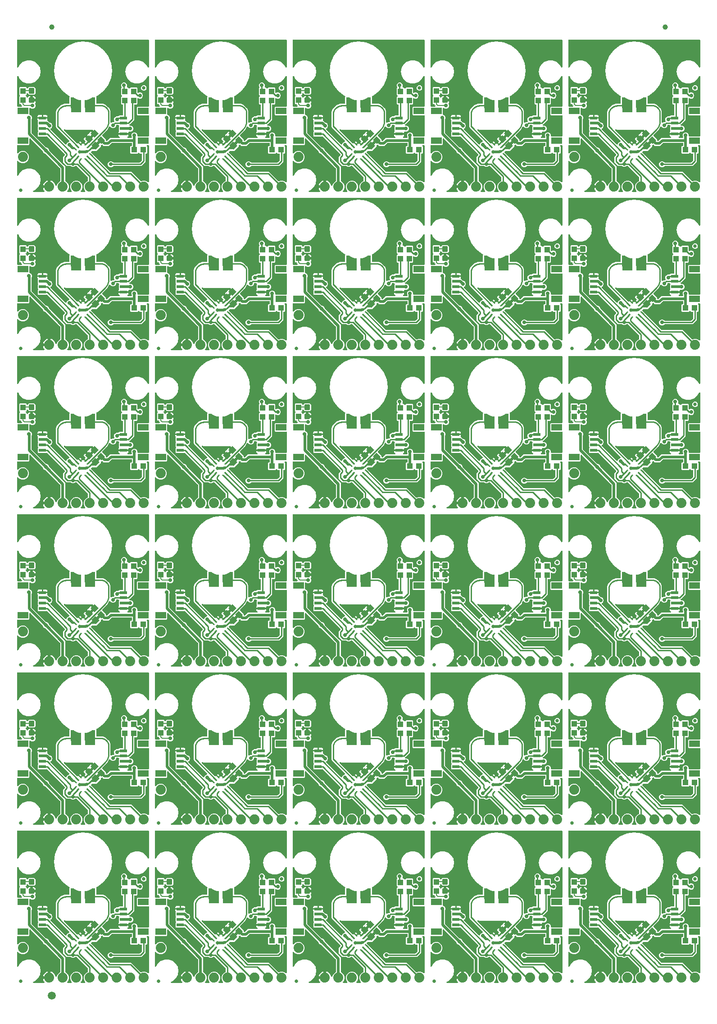
<source format=gtl>
G04 EAGLE Gerber RS-274X export*
G75*
%MOMM*%
%FSLAX34Y34*%
%LPD*%
%INTop Copper*%
%IPPOS*%
%AMOC8*
5,1,8,0,0,1.08239X$1,22.5*%
G01*
%ADD10C,0.300000*%
%ADD11C,0.635000*%
%ADD12R,2.000000X1.200000*%
%ADD13R,1.350000X0.600000*%
%ADD14C,1.879600*%
%ADD15R,1.000000X1.100000*%
%ADD16R,0.250000X0.500000*%
%ADD17R,1.950000X1.950000*%
%ADD18R,1.100000X1.000000*%
%ADD19C,1.000000*%
%ADD20C,1.500000*%
%ADD21C,0.736600*%
%ADD22C,0.254000*%
%ADD23C,0.203200*%
%ADD24C,0.660400*%
%ADD25C,0.508000*%
%ADD26C,0.381000*%

G36*
X363940Y300246D02*
X363940Y300246D01*
X364078Y300259D01*
X364097Y300266D01*
X364117Y300269D01*
X364246Y300320D01*
X364377Y300367D01*
X364394Y300378D01*
X364413Y300386D01*
X364525Y300467D01*
X364640Y300545D01*
X364654Y300561D01*
X364670Y300572D01*
X364759Y300680D01*
X364851Y300784D01*
X364860Y300802D01*
X364873Y300817D01*
X364932Y300943D01*
X364995Y301067D01*
X365000Y301087D01*
X365008Y301105D01*
X365035Y301242D01*
X365065Y301377D01*
X365064Y301398D01*
X365068Y301417D01*
X365060Y301556D01*
X365055Y301695D01*
X365050Y301715D01*
X365048Y301735D01*
X365006Y301867D01*
X364967Y302001D01*
X364957Y302018D01*
X364950Y302037D01*
X364876Y302155D01*
X364805Y302275D01*
X364787Y302296D01*
X364780Y302306D01*
X364765Y302320D01*
X364699Y302395D01*
X363689Y303405D01*
X361949Y307606D01*
X361949Y312154D01*
X363689Y316355D01*
X366905Y319571D01*
X371106Y321311D01*
X375654Y321311D01*
X379855Y319571D01*
X383071Y316355D01*
X384811Y312154D01*
X384811Y307606D01*
X383071Y303405D01*
X382061Y302395D01*
X381976Y302286D01*
X381887Y302179D01*
X381878Y302160D01*
X381866Y302144D01*
X381811Y302017D01*
X381752Y301891D01*
X381748Y301871D01*
X381740Y301852D01*
X381718Y301714D01*
X381692Y301578D01*
X381693Y301558D01*
X381690Y301538D01*
X381703Y301399D01*
X381712Y301261D01*
X381718Y301242D01*
X381720Y301222D01*
X381767Y301090D01*
X381810Y300959D01*
X381820Y300941D01*
X381827Y300922D01*
X381905Y300807D01*
X381980Y300690D01*
X381994Y300676D01*
X382006Y300659D01*
X382110Y300567D01*
X382211Y300472D01*
X382229Y300462D01*
X382244Y300449D01*
X382368Y300386D01*
X382490Y300318D01*
X382509Y300313D01*
X382527Y300304D01*
X382663Y300274D01*
X382798Y300239D01*
X382826Y300237D01*
X382838Y300234D01*
X382858Y300235D01*
X382958Y300229D01*
X389202Y300229D01*
X389340Y300246D01*
X389478Y300259D01*
X389497Y300266D01*
X389517Y300269D01*
X389646Y300320D01*
X389777Y300367D01*
X389794Y300378D01*
X389813Y300386D01*
X389925Y300467D01*
X390040Y300545D01*
X390054Y300561D01*
X390070Y300572D01*
X390159Y300680D01*
X390251Y300784D01*
X390260Y300802D01*
X390273Y300817D01*
X390332Y300943D01*
X390395Y301067D01*
X390400Y301087D01*
X390408Y301105D01*
X390435Y301242D01*
X390465Y301377D01*
X390464Y301398D01*
X390468Y301417D01*
X390460Y301556D01*
X390455Y301695D01*
X390450Y301715D01*
X390448Y301735D01*
X390406Y301867D01*
X390367Y302001D01*
X390357Y302018D01*
X390350Y302037D01*
X390276Y302155D01*
X390205Y302275D01*
X390187Y302296D01*
X390180Y302306D01*
X390165Y302320D01*
X390099Y302395D01*
X389089Y303405D01*
X387349Y307606D01*
X387349Y312154D01*
X389089Y316355D01*
X392305Y319571D01*
X394694Y320560D01*
X394719Y320575D01*
X394747Y320584D01*
X394857Y320653D01*
X394970Y320717D01*
X394991Y320738D01*
X395016Y320754D01*
X395105Y320848D01*
X395198Y320939D01*
X395214Y320964D01*
X395234Y320985D01*
X395297Y321099D01*
X395365Y321210D01*
X395373Y321238D01*
X395388Y321264D01*
X395420Y321390D01*
X395458Y321514D01*
X395460Y321543D01*
X395467Y321572D01*
X395477Y321733D01*
X395477Y327280D01*
X395465Y327378D01*
X395462Y327477D01*
X395445Y327535D01*
X395437Y327595D01*
X395401Y327687D01*
X395373Y327782D01*
X395343Y327834D01*
X395320Y327891D01*
X395262Y327971D01*
X395212Y328056D01*
X395146Y328132D01*
X395134Y328148D01*
X395124Y328156D01*
X395106Y328177D01*
X374278Y349005D01*
X374200Y349065D01*
X374128Y349133D01*
X374075Y349162D01*
X374027Y349199D01*
X373936Y349239D01*
X373849Y349287D01*
X373791Y349302D01*
X373735Y349326D01*
X373637Y349341D01*
X373541Y349366D01*
X373441Y349372D01*
X373421Y349376D01*
X373409Y349374D01*
X373381Y349376D01*
X372717Y349376D01*
X372619Y349364D01*
X372520Y349361D01*
X372462Y349344D01*
X372402Y349336D01*
X372310Y349300D01*
X372215Y349272D01*
X372162Y349242D01*
X372106Y349219D01*
X372026Y349161D01*
X371941Y349111D01*
X371865Y349045D01*
X371849Y349033D01*
X371841Y349023D01*
X371820Y349005D01*
X370649Y347833D01*
X368548Y346963D01*
X366274Y346963D01*
X364173Y347833D01*
X363002Y349005D01*
X362924Y349065D01*
X362852Y349133D01*
X362799Y349162D01*
X362751Y349199D01*
X362660Y349239D01*
X362573Y349287D01*
X362515Y349302D01*
X362459Y349326D01*
X362361Y349341D01*
X362265Y349366D01*
X362165Y349372D01*
X362145Y349376D01*
X362133Y349374D01*
X362105Y349376D01*
X355254Y349376D01*
X352948Y351682D01*
X352947Y351683D01*
X348487Y356143D01*
X348487Y366128D01*
X351731Y369372D01*
X351792Y369451D01*
X351860Y369523D01*
X351889Y369576D01*
X351926Y369624D01*
X351966Y369714D01*
X352014Y369801D01*
X352029Y369860D01*
X352053Y369915D01*
X352068Y370013D01*
X352093Y370109D01*
X352099Y370209D01*
X352103Y370229D01*
X352101Y370242D01*
X352103Y370270D01*
X352103Y370410D01*
X352091Y370508D01*
X352088Y370607D01*
X352071Y370666D01*
X352063Y370726D01*
X352027Y370818D01*
X351999Y370913D01*
X351969Y370965D01*
X351946Y371021D01*
X351888Y371102D01*
X351838Y371187D01*
X351771Y371262D01*
X351759Y371279D01*
X351750Y371287D01*
X351731Y371308D01*
X319079Y403960D01*
X318992Y404027D01*
X318953Y404064D01*
X318944Y404069D01*
X318896Y404112D01*
X318860Y404130D01*
X318828Y404155D01*
X318719Y404202D01*
X318613Y404256D01*
X318574Y404265D01*
X318536Y404281D01*
X318419Y404300D01*
X318303Y404326D01*
X318262Y404325D01*
X318222Y404331D01*
X318104Y404320D01*
X317985Y404316D01*
X317946Y404305D01*
X317906Y404301D01*
X317793Y404261D01*
X317679Y404228D01*
X317644Y404207D01*
X317606Y404193D01*
X317538Y404147D01*
X302288Y404147D01*
X301097Y405338D01*
X301097Y413022D01*
X301358Y413283D01*
X301431Y413377D01*
X301510Y413466D01*
X301528Y413502D01*
X301553Y413534D01*
X301600Y413643D01*
X301654Y413749D01*
X301663Y413788D01*
X301679Y413826D01*
X301698Y413943D01*
X301724Y414059D01*
X301723Y414100D01*
X301729Y414140D01*
X301718Y414259D01*
X301714Y414377D01*
X301703Y414416D01*
X301699Y414456D01*
X301659Y414569D01*
X301626Y414683D01*
X301605Y414718D01*
X301592Y414756D01*
X301525Y414854D01*
X301464Y414957D01*
X301424Y415002D01*
X301413Y415019D01*
X301398Y415032D01*
X301358Y415078D01*
X301097Y415338D01*
X301097Y423022D01*
X301358Y423283D01*
X301431Y423377D01*
X301510Y423466D01*
X301528Y423502D01*
X301553Y423534D01*
X301600Y423643D01*
X301654Y423749D01*
X301663Y423788D01*
X301679Y423826D01*
X301698Y423943D01*
X301724Y424059D01*
X301723Y424100D01*
X301729Y424140D01*
X301718Y424259D01*
X301714Y424377D01*
X301703Y424416D01*
X301699Y424456D01*
X301659Y424569D01*
X301626Y424683D01*
X301605Y424718D01*
X301592Y424756D01*
X301525Y424854D01*
X301464Y424957D01*
X301424Y425002D01*
X301413Y425019D01*
X301398Y425032D01*
X301358Y425078D01*
X301097Y425338D01*
X301097Y433047D01*
X301151Y433107D01*
X301169Y433143D01*
X301194Y433175D01*
X301241Y433284D01*
X301295Y433391D01*
X301304Y433430D01*
X301320Y433466D01*
X301339Y433584D01*
X301365Y433701D01*
X301363Y433741D01*
X301370Y433780D01*
X301359Y433899D01*
X301355Y434019D01*
X301344Y434057D01*
X301340Y434097D01*
X301300Y434209D01*
X301266Y434324D01*
X301246Y434359D01*
X301232Y434396D01*
X301185Y434466D01*
X301180Y434475D01*
X300762Y435199D01*
X300589Y435846D01*
X300589Y437681D01*
X309650Y437681D01*
X309768Y437696D01*
X309887Y437703D01*
X309894Y437705D01*
X309950Y437691D01*
X310010Y437687D01*
X310030Y437683D01*
X310050Y437685D01*
X310110Y437681D01*
X319171Y437681D01*
X319171Y435846D01*
X319038Y435351D01*
X319021Y435226D01*
X318997Y435102D01*
X318999Y435069D01*
X318995Y435035D01*
X319009Y434910D01*
X319017Y434785D01*
X319028Y434753D01*
X319031Y434720D01*
X319077Y434602D01*
X319115Y434483D01*
X319133Y434454D01*
X319145Y434423D01*
X319218Y434320D01*
X319285Y434214D01*
X319310Y434191D01*
X319329Y434163D01*
X319425Y434082D01*
X319517Y433996D01*
X319546Y433980D01*
X319572Y433958D01*
X319685Y433903D01*
X319795Y433842D01*
X319828Y433834D01*
X319858Y433819D01*
X319982Y433794D01*
X320072Y433771D01*
X323267Y430576D01*
X323346Y430515D01*
X323418Y430447D01*
X323471Y430418D01*
X323519Y430381D01*
X323610Y430341D01*
X323696Y430293D01*
X323755Y430278D01*
X323811Y430254D01*
X323908Y430239D01*
X323994Y430217D01*
X326126Y429334D01*
X327734Y427726D01*
X328604Y425625D01*
X328604Y423351D01*
X327734Y421250D01*
X326126Y419642D01*
X325589Y419420D01*
X325546Y419396D01*
X325499Y419379D01*
X325409Y419317D01*
X325313Y419263D01*
X325277Y419228D01*
X325236Y419200D01*
X325164Y419118D01*
X325085Y419041D01*
X325059Y418999D01*
X325026Y418962D01*
X324976Y418864D01*
X324918Y418770D01*
X324904Y418723D01*
X324881Y418679D01*
X324857Y418571D01*
X324825Y418466D01*
X324822Y418417D01*
X324812Y418368D01*
X324815Y418258D01*
X324810Y418149D01*
X324820Y418100D01*
X324821Y418050D01*
X324852Y417945D01*
X324874Y417837D01*
X324896Y417793D01*
X324910Y417745D01*
X324966Y417650D01*
X325014Y417552D01*
X325046Y417514D01*
X325071Y417471D01*
X325178Y417350D01*
X352979Y389549D01*
X353018Y389519D01*
X353051Y389482D01*
X353143Y389422D01*
X353230Y389354D01*
X353276Y389334D01*
X353317Y389307D01*
X353421Y389272D01*
X353522Y389228D01*
X353571Y389220D01*
X353618Y389204D01*
X353727Y389195D01*
X353836Y389178D01*
X353885Y389183D01*
X353935Y389179D01*
X354043Y389197D01*
X354152Y389208D01*
X354199Y389225D01*
X354248Y389233D01*
X354348Y389278D01*
X354452Y389315D01*
X354493Y389343D01*
X354538Y389364D01*
X354624Y389432D01*
X354715Y389494D01*
X354748Y389531D01*
X354787Y389562D01*
X354853Y389650D01*
X354925Y389732D01*
X354948Y389777D01*
X354978Y389816D01*
X355049Y389961D01*
X355834Y391858D01*
X357442Y393466D01*
X359560Y394343D01*
X359643Y394353D01*
X359781Y394366D01*
X359800Y394373D01*
X359820Y394376D01*
X359949Y394427D01*
X360081Y394474D01*
X360097Y394485D01*
X360116Y394493D01*
X360228Y394574D01*
X360344Y394652D01*
X360357Y394668D01*
X360374Y394679D01*
X360462Y394787D01*
X360554Y394891D01*
X360563Y394909D01*
X360576Y394924D01*
X360635Y395050D01*
X360699Y395174D01*
X360703Y395194D01*
X360712Y395212D01*
X360738Y395348D01*
X360768Y395484D01*
X360768Y395505D01*
X360772Y395524D01*
X360763Y395663D01*
X360759Y395802D01*
X360753Y395822D01*
X360752Y395842D01*
X360709Y395974D01*
X360670Y396108D01*
X360660Y396125D01*
X360654Y396144D01*
X360580Y396262D01*
X360509Y396382D01*
X360490Y396403D01*
X360484Y396413D01*
X360469Y396427D01*
X360402Y396502D01*
X335666Y421239D01*
X335585Y421320D01*
X335585Y421433D01*
X335584Y421442D01*
X335585Y421452D01*
X335564Y421600D01*
X335545Y421749D01*
X335542Y421758D01*
X335541Y421767D01*
X335489Y421919D01*
X335433Y422054D01*
X335428Y422062D01*
X335426Y422071D01*
X335350Y422200D01*
X335275Y422330D01*
X335269Y422337D01*
X335264Y422345D01*
X335158Y422466D01*
X335077Y422546D01*
X335077Y450405D01*
X337653Y456624D01*
X338694Y457664D01*
X339174Y458144D01*
X339226Y458196D01*
X339348Y458319D01*
X340033Y459003D01*
X341372Y460342D01*
X341372Y460343D01*
X343421Y462391D01*
X350884Y465483D01*
X359528Y465483D01*
X359646Y465498D01*
X359765Y465505D01*
X359803Y465518D01*
X359844Y465523D01*
X359954Y465566D01*
X360067Y465603D01*
X360102Y465625D01*
X360139Y465640D01*
X360235Y465709D01*
X360336Y465773D01*
X360364Y465803D01*
X360397Y465826D01*
X360473Y465918D01*
X360554Y466005D01*
X360574Y466040D01*
X360599Y466071D01*
X360650Y466179D01*
X360708Y466283D01*
X360718Y466323D01*
X360735Y466359D01*
X360757Y466476D01*
X360787Y466591D01*
X360791Y466651D01*
X360795Y466671D01*
X360793Y466692D01*
X360797Y466752D01*
X360797Y478363D01*
X360864Y478448D01*
X360883Y478494D01*
X360911Y478535D01*
X360946Y478639D01*
X360990Y478740D01*
X360998Y478789D01*
X361014Y478836D01*
X361023Y478946D01*
X361040Y479054D01*
X361035Y479104D01*
X361039Y479153D01*
X361020Y479262D01*
X361010Y479371D01*
X360993Y479418D01*
X360985Y479467D01*
X360940Y479567D01*
X360903Y479670D01*
X360875Y479711D01*
X360854Y479757D01*
X360786Y479842D01*
X360724Y479933D01*
X360687Y479966D01*
X360656Y480005D01*
X360568Y480071D01*
X360486Y480144D01*
X360441Y480166D01*
X360402Y480196D01*
X360257Y480267D01*
X358819Y480863D01*
X347527Y489527D01*
X338863Y500819D01*
X333416Y513969D01*
X331558Y528080D01*
X333416Y542191D01*
X338863Y555341D01*
X347527Y566633D01*
X358819Y575297D01*
X371969Y580744D01*
X386080Y582602D01*
X400191Y580744D01*
X413341Y575297D01*
X424633Y566633D01*
X433297Y555341D01*
X438744Y542191D01*
X440602Y528080D01*
X438744Y513969D01*
X433297Y500819D01*
X424633Y489527D01*
X413341Y480863D01*
X411620Y480150D01*
X411577Y480125D01*
X411530Y480109D01*
X411439Y480047D01*
X411344Y479992D01*
X411308Y479958D01*
X411267Y479930D01*
X411194Y479848D01*
X411116Y479771D01*
X411090Y479729D01*
X411057Y479692D01*
X411007Y479594D01*
X410949Y479500D01*
X410935Y479453D01*
X410912Y479408D01*
X410888Y479301D01*
X410856Y479196D01*
X410853Y479147D01*
X410842Y479098D01*
X410846Y478988D01*
X410840Y478878D01*
X410851Y478830D01*
X410852Y478780D01*
X410863Y478743D01*
X410863Y470598D01*
X410875Y470500D01*
X410878Y470401D01*
X410895Y470342D01*
X410903Y470282D01*
X410939Y470190D01*
X410963Y470108D01*
X410963Y466752D01*
X410978Y466634D01*
X410985Y466515D01*
X410998Y466477D01*
X411003Y466436D01*
X411046Y466326D01*
X411083Y466213D01*
X411105Y466178D01*
X411120Y466141D01*
X411189Y466045D01*
X411253Y465944D01*
X411283Y465916D01*
X411306Y465883D01*
X411398Y465807D01*
X411485Y465726D01*
X411520Y465706D01*
X411551Y465681D01*
X411659Y465630D01*
X411763Y465572D01*
X411803Y465562D01*
X411839Y465545D01*
X411956Y465523D01*
X412071Y465493D01*
X412131Y465489D01*
X412151Y465485D01*
X412172Y465487D01*
X412232Y465483D01*
X424141Y465483D01*
X429124Y463419D01*
X429692Y462850D01*
X429693Y462850D01*
X430877Y461665D01*
X430878Y461665D01*
X431031Y461512D01*
X431031Y461511D01*
X432232Y460310D01*
X433571Y458972D01*
X433571Y458971D01*
X433872Y458671D01*
X434910Y457633D01*
X434910Y457632D01*
X435402Y457141D01*
X437383Y452358D01*
X437383Y431485D01*
X437389Y431435D01*
X437387Y431386D01*
X437409Y431278D01*
X437423Y431169D01*
X437441Y431123D01*
X437451Y431074D01*
X437499Y430976D01*
X437540Y430874D01*
X437569Y430833D01*
X437591Y430789D01*
X437662Y430705D01*
X437726Y430616D01*
X437765Y430585D01*
X437797Y430547D01*
X437887Y430484D01*
X437971Y430413D01*
X438016Y430392D01*
X438057Y430364D01*
X438160Y430325D01*
X438259Y430278D01*
X438308Y430269D01*
X438354Y430251D01*
X438464Y430239D01*
X438571Y430218D01*
X438621Y430221D01*
X438670Y430216D01*
X438779Y430231D01*
X438889Y430238D01*
X438936Y430253D01*
X438985Y430260D01*
X439138Y430312D01*
X441319Y431216D01*
X442975Y431216D01*
X443073Y431228D01*
X443172Y431231D01*
X443231Y431248D01*
X443291Y431256D01*
X443383Y431292D01*
X443478Y431320D01*
X443530Y431350D01*
X443586Y431373D01*
X443666Y431431D01*
X443752Y431481D01*
X443827Y431547D01*
X443844Y431559D01*
X443852Y431569D01*
X443873Y431587D01*
X444483Y432197D01*
X444501Y432221D01*
X444523Y432240D01*
X444598Y432346D01*
X444677Y432449D01*
X444689Y432476D01*
X444706Y432500D01*
X444752Y432621D01*
X444804Y432740D01*
X444808Y432770D01*
X444819Y432797D01*
X444833Y432926D01*
X444854Y433055D01*
X444851Y433084D01*
X444854Y433113D01*
X444836Y433242D01*
X444824Y433371D01*
X444814Y433399D01*
X444810Y433428D01*
X444758Y433581D01*
X444198Y434931D01*
X444198Y437205D01*
X445068Y439306D01*
X446676Y440914D01*
X448777Y441784D01*
X450433Y441784D01*
X450531Y441796D01*
X450630Y441799D01*
X450689Y441816D01*
X450749Y441824D01*
X450841Y441860D01*
X450936Y441888D01*
X450988Y441918D01*
X451044Y441941D01*
X451124Y441999D01*
X451210Y442049D01*
X451285Y442115D01*
X451302Y442127D01*
X451310Y442137D01*
X451331Y442155D01*
X451658Y442483D01*
X452432Y442483D01*
X452530Y442495D01*
X452629Y442498D01*
X452688Y442515D01*
X452748Y442523D01*
X452840Y442559D01*
X452935Y442587D01*
X452987Y442617D01*
X453043Y442640D01*
X453124Y442698D01*
X453209Y442748D01*
X453284Y442814D01*
X453301Y442826D01*
X453309Y442836D01*
X453330Y442854D01*
X454688Y444213D01*
X460248Y444213D01*
X460366Y444228D01*
X460485Y444235D01*
X460523Y444248D01*
X460564Y444253D01*
X460674Y444296D01*
X460787Y444333D01*
X460822Y444355D01*
X460859Y444370D01*
X460955Y444439D01*
X461056Y444503D01*
X461084Y444533D01*
X461117Y444556D01*
X461193Y444648D01*
X461274Y444735D01*
X461294Y444770D01*
X461319Y444801D01*
X461370Y444909D01*
X461428Y445013D01*
X461438Y445053D01*
X461455Y445089D01*
X461477Y445206D01*
X461507Y445321D01*
X461511Y445381D01*
X461515Y445401D01*
X461513Y445422D01*
X461517Y445482D01*
X461517Y463148D01*
X461502Y463266D01*
X461495Y463385D01*
X461482Y463423D01*
X461477Y463464D01*
X461434Y463574D01*
X461397Y463687D01*
X461375Y463722D01*
X461360Y463759D01*
X461291Y463855D01*
X461227Y463956D01*
X461197Y463984D01*
X461174Y464017D01*
X461082Y464093D01*
X460995Y464174D01*
X460960Y464194D01*
X460929Y464219D01*
X460821Y464270D01*
X460717Y464328D01*
X460677Y464338D01*
X460641Y464355D01*
X460524Y464377D01*
X460409Y464407D01*
X460349Y464411D01*
X460329Y464415D01*
X460308Y464413D01*
X460248Y464417D01*
X458978Y464417D01*
X457787Y465608D01*
X457787Y478292D01*
X459048Y479552D01*
X459121Y479647D01*
X459200Y479736D01*
X459218Y479772D01*
X459243Y479804D01*
X459290Y479913D01*
X459344Y480019D01*
X459353Y480058D01*
X459369Y480096D01*
X459388Y480213D01*
X459414Y480329D01*
X459413Y480370D01*
X459419Y480410D01*
X459408Y480528D01*
X459404Y480647D01*
X459393Y480686D01*
X459389Y480726D01*
X459349Y480839D01*
X459316Y480953D01*
X459295Y480987D01*
X459282Y481026D01*
X459215Y481124D01*
X459154Y481227D01*
X459120Y481266D01*
X459117Y481270D01*
X459113Y481274D01*
X459103Y481289D01*
X459088Y481302D01*
X459048Y481347D01*
X457787Y482608D01*
X457787Y495292D01*
X458115Y495620D01*
X458133Y495643D01*
X458156Y495662D01*
X458230Y495768D01*
X458310Y495871D01*
X458322Y495898D01*
X458339Y495922D01*
X458385Y496043D01*
X458436Y496163D01*
X458441Y496192D01*
X458451Y496220D01*
X458466Y496348D01*
X458486Y496477D01*
X458483Y496506D01*
X458487Y496536D01*
X458468Y496664D01*
X458456Y496793D01*
X458446Y496821D01*
X458442Y496851D01*
X458390Y497003D01*
X457524Y499093D01*
X457524Y501367D01*
X458394Y503468D01*
X460002Y505076D01*
X462103Y505946D01*
X464377Y505946D01*
X466478Y505076D01*
X468086Y503468D01*
X468956Y501367D01*
X468956Y499093D01*
X468601Y498238D01*
X468588Y498190D01*
X468567Y498145D01*
X468547Y498037D01*
X468517Y497931D01*
X468517Y497881D01*
X468507Y497832D01*
X468514Y497723D01*
X468512Y497613D01*
X468524Y497565D01*
X468527Y497515D01*
X468561Y497411D01*
X468587Y497304D01*
X468610Y497260D01*
X468625Y497213D01*
X468684Y497120D01*
X468735Y497023D01*
X468769Y496986D01*
X468795Y496944D01*
X468875Y496869D01*
X468949Y496787D01*
X468991Y496760D01*
X469027Y496726D01*
X469123Y496673D01*
X469215Y496613D01*
X469262Y496596D01*
X469305Y496572D01*
X469412Y496545D01*
X469516Y496509D01*
X469565Y496505D01*
X469613Y496493D01*
X469774Y496483D01*
X470662Y496483D01*
X472178Y494967D01*
X472272Y494894D01*
X472361Y494815D01*
X472397Y494797D01*
X472429Y494772D01*
X472538Y494725D01*
X472644Y494671D01*
X472683Y494662D01*
X472721Y494646D01*
X472838Y494627D01*
X472954Y494601D01*
X472995Y494602D01*
X473035Y494596D01*
X473153Y494607D01*
X473272Y494611D01*
X473311Y494622D01*
X473351Y494626D01*
X473463Y494666D01*
X473578Y494699D01*
X473613Y494720D01*
X473651Y494733D01*
X473749Y494800D01*
X473852Y494861D01*
X473897Y494901D01*
X473914Y494912D01*
X473927Y494927D01*
X473973Y494967D01*
X475488Y496483D01*
X487172Y496483D01*
X488363Y495292D01*
X488363Y487312D01*
X488369Y487263D01*
X488367Y487213D01*
X488389Y487106D01*
X488403Y486997D01*
X488421Y486950D01*
X488431Y486902D01*
X488479Y486803D01*
X488520Y486701D01*
X488549Y486661D01*
X488571Y486616D01*
X488642Y486533D01*
X488706Y486444D01*
X488745Y486412D01*
X488777Y486374D01*
X488867Y486311D01*
X488951Y486241D01*
X488996Y486220D01*
X489037Y486191D01*
X489140Y486152D01*
X489239Y486105D01*
X489288Y486096D01*
X489334Y486078D01*
X489444Y486066D01*
X489551Y486046D01*
X489601Y486049D01*
X489650Y486043D01*
X489759Y486059D01*
X489869Y486065D01*
X489916Y486081D01*
X489965Y486088D01*
X490118Y486140D01*
X491943Y486896D01*
X494217Y486896D01*
X496318Y486026D01*
X497926Y484418D01*
X498796Y482317D01*
X498796Y480043D01*
X497926Y477942D01*
X496318Y476334D01*
X494217Y475464D01*
X491943Y475464D01*
X490118Y476220D01*
X490070Y476233D01*
X490025Y476255D01*
X489917Y476275D01*
X489811Y476304D01*
X489761Y476305D01*
X489712Y476314D01*
X489603Y476308D01*
X489493Y476309D01*
X489445Y476298D01*
X489395Y476295D01*
X489291Y476261D01*
X489184Y476235D01*
X489140Y476212D01*
X489093Y476197D01*
X489000Y476138D01*
X488903Y476086D01*
X488866Y476053D01*
X488824Y476026D01*
X488749Y475946D01*
X488667Y475873D01*
X488640Y475831D01*
X488606Y475795D01*
X488553Y475699D01*
X488493Y475607D01*
X488476Y475560D01*
X488452Y475516D01*
X488425Y475410D01*
X488389Y475306D01*
X488385Y475256D01*
X488373Y475208D01*
X488363Y475048D01*
X488363Y465608D01*
X487172Y464417D01*
X483362Y464417D01*
X483244Y464402D01*
X483125Y464395D01*
X483087Y464382D01*
X483046Y464377D01*
X482936Y464334D01*
X482823Y464297D01*
X482788Y464275D01*
X482751Y464260D01*
X482655Y464191D01*
X482554Y464127D01*
X482526Y464097D01*
X482493Y464074D01*
X482417Y463982D01*
X482336Y463895D01*
X482316Y463860D01*
X482291Y463829D01*
X482240Y463721D01*
X482182Y463617D01*
X482172Y463577D01*
X482155Y463541D01*
X482133Y463424D01*
X482103Y463309D01*
X482099Y463249D01*
X482095Y463229D01*
X482097Y463208D01*
X482093Y463148D01*
X482093Y435512D01*
X479787Y433206D01*
X479786Y433206D01*
X474764Y428184D01*
X474764Y428183D01*
X473563Y426982D01*
X473478Y426873D01*
X473389Y426766D01*
X473381Y426747D01*
X473368Y426731D01*
X473313Y426604D01*
X473254Y426478D01*
X473250Y426458D01*
X473242Y426439D01*
X473220Y426301D01*
X473194Y426165D01*
X473195Y426145D01*
X473192Y426125D01*
X473205Y425986D01*
X473214Y425848D01*
X473220Y425829D01*
X473222Y425809D01*
X473269Y425677D01*
X473312Y425546D01*
X473323Y425528D01*
X473330Y425509D01*
X473408Y425394D01*
X473482Y425277D01*
X473497Y425263D01*
X473508Y425246D01*
X473612Y425154D01*
X473714Y425059D01*
X473731Y425049D01*
X473747Y425036D01*
X473870Y424973D01*
X473992Y424905D01*
X474012Y424900D01*
X474030Y424891D01*
X474166Y424861D01*
X474300Y424826D01*
X474328Y424824D01*
X474340Y424821D01*
X474361Y424822D01*
X474461Y424816D01*
X476117Y424816D01*
X478218Y423946D01*
X479826Y422338D01*
X480696Y420237D01*
X480696Y417963D01*
X479826Y415862D01*
X478218Y414254D01*
X476117Y413384D01*
X473843Y413384D01*
X473326Y413599D01*
X473278Y413612D01*
X473233Y413633D01*
X473125Y413653D01*
X473019Y413683D01*
X472969Y413683D01*
X472920Y413693D01*
X472811Y413686D01*
X472701Y413688D01*
X472653Y413676D01*
X472603Y413673D01*
X472499Y413639D01*
X472392Y413613D01*
X472348Y413590D01*
X472301Y413575D01*
X472208Y413516D01*
X472111Y413465D01*
X472074Y413431D01*
X472032Y413405D01*
X471957Y413325D01*
X471875Y413251D01*
X471848Y413209D01*
X471814Y413173D01*
X471761Y413077D01*
X471701Y412985D01*
X471684Y412938D01*
X471660Y412895D01*
X471633Y412788D01*
X471597Y412684D01*
X471593Y412635D01*
X471581Y412587D01*
X471571Y412426D01*
X471571Y410679D01*
X462510Y410679D01*
X462392Y410664D01*
X462273Y410657D01*
X462266Y410655D01*
X462210Y410669D01*
X462150Y410673D01*
X462130Y410677D01*
X462110Y410675D01*
X462050Y410679D01*
X452989Y410679D01*
X452989Y412514D01*
X453162Y413161D01*
X453538Y413811D01*
X453550Y413825D01*
X453569Y413861D01*
X453593Y413892D01*
X453641Y414002D01*
X453695Y414108D01*
X453704Y414147D01*
X453720Y414184D01*
X453738Y414302D01*
X453765Y414419D01*
X453763Y414458D01*
X453770Y414498D01*
X453759Y414617D01*
X453755Y414737D01*
X453744Y414775D01*
X453740Y414815D01*
X453700Y414927D01*
X453667Y415042D01*
X453646Y415076D01*
X453633Y415114D01*
X453566Y415213D01*
X453505Y415316D01*
X453497Y415325D01*
X453497Y423022D01*
X453758Y423282D01*
X453831Y423377D01*
X453910Y423466D01*
X453928Y423502D01*
X453953Y423534D01*
X454000Y423643D01*
X454054Y423749D01*
X454063Y423788D01*
X454079Y423826D01*
X454098Y423943D01*
X454124Y424059D01*
X454123Y424100D01*
X454129Y424140D01*
X454118Y424258D01*
X454114Y424377D01*
X454103Y424416D01*
X454099Y424456D01*
X454059Y424568D01*
X454026Y424683D01*
X454005Y424718D01*
X453992Y424756D01*
X453925Y424854D01*
X453864Y424957D01*
X453824Y425002D01*
X453813Y425019D01*
X453798Y425032D01*
X453758Y425077D01*
X453330Y425506D01*
X453251Y425566D01*
X453179Y425634D01*
X453126Y425663D01*
X453078Y425700D01*
X452988Y425740D01*
X452901Y425788D01*
X452842Y425803D01*
X452787Y425827D01*
X452689Y425842D01*
X452593Y425867D01*
X452493Y425873D01*
X452473Y425877D01*
X452460Y425875D01*
X452432Y425877D01*
X449441Y425877D01*
X449323Y425862D01*
X449204Y425855D01*
X449166Y425842D01*
X449125Y425837D01*
X449015Y425794D01*
X448902Y425757D01*
X448867Y425735D01*
X448830Y425720D01*
X448734Y425651D01*
X448633Y425587D01*
X448605Y425557D01*
X448572Y425534D01*
X448496Y425442D01*
X448415Y425355D01*
X448395Y425320D01*
X448370Y425289D01*
X448319Y425181D01*
X448261Y425077D01*
X448251Y425037D01*
X448234Y425001D01*
X448212Y424884D01*
X448182Y424769D01*
X448178Y424709D01*
X448174Y424689D01*
X448176Y424668D01*
X448172Y424608D01*
X448172Y424363D01*
X447302Y422262D01*
X445694Y420654D01*
X443593Y419784D01*
X441319Y419784D01*
X439218Y420654D01*
X437610Y422262D01*
X437589Y422314D01*
X437561Y422363D01*
X437542Y422416D01*
X437483Y422500D01*
X437432Y422590D01*
X437392Y422631D01*
X437360Y422677D01*
X437282Y422744D01*
X437210Y422818D01*
X437162Y422848D01*
X437120Y422885D01*
X437027Y422931D01*
X436939Y422985D01*
X436885Y423001D01*
X436835Y423026D01*
X436734Y423048D01*
X436635Y423078D01*
X436579Y423081D01*
X436524Y423093D01*
X436421Y423089D01*
X436318Y423094D01*
X436262Y423082D01*
X436206Y423080D01*
X436107Y423050D01*
X436006Y423029D01*
X435956Y423004D01*
X435901Y422988D01*
X435813Y422935D01*
X435720Y422890D01*
X435678Y422853D01*
X435629Y422824D01*
X435557Y422750D01*
X435478Y422683D01*
X435446Y422637D01*
X435406Y422597D01*
X435317Y422463D01*
X432578Y417719D01*
X429001Y414141D01*
X422192Y407333D01*
X422119Y407238D01*
X422040Y407149D01*
X422022Y407113D01*
X421997Y407081D01*
X421950Y406972D01*
X421896Y406866D01*
X421887Y406827D01*
X421871Y406789D01*
X421852Y406672D01*
X421826Y406556D01*
X421827Y406515D01*
X421821Y406475D01*
X421832Y406357D01*
X421836Y406238D01*
X421847Y406199D01*
X421851Y406159D01*
X421891Y406047D01*
X421924Y405932D01*
X421945Y405898D01*
X421958Y405859D01*
X422025Y405761D01*
X422086Y405658D01*
X422126Y405613D01*
X422137Y405596D01*
X422152Y405583D01*
X422192Y405538D01*
X429356Y398374D01*
X429356Y397082D01*
X429371Y396964D01*
X429378Y396845D01*
X429391Y396807D01*
X429396Y396766D01*
X429439Y396656D01*
X429476Y396543D01*
X429498Y396508D01*
X429513Y396471D01*
X429582Y396375D01*
X429646Y396274D01*
X429676Y396246D01*
X429699Y396213D01*
X429791Y396137D01*
X429878Y396056D01*
X429913Y396036D01*
X429944Y396011D01*
X430052Y395960D01*
X430156Y395902D01*
X430196Y395892D01*
X430232Y395875D01*
X430349Y395853D01*
X430464Y395823D01*
X430524Y395819D01*
X430544Y395815D01*
X430565Y395817D01*
X430625Y395813D01*
X430781Y395813D01*
X430879Y395825D01*
X430978Y395828D01*
X431036Y395845D01*
X431097Y395853D01*
X431189Y395889D01*
X431284Y395917D01*
X431336Y395947D01*
X431392Y395970D01*
X431472Y396028D01*
X431558Y396078D01*
X431633Y396144D01*
X431650Y396156D01*
X431657Y396166D01*
X431679Y396184D01*
X436916Y401422D01*
X453952Y401422D01*
X454096Y401441D01*
X454242Y401456D01*
X454254Y401460D01*
X454268Y401462D01*
X454403Y401515D01*
X454540Y401566D01*
X454551Y401574D01*
X454563Y401579D01*
X454681Y401665D01*
X454801Y401748D01*
X454810Y401758D01*
X454821Y401766D01*
X454914Y401879D01*
X455009Y401989D01*
X455015Y402001D01*
X455024Y402011D01*
X455086Y402143D01*
X455151Y402273D01*
X455153Y402287D01*
X455159Y402299D01*
X455186Y402441D01*
X455217Y402584D01*
X455216Y402598D01*
X455219Y402611D01*
X455210Y402756D01*
X455204Y402902D01*
X455200Y402915D01*
X455199Y402928D01*
X455154Y403067D01*
X455112Y403207D01*
X455105Y403218D01*
X455101Y403231D01*
X455023Y403354D01*
X454948Y403479D01*
X454938Y403488D01*
X454931Y403500D01*
X454825Y403600D01*
X454721Y403702D01*
X454706Y403712D01*
X454699Y403718D01*
X454684Y403726D01*
X454587Y403791D01*
X453970Y404147D01*
X453497Y404620D01*
X453162Y405199D01*
X452989Y405846D01*
X452989Y407681D01*
X462050Y407681D01*
X462168Y407696D01*
X462287Y407703D01*
X462294Y407705D01*
X462350Y407691D01*
X462410Y407687D01*
X462430Y407683D01*
X462450Y407685D01*
X462510Y407681D01*
X471571Y407681D01*
X471571Y405846D01*
X471398Y405199D01*
X471063Y404620D01*
X470590Y404147D01*
X469973Y403791D01*
X469857Y403703D01*
X469739Y403617D01*
X469731Y403607D01*
X469720Y403599D01*
X469629Y403484D01*
X469536Y403372D01*
X469531Y403360D01*
X469522Y403349D01*
X469463Y403216D01*
X469401Y403084D01*
X469398Y403071D01*
X469393Y403059D01*
X469368Y402915D01*
X469341Y402772D01*
X469342Y402759D01*
X469340Y402745D01*
X469352Y402599D01*
X469361Y402455D01*
X469365Y402442D01*
X469366Y402428D01*
X469414Y402291D01*
X469459Y402152D01*
X469466Y402141D01*
X469470Y402128D01*
X469551Y402007D01*
X469629Y401883D01*
X469639Y401874D01*
X469646Y401863D01*
X469754Y401765D01*
X469861Y401665D01*
X469872Y401659D01*
X469882Y401650D01*
X470012Y401582D01*
X470139Y401512D01*
X470152Y401509D01*
X470164Y401502D01*
X470307Y401469D01*
X470447Y401433D01*
X470465Y401431D01*
X470474Y401429D01*
X470491Y401430D01*
X470608Y401422D01*
X476576Y401422D01*
X476625Y401429D01*
X476675Y401426D01*
X476782Y401448D01*
X476891Y401462D01*
X476937Y401480D01*
X476986Y401490D01*
X477085Y401539D01*
X477187Y401579D01*
X477227Y401608D01*
X477272Y401630D01*
X477355Y401701D01*
X477444Y401766D01*
X477476Y401804D01*
X477514Y401837D01*
X477577Y401926D01*
X477647Y402011D01*
X477668Y402056D01*
X477697Y402097D01*
X477736Y402199D01*
X477783Y402299D01*
X477792Y402347D01*
X477809Y402394D01*
X477822Y402503D01*
X477842Y402611D01*
X477839Y402661D01*
X477845Y402710D01*
X477829Y402819D01*
X477823Y402928D01*
X477807Y402976D01*
X477800Y403025D01*
X477748Y403177D01*
X476884Y405263D01*
X476884Y407537D01*
X477754Y409638D01*
X479362Y411246D01*
X481463Y412116D01*
X483737Y412116D01*
X485838Y411246D01*
X487446Y409638D01*
X488316Y407537D01*
X488316Y405482D01*
X488331Y405364D01*
X488338Y405245D01*
X488351Y405207D01*
X488356Y405166D01*
X488399Y405056D01*
X488436Y404943D01*
X488458Y404908D01*
X488473Y404871D01*
X488542Y404775D01*
X488606Y404674D01*
X488636Y404646D01*
X488659Y404613D01*
X488751Y404537D01*
X488838Y404456D01*
X488873Y404436D01*
X488904Y404411D01*
X489012Y404360D01*
X489116Y404302D01*
X489156Y404292D01*
X489192Y404275D01*
X489309Y404253D01*
X489424Y404223D01*
X489484Y404219D01*
X489504Y404215D01*
X489525Y404217D01*
X489585Y404213D01*
X508762Y404213D01*
X508880Y404228D01*
X508999Y404235D01*
X509037Y404248D01*
X509078Y404253D01*
X509188Y404296D01*
X509301Y404333D01*
X509336Y404355D01*
X509373Y404370D01*
X509469Y404439D01*
X509570Y404503D01*
X509598Y404533D01*
X509631Y404556D01*
X509707Y404648D01*
X509788Y404735D01*
X509808Y404770D01*
X509833Y404801D01*
X509884Y404909D01*
X509942Y405013D01*
X509952Y405053D01*
X509969Y405089D01*
X509991Y405206D01*
X510021Y405321D01*
X510025Y405381D01*
X510029Y405401D01*
X510027Y405422D01*
X510031Y405482D01*
X510031Y442878D01*
X510016Y442996D01*
X510009Y443115D01*
X509996Y443153D01*
X509991Y443194D01*
X509948Y443304D01*
X509911Y443417D01*
X509889Y443452D01*
X509874Y443489D01*
X509805Y443585D01*
X509741Y443686D01*
X509711Y443714D01*
X509688Y443747D01*
X509596Y443823D01*
X509509Y443904D01*
X509474Y443924D01*
X509443Y443949D01*
X509335Y444000D01*
X509231Y444058D01*
X509191Y444068D01*
X509155Y444085D01*
X509038Y444107D01*
X508923Y444137D01*
X508863Y444141D01*
X508843Y444145D01*
X508822Y444143D01*
X508762Y444147D01*
X488188Y444147D01*
X486997Y445338D01*
X486997Y459022D01*
X488188Y460213D01*
X508762Y460213D01*
X508880Y460228D01*
X508999Y460235D01*
X509037Y460248D01*
X509078Y460253D01*
X509188Y460296D01*
X509301Y460333D01*
X509336Y460355D01*
X509373Y460370D01*
X509469Y460439D01*
X509570Y460503D01*
X509598Y460533D01*
X509631Y460556D01*
X509707Y460648D01*
X509788Y460735D01*
X509808Y460770D01*
X509833Y460801D01*
X509884Y460909D01*
X509942Y461013D01*
X509952Y461053D01*
X509969Y461089D01*
X509991Y461206D01*
X510021Y461321D01*
X510025Y461381D01*
X510029Y461401D01*
X510027Y461422D01*
X510031Y461482D01*
X510031Y516575D01*
X510013Y516720D01*
X509998Y516865D01*
X509993Y516877D01*
X509991Y516891D01*
X509938Y517026D01*
X509887Y517163D01*
X509879Y517174D01*
X509874Y517186D01*
X509789Y517304D01*
X509706Y517424D01*
X509695Y517433D01*
X509688Y517444D01*
X509576Y517537D01*
X509465Y517632D01*
X509453Y517638D01*
X509443Y517647D01*
X509311Y517708D01*
X509180Y517774D01*
X509167Y517776D01*
X509155Y517782D01*
X509013Y517809D01*
X508869Y517840D01*
X508856Y517839D01*
X508843Y517842D01*
X508698Y517833D01*
X508552Y517827D01*
X508539Y517823D01*
X508525Y517822D01*
X508387Y517777D01*
X508247Y517735D01*
X508235Y517728D01*
X508223Y517724D01*
X508100Y517646D01*
X507975Y517571D01*
X507965Y517561D01*
X507954Y517554D01*
X507854Y517448D01*
X507752Y517344D01*
X507742Y517329D01*
X507736Y517322D01*
X507728Y517307D01*
X507663Y517210D01*
X504475Y511688D01*
X498642Y506793D01*
X491487Y504189D01*
X483873Y504189D01*
X476718Y506793D01*
X470885Y511688D01*
X467078Y518282D01*
X465756Y525780D01*
X467078Y533278D01*
X470885Y539872D01*
X476718Y544767D01*
X483873Y547371D01*
X491487Y547371D01*
X498642Y544767D01*
X504475Y539872D01*
X507663Y534350D01*
X507745Y534241D01*
X507751Y534232D01*
X507755Y534229D01*
X507836Y534116D01*
X507847Y534108D01*
X507855Y534097D01*
X507969Y534007D01*
X508081Y533913D01*
X508094Y533908D01*
X508104Y533899D01*
X508238Y533840D01*
X508369Y533778D01*
X508382Y533775D01*
X508395Y533770D01*
X508539Y533745D01*
X508682Y533718D01*
X508695Y533719D01*
X508708Y533717D01*
X508854Y533729D01*
X508999Y533738D01*
X509012Y533742D01*
X509025Y533743D01*
X509163Y533791D01*
X509301Y533836D01*
X509313Y533843D01*
X509326Y533848D01*
X509447Y533928D01*
X509570Y534006D01*
X509579Y534016D01*
X509591Y534023D01*
X509688Y534131D01*
X509788Y534238D01*
X509795Y534250D01*
X509804Y534260D01*
X509871Y534388D01*
X509942Y534516D01*
X509945Y534529D01*
X509951Y534541D01*
X509985Y534683D01*
X510021Y534824D01*
X510022Y534842D01*
X510024Y534851D01*
X510024Y534868D01*
X510031Y534985D01*
X510031Y584962D01*
X510016Y585080D01*
X510009Y585199D01*
X509996Y585237D01*
X509991Y585278D01*
X509948Y585388D01*
X509911Y585501D01*
X509889Y585536D01*
X509874Y585573D01*
X509805Y585669D01*
X509741Y585770D01*
X509711Y585798D01*
X509688Y585831D01*
X509596Y585907D01*
X509509Y585988D01*
X509474Y586008D01*
X509443Y586033D01*
X509335Y586084D01*
X509231Y586142D01*
X509191Y586152D01*
X509155Y586169D01*
X509038Y586191D01*
X508923Y586221D01*
X508863Y586225D01*
X508843Y586229D01*
X508822Y586227D01*
X508762Y586231D01*
X263398Y586231D01*
X263280Y586216D01*
X263161Y586209D01*
X263123Y586196D01*
X263082Y586191D01*
X262972Y586148D01*
X262859Y586111D01*
X262824Y586089D01*
X262787Y586074D01*
X262691Y586005D01*
X262590Y585941D01*
X262562Y585911D01*
X262529Y585888D01*
X262453Y585796D01*
X262372Y585709D01*
X262352Y585674D01*
X262327Y585643D01*
X262276Y585535D01*
X262218Y585431D01*
X262208Y585391D01*
X262191Y585355D01*
X262169Y585238D01*
X262139Y585123D01*
X262135Y585063D01*
X262131Y585043D01*
X262133Y585022D01*
X262129Y584962D01*
X262129Y534985D01*
X262147Y534840D01*
X262162Y534695D01*
X262167Y534683D01*
X262169Y534669D01*
X262222Y534534D01*
X262273Y534397D01*
X262281Y534386D01*
X262286Y534374D01*
X262371Y534256D01*
X262454Y534136D01*
X262465Y534127D01*
X262472Y534116D01*
X262585Y534023D01*
X262695Y533928D01*
X262707Y533922D01*
X262717Y533913D01*
X262849Y533852D01*
X262980Y533786D01*
X262993Y533784D01*
X263005Y533778D01*
X263147Y533751D01*
X263291Y533720D01*
X263304Y533721D01*
X263317Y533718D01*
X263462Y533727D01*
X263608Y533733D01*
X263621Y533737D01*
X263635Y533738D01*
X263773Y533783D01*
X263913Y533825D01*
X263925Y533832D01*
X263937Y533836D01*
X264060Y533914D01*
X264185Y533989D01*
X264195Y533999D01*
X264206Y534006D01*
X264306Y534112D01*
X264408Y534216D01*
X264418Y534231D01*
X264424Y534238D01*
X264432Y534253D01*
X264497Y534350D01*
X267685Y539872D01*
X273518Y544767D01*
X280673Y547371D01*
X288287Y547371D01*
X295442Y544767D01*
X301275Y539872D01*
X305082Y533278D01*
X306404Y525780D01*
X305082Y518282D01*
X301275Y511688D01*
X295442Y506793D01*
X288287Y504189D01*
X280673Y504189D01*
X273518Y506793D01*
X267685Y511688D01*
X264497Y517210D01*
X264409Y517326D01*
X264324Y517444D01*
X264313Y517452D01*
X264305Y517463D01*
X264191Y517553D01*
X264079Y517647D01*
X264066Y517652D01*
X264056Y517661D01*
X263922Y517720D01*
X263791Y517782D01*
X263778Y517785D01*
X263765Y517790D01*
X263621Y517815D01*
X263478Y517842D01*
X263465Y517841D01*
X263452Y517843D01*
X263306Y517831D01*
X263161Y517822D01*
X263148Y517818D01*
X263135Y517817D01*
X262997Y517769D01*
X262859Y517724D01*
X262847Y517717D01*
X262834Y517712D01*
X262713Y517632D01*
X262590Y517554D01*
X262581Y517544D01*
X262569Y517537D01*
X262472Y517429D01*
X262372Y517322D01*
X262365Y517310D01*
X262356Y517300D01*
X262289Y517172D01*
X262218Y517044D01*
X262215Y517031D01*
X262209Y517019D01*
X262175Y516877D01*
X262139Y516736D01*
X262138Y516718D01*
X262136Y516709D01*
X262136Y516692D01*
X262129Y516575D01*
X262129Y461482D01*
X262144Y461364D01*
X262151Y461245D01*
X262164Y461207D01*
X262169Y461166D01*
X262212Y461056D01*
X262249Y460943D01*
X262271Y460908D01*
X262286Y460871D01*
X262355Y460775D01*
X262419Y460674D01*
X262449Y460646D01*
X262472Y460613D01*
X262564Y460537D01*
X262651Y460456D01*
X262686Y460436D01*
X262717Y460411D01*
X262825Y460360D01*
X262929Y460302D01*
X262969Y460292D01*
X263005Y460275D01*
X263122Y460253D01*
X263237Y460223D01*
X263297Y460219D01*
X263317Y460215D01*
X263338Y460217D01*
X263398Y460213D01*
X270100Y460213D01*
X270238Y460230D01*
X270377Y460243D01*
X270396Y460250D01*
X270416Y460253D01*
X270545Y460304D01*
X270676Y460351D01*
X270693Y460362D01*
X270712Y460370D01*
X270824Y460451D01*
X270939Y460529D01*
X270953Y460545D01*
X270969Y460556D01*
X271058Y460664D01*
X271150Y460768D01*
X271159Y460786D01*
X271172Y460801D01*
X271231Y460927D01*
X271294Y461051D01*
X271299Y461071D01*
X271307Y461089D01*
X271333Y461226D01*
X271364Y461361D01*
X271363Y461382D01*
X271367Y461401D01*
X271359Y461540D01*
X271354Y461679D01*
X271349Y461699D01*
X271347Y461719D01*
X271305Y461851D01*
X271266Y461985D01*
X271256Y462002D01*
X271249Y462021D01*
X271175Y462139D01*
X271104Y462259D01*
X271086Y462280D01*
X271079Y462290D01*
X271064Y462304D01*
X270998Y462379D01*
X270001Y463376D01*
X270001Y463638D01*
X269986Y463756D01*
X269979Y463875D01*
X269966Y463913D01*
X269961Y463954D01*
X269918Y464064D01*
X269881Y464177D01*
X269859Y464212D01*
X269844Y464249D01*
X269775Y464345D01*
X269711Y464446D01*
X269681Y464474D01*
X269658Y464507D01*
X269566Y464583D01*
X269479Y464664D01*
X269444Y464684D01*
X269413Y464709D01*
X269305Y464760D01*
X269201Y464818D01*
X269161Y464828D01*
X269125Y464845D01*
X269008Y464867D01*
X268893Y464897D01*
X268833Y464901D01*
X268813Y464905D01*
X268792Y464903D01*
X268732Y464907D01*
X267208Y464907D01*
X266017Y466098D01*
X266017Y478782D01*
X267278Y480043D01*
X267351Y480137D01*
X267430Y480226D01*
X267448Y480262D01*
X267473Y480294D01*
X267520Y480403D01*
X267574Y480509D01*
X267583Y480548D01*
X267599Y480586D01*
X267618Y480703D01*
X267644Y480819D01*
X267643Y480860D01*
X267649Y480900D01*
X267638Y481018D01*
X267634Y481137D01*
X267623Y481176D01*
X267619Y481216D01*
X267579Y481328D01*
X267546Y481443D01*
X267525Y481478D01*
X267512Y481516D01*
X267445Y481614D01*
X267384Y481717D01*
X267344Y481762D01*
X267333Y481779D01*
X267318Y481792D01*
X267278Y481838D01*
X266017Y483098D01*
X266017Y495782D01*
X267208Y496973D01*
X278892Y496973D01*
X280083Y495782D01*
X280083Y495683D01*
X280099Y495555D01*
X280105Y495456D01*
X280110Y495441D01*
X280113Y495407D01*
X280120Y495387D01*
X280123Y495367D01*
X280174Y495239D01*
X280194Y495182D01*
X280203Y495154D01*
X280205Y495150D01*
X280221Y495107D01*
X280232Y495091D01*
X280240Y495072D01*
X280321Y494959D01*
X280399Y494844D01*
X280415Y494831D01*
X280426Y494814D01*
X280534Y494726D01*
X280638Y494634D01*
X280656Y494625D01*
X280671Y494612D01*
X280797Y494552D01*
X280921Y494489D01*
X280941Y494485D01*
X280959Y494476D01*
X281095Y494450D01*
X281231Y494419D01*
X281252Y494420D01*
X281271Y494416D01*
X281410Y494425D01*
X281549Y494429D01*
X281569Y494435D01*
X281589Y494436D01*
X281673Y494463D01*
X281678Y494464D01*
X281692Y494469D01*
X281721Y494479D01*
X281855Y494518D01*
X281872Y494528D01*
X281891Y494534D01*
X281952Y494572D01*
X281973Y494581D01*
X282023Y494617D01*
X282129Y494679D01*
X282150Y494698D01*
X282160Y494704D01*
X282174Y494719D01*
X282222Y494761D01*
X282231Y494768D01*
X282235Y494773D01*
X282249Y494785D01*
X284597Y497133D01*
X294523Y497133D01*
X296593Y495063D01*
X296593Y485137D01*
X294523Y483067D01*
X284597Y483067D01*
X282249Y485415D01*
X282140Y485500D01*
X282033Y485588D01*
X282014Y485597D01*
X281998Y485609D01*
X281870Y485665D01*
X281745Y485724D01*
X281725Y485728D01*
X281706Y485736D01*
X281568Y485758D01*
X281432Y485784D01*
X281412Y485782D01*
X281392Y485786D01*
X281253Y485773D01*
X281115Y485764D01*
X281096Y485758D01*
X281076Y485756D01*
X280944Y485709D01*
X280813Y485666D01*
X280795Y485655D01*
X280776Y485648D01*
X280661Y485570D01*
X280544Y485496D01*
X280530Y485481D01*
X280513Y485470D01*
X280421Y485365D01*
X280326Y485264D01*
X280316Y485246D01*
X280303Y485231D01*
X280239Y485107D01*
X280172Y484986D01*
X280167Y484966D01*
X280158Y484948D01*
X280128Y484812D01*
X280093Y484678D01*
X280091Y484650D01*
X280088Y484638D01*
X280089Y484617D01*
X280083Y484517D01*
X280083Y483098D01*
X278822Y481838D01*
X278749Y481743D01*
X278670Y481654D01*
X278652Y481618D01*
X278627Y481586D01*
X278580Y481477D01*
X278526Y481371D01*
X278517Y481332D01*
X278501Y481294D01*
X278482Y481177D01*
X278456Y481061D01*
X278457Y481020D01*
X278451Y480980D01*
X278462Y480862D01*
X278466Y480743D01*
X278477Y480704D01*
X278481Y480664D01*
X278521Y480551D01*
X278554Y480437D01*
X278575Y480403D01*
X278588Y480364D01*
X278655Y480266D01*
X278716Y480163D01*
X278756Y480118D01*
X278767Y480101D01*
X278782Y480088D01*
X278822Y480043D01*
X280083Y478782D01*
X280083Y478525D01*
X280101Y478380D01*
X280116Y478236D01*
X280121Y478223D01*
X280123Y478210D01*
X280176Y478074D01*
X280227Y477938D01*
X280235Y477927D01*
X280240Y477914D01*
X280325Y477796D01*
X280408Y477677D01*
X280419Y477668D01*
X280426Y477657D01*
X280539Y477564D01*
X280649Y477469D01*
X280661Y477463D01*
X280671Y477454D01*
X280803Y477392D01*
X280934Y477327D01*
X280947Y477324D01*
X280959Y477318D01*
X281102Y477291D01*
X281245Y477261D01*
X281258Y477261D01*
X281271Y477259D01*
X281417Y477268D01*
X281563Y477274D01*
X281575Y477278D01*
X281589Y477278D01*
X281728Y477323D01*
X281867Y477365D01*
X281879Y477372D01*
X281891Y477376D01*
X282015Y477454D01*
X282139Y477530D01*
X282149Y477539D01*
X282160Y477547D01*
X282260Y477652D01*
X282362Y477757D01*
X282372Y477772D01*
X282378Y477778D01*
X282386Y477793D01*
X282451Y477891D01*
X282827Y478541D01*
X283579Y479293D01*
X284500Y479825D01*
X285528Y480101D01*
X287061Y480101D01*
X287061Y473790D01*
X287076Y473672D01*
X287083Y473553D01*
X287095Y473515D01*
X287101Y473475D01*
X287144Y473364D01*
X287181Y473251D01*
X287203Y473217D01*
X287218Y473179D01*
X287288Y473083D01*
X287351Y472982D01*
X287381Y472954D01*
X287404Y472922D01*
X287496Y472846D01*
X287583Y472764D01*
X287618Y472745D01*
X287649Y472719D01*
X287757Y472668D01*
X287861Y472611D01*
X287901Y472601D01*
X287937Y472583D01*
X288054Y472561D01*
X288169Y472531D01*
X288229Y472527D01*
X288249Y472524D01*
X288270Y472525D01*
X288330Y472521D01*
X289521Y472521D01*
X289521Y471330D01*
X289536Y471212D01*
X289543Y471093D01*
X289556Y471055D01*
X289561Y471014D01*
X289605Y470904D01*
X289641Y470791D01*
X289663Y470756D01*
X289678Y470719D01*
X289748Y470622D01*
X289811Y470522D01*
X289841Y470494D01*
X289865Y470461D01*
X289956Y470385D01*
X290043Y470304D01*
X290078Y470284D01*
X290110Y470259D01*
X290217Y470208D01*
X290322Y470150D01*
X290361Y470140D01*
X290397Y470123D01*
X290514Y470101D01*
X290630Y470071D01*
X290690Y470067D01*
X290710Y470063D01*
X290730Y470065D01*
X290790Y470061D01*
X297101Y470061D01*
X297101Y468528D01*
X296825Y467500D01*
X296293Y466579D01*
X296092Y466378D01*
X296074Y466355D01*
X296052Y466335D01*
X295977Y466229D01*
X295897Y466127D01*
X295886Y466099D01*
X295869Y466075D01*
X295823Y465954D01*
X295771Y465835D01*
X295766Y465806D01*
X295756Y465778D01*
X295742Y465649D01*
X295721Y465521D01*
X295724Y465491D01*
X295721Y465462D01*
X295739Y465333D01*
X295751Y465204D01*
X295761Y465176D01*
X295765Y465147D01*
X295817Y464995D01*
X296546Y463236D01*
X296546Y460962D01*
X295676Y458861D01*
X294068Y457253D01*
X291967Y456383D01*
X289693Y456383D01*
X287592Y457253D01*
X287330Y457516D01*
X287220Y457601D01*
X287113Y457690D01*
X287094Y457699D01*
X287078Y457711D01*
X286951Y457766D01*
X286825Y457826D01*
X286805Y457830D01*
X286786Y457838D01*
X286649Y457859D01*
X286512Y457885D01*
X286492Y457884D01*
X286472Y457887D01*
X286333Y457874D01*
X286195Y457866D01*
X286176Y457860D01*
X286156Y457858D01*
X286024Y457810D01*
X285893Y457768D01*
X285876Y457757D01*
X285856Y457750D01*
X285741Y457672D01*
X285624Y457598D01*
X285610Y457583D01*
X285593Y457571D01*
X285501Y457467D01*
X285406Y457366D01*
X285396Y457348D01*
X285383Y457333D01*
X285319Y457209D01*
X285252Y457087D01*
X285247Y457068D01*
X285238Y457050D01*
X285208Y456914D01*
X285173Y456779D01*
X285171Y456751D01*
X285168Y456739D01*
X285169Y456719D01*
X285163Y456619D01*
X285163Y446172D01*
X285166Y446143D01*
X285164Y446113D01*
X285181Y446013D01*
X285185Y445956D01*
X285193Y445930D01*
X285203Y445856D01*
X285213Y445829D01*
X285218Y445800D01*
X285272Y445681D01*
X285320Y445561D01*
X285337Y445537D01*
X285349Y445510D01*
X285430Y445409D01*
X285506Y445303D01*
X285529Y445285D01*
X285548Y445262D01*
X285651Y445184D01*
X285751Y445101D01*
X285778Y445088D01*
X285802Y445070D01*
X285946Y444999D01*
X287718Y444266D01*
X289326Y442658D01*
X290196Y440557D01*
X290196Y438283D01*
X289403Y436370D01*
X289401Y436361D01*
X289396Y436353D01*
X289359Y436208D01*
X289319Y436063D01*
X289319Y436054D01*
X289317Y436045D01*
X289307Y435884D01*
X289307Y411722D01*
X289319Y411624D01*
X289322Y411525D01*
X289339Y411466D01*
X289347Y411406D01*
X289383Y411314D01*
X289411Y411219D01*
X289441Y411167D01*
X289464Y411111D01*
X289522Y411031D01*
X289572Y410945D01*
X289638Y410870D01*
X289650Y410853D01*
X289660Y410846D01*
X289678Y410824D01*
X316663Y383840D01*
X316742Y383779D01*
X316814Y383711D01*
X316867Y383682D01*
X316915Y383645D01*
X317006Y383605D01*
X317092Y383557D01*
X317151Y383542D01*
X317206Y383518D01*
X317304Y383503D01*
X317390Y383481D01*
X319522Y382598D01*
X321130Y380990D01*
X322015Y378853D01*
X322015Y378832D01*
X322032Y378773D01*
X322040Y378713D01*
X322076Y378621D01*
X322104Y378526D01*
X322134Y378474D01*
X322157Y378418D01*
X322215Y378338D01*
X322265Y378252D01*
X322332Y378177D01*
X322344Y378160D01*
X322353Y378153D01*
X322372Y378131D01*
X352553Y347950D01*
X352553Y321207D01*
X352556Y321177D01*
X352554Y321148D01*
X352576Y321020D01*
X352593Y320891D01*
X352603Y320864D01*
X352608Y320834D01*
X352662Y320716D01*
X352710Y320595D01*
X352727Y320571D01*
X352739Y320544D01*
X352820Y320443D01*
X352896Y320338D01*
X352919Y320319D01*
X352938Y320296D01*
X353041Y320218D01*
X353141Y320135D01*
X353168Y320123D01*
X353192Y320105D01*
X353336Y320034D01*
X354455Y319571D01*
X357671Y316355D01*
X359411Y312154D01*
X359411Y307606D01*
X357671Y303405D01*
X356661Y302395D01*
X356576Y302286D01*
X356487Y302179D01*
X356478Y302160D01*
X356466Y302144D01*
X356411Y302017D01*
X356352Y301891D01*
X356348Y301871D01*
X356340Y301852D01*
X356318Y301714D01*
X356292Y301578D01*
X356293Y301558D01*
X356290Y301538D01*
X356303Y301399D01*
X356312Y301261D01*
X356318Y301242D01*
X356320Y301222D01*
X356367Y301090D01*
X356410Y300959D01*
X356420Y300941D01*
X356427Y300922D01*
X356505Y300807D01*
X356580Y300690D01*
X356594Y300676D01*
X356606Y300659D01*
X356710Y300567D01*
X356811Y300472D01*
X356829Y300462D01*
X356844Y300449D01*
X356968Y300386D01*
X357090Y300318D01*
X357109Y300313D01*
X357127Y300304D01*
X357263Y300274D01*
X357398Y300239D01*
X357426Y300237D01*
X357438Y300234D01*
X357458Y300235D01*
X357558Y300229D01*
X363802Y300229D01*
X363940Y300246D01*
G37*
G36*
X363940Y894606D02*
X363940Y894606D01*
X364078Y894619D01*
X364097Y894626D01*
X364117Y894629D01*
X364246Y894680D01*
X364377Y894727D01*
X364394Y894738D01*
X364413Y894746D01*
X364525Y894827D01*
X364640Y894905D01*
X364654Y894921D01*
X364670Y894932D01*
X364759Y895040D01*
X364851Y895144D01*
X364860Y895162D01*
X364873Y895177D01*
X364932Y895303D01*
X364995Y895427D01*
X365000Y895447D01*
X365008Y895465D01*
X365035Y895602D01*
X365065Y895737D01*
X365064Y895758D01*
X365068Y895777D01*
X365060Y895916D01*
X365055Y896055D01*
X365050Y896075D01*
X365048Y896095D01*
X365006Y896227D01*
X364967Y896361D01*
X364957Y896378D01*
X364950Y896397D01*
X364876Y896515D01*
X364805Y896635D01*
X364787Y896656D01*
X364780Y896666D01*
X364765Y896680D01*
X364699Y896755D01*
X363689Y897765D01*
X361949Y901966D01*
X361949Y906514D01*
X363689Y910715D01*
X366905Y913931D01*
X371106Y915671D01*
X375654Y915671D01*
X379855Y913931D01*
X383071Y910715D01*
X384811Y906514D01*
X384811Y901966D01*
X383071Y897765D01*
X382061Y896755D01*
X381976Y896646D01*
X381887Y896539D01*
X381878Y896520D01*
X381866Y896504D01*
X381811Y896377D01*
X381752Y896251D01*
X381748Y896231D01*
X381740Y896212D01*
X381718Y896074D01*
X381692Y895938D01*
X381693Y895918D01*
X381690Y895898D01*
X381703Y895759D01*
X381712Y895621D01*
X381718Y895602D01*
X381720Y895582D01*
X381767Y895450D01*
X381810Y895319D01*
X381820Y895301D01*
X381827Y895282D01*
X381905Y895167D01*
X381980Y895050D01*
X381994Y895036D01*
X382006Y895019D01*
X382110Y894927D01*
X382211Y894832D01*
X382229Y894822D01*
X382244Y894809D01*
X382368Y894746D01*
X382490Y894678D01*
X382509Y894673D01*
X382527Y894664D01*
X382663Y894634D01*
X382798Y894599D01*
X382826Y894597D01*
X382838Y894594D01*
X382858Y894595D01*
X382958Y894589D01*
X389202Y894589D01*
X389340Y894606D01*
X389478Y894619D01*
X389497Y894626D01*
X389517Y894629D01*
X389646Y894680D01*
X389777Y894727D01*
X389794Y894738D01*
X389813Y894746D01*
X389925Y894827D01*
X390040Y894905D01*
X390054Y894921D01*
X390070Y894932D01*
X390159Y895040D01*
X390251Y895144D01*
X390260Y895162D01*
X390273Y895177D01*
X390332Y895303D01*
X390395Y895427D01*
X390400Y895447D01*
X390408Y895465D01*
X390435Y895602D01*
X390465Y895737D01*
X390464Y895758D01*
X390468Y895777D01*
X390460Y895916D01*
X390455Y896055D01*
X390450Y896075D01*
X390448Y896095D01*
X390406Y896227D01*
X390367Y896361D01*
X390357Y896378D01*
X390350Y896397D01*
X390276Y896515D01*
X390205Y896635D01*
X390187Y896656D01*
X390180Y896666D01*
X390165Y896680D01*
X390099Y896755D01*
X389089Y897765D01*
X387349Y901966D01*
X387349Y906514D01*
X389089Y910715D01*
X392305Y913931D01*
X394694Y914920D01*
X394719Y914935D01*
X394747Y914944D01*
X394857Y915013D01*
X394970Y915077D01*
X394991Y915098D01*
X395016Y915114D01*
X395105Y915208D01*
X395198Y915299D01*
X395214Y915324D01*
X395234Y915345D01*
X395297Y915459D01*
X395365Y915570D01*
X395373Y915598D01*
X395388Y915624D01*
X395420Y915750D01*
X395458Y915874D01*
X395460Y915903D01*
X395467Y915932D01*
X395477Y916093D01*
X395477Y921640D01*
X395465Y921738D01*
X395462Y921837D01*
X395445Y921895D01*
X395437Y921955D01*
X395401Y922047D01*
X395373Y922142D01*
X395343Y922194D01*
X395320Y922251D01*
X395262Y922331D01*
X395212Y922416D01*
X395146Y922492D01*
X395134Y922508D01*
X395124Y922516D01*
X395106Y922537D01*
X374278Y943365D01*
X374200Y943425D01*
X374128Y943493D01*
X374075Y943522D01*
X374027Y943559D01*
X373936Y943599D01*
X373849Y943647D01*
X373791Y943662D01*
X373735Y943686D01*
X373637Y943701D01*
X373541Y943726D01*
X373441Y943732D01*
X373421Y943736D01*
X373409Y943734D01*
X373381Y943736D01*
X372717Y943736D01*
X372619Y943724D01*
X372520Y943721D01*
X372462Y943704D01*
X372402Y943696D01*
X372310Y943660D01*
X372214Y943632D01*
X372162Y943602D01*
X372106Y943579D01*
X372026Y943521D01*
X371941Y943471D01*
X371865Y943405D01*
X371849Y943393D01*
X371841Y943383D01*
X371820Y943365D01*
X370649Y942193D01*
X368548Y941323D01*
X366274Y941323D01*
X364173Y942193D01*
X363002Y943365D01*
X362924Y943425D01*
X362852Y943493D01*
X362799Y943522D01*
X362751Y943559D01*
X362660Y943599D01*
X362573Y943647D01*
X362515Y943662D01*
X362459Y943686D01*
X362361Y943701D01*
X362265Y943726D01*
X362165Y943732D01*
X362145Y943736D01*
X362133Y943734D01*
X362105Y943736D01*
X355254Y943736D01*
X348487Y950503D01*
X348487Y960488D01*
X351731Y963732D01*
X351792Y963811D01*
X351860Y963883D01*
X351889Y963936D01*
X351926Y963984D01*
X351966Y964074D01*
X352014Y964161D01*
X352029Y964220D01*
X352053Y964275D01*
X352068Y964373D01*
X352093Y964469D01*
X352099Y964569D01*
X352103Y964589D01*
X352101Y964602D01*
X352103Y964630D01*
X352103Y964770D01*
X352091Y964868D01*
X352088Y964967D01*
X352071Y965026D01*
X352063Y965086D01*
X352027Y965178D01*
X351999Y965273D01*
X351969Y965325D01*
X351946Y965381D01*
X351888Y965462D01*
X351838Y965547D01*
X351771Y965622D01*
X351759Y965639D01*
X351750Y965647D01*
X351731Y965668D01*
X319079Y998320D01*
X318992Y998387D01*
X318953Y998424D01*
X318944Y998429D01*
X318896Y998472D01*
X318860Y998490D01*
X318828Y998515D01*
X318719Y998562D01*
X318613Y998616D01*
X318573Y998625D01*
X318536Y998641D01*
X318418Y998660D01*
X318302Y998686D01*
X318262Y998685D01*
X318222Y998691D01*
X318103Y998680D01*
X317985Y998676D01*
X317946Y998665D01*
X317906Y998661D01*
X317793Y998621D01*
X317679Y998588D01*
X317644Y998567D01*
X317606Y998553D01*
X317538Y998507D01*
X302288Y998507D01*
X301097Y999698D01*
X301097Y1007382D01*
X301358Y1007643D01*
X301431Y1007737D01*
X301510Y1007826D01*
X301528Y1007862D01*
X301553Y1007894D01*
X301600Y1008003D01*
X301654Y1008109D01*
X301663Y1008148D01*
X301679Y1008186D01*
X301698Y1008303D01*
X301724Y1008419D01*
X301723Y1008460D01*
X301729Y1008500D01*
X301718Y1008619D01*
X301714Y1008737D01*
X301703Y1008776D01*
X301699Y1008816D01*
X301659Y1008929D01*
X301626Y1009043D01*
X301605Y1009078D01*
X301592Y1009116D01*
X301525Y1009214D01*
X301464Y1009317D01*
X301424Y1009362D01*
X301413Y1009379D01*
X301398Y1009392D01*
X301358Y1009438D01*
X301097Y1009698D01*
X301097Y1017382D01*
X301358Y1017643D01*
X301431Y1017737D01*
X301510Y1017826D01*
X301528Y1017862D01*
X301553Y1017894D01*
X301600Y1018003D01*
X301654Y1018109D01*
X301663Y1018148D01*
X301679Y1018186D01*
X301698Y1018303D01*
X301724Y1018419D01*
X301723Y1018460D01*
X301729Y1018500D01*
X301718Y1018619D01*
X301714Y1018737D01*
X301703Y1018776D01*
X301699Y1018816D01*
X301659Y1018929D01*
X301626Y1019043D01*
X301605Y1019078D01*
X301592Y1019116D01*
X301525Y1019214D01*
X301464Y1019317D01*
X301424Y1019362D01*
X301413Y1019379D01*
X301398Y1019392D01*
X301358Y1019438D01*
X301097Y1019698D01*
X301097Y1027407D01*
X301151Y1027467D01*
X301169Y1027503D01*
X301194Y1027535D01*
X301241Y1027644D01*
X301295Y1027751D01*
X301304Y1027790D01*
X301320Y1027826D01*
X301339Y1027944D01*
X301365Y1028061D01*
X301363Y1028101D01*
X301370Y1028140D01*
X301359Y1028259D01*
X301355Y1028379D01*
X301344Y1028417D01*
X301340Y1028457D01*
X301300Y1028569D01*
X301266Y1028684D01*
X301246Y1028719D01*
X301232Y1028756D01*
X301185Y1028826D01*
X301180Y1028835D01*
X300762Y1029559D01*
X300589Y1030206D01*
X300589Y1032041D01*
X309650Y1032041D01*
X309768Y1032056D01*
X309887Y1032063D01*
X309894Y1032065D01*
X309950Y1032051D01*
X310010Y1032047D01*
X310030Y1032043D01*
X310050Y1032045D01*
X310110Y1032041D01*
X319171Y1032041D01*
X319171Y1030206D01*
X319038Y1029711D01*
X319021Y1029586D01*
X318997Y1029462D01*
X318999Y1029429D01*
X318995Y1029395D01*
X319009Y1029270D01*
X319017Y1029145D01*
X319028Y1029113D01*
X319031Y1029080D01*
X319077Y1028962D01*
X319115Y1028843D01*
X319133Y1028814D01*
X319145Y1028783D01*
X319218Y1028680D01*
X319285Y1028574D01*
X319310Y1028551D01*
X319329Y1028523D01*
X319425Y1028442D01*
X319517Y1028356D01*
X319546Y1028340D01*
X319572Y1028318D01*
X319685Y1028263D01*
X319795Y1028202D01*
X319828Y1028194D01*
X319858Y1028179D01*
X319982Y1028154D01*
X320072Y1028131D01*
X323140Y1025063D01*
X323141Y1025062D01*
X323267Y1024936D01*
X323346Y1024875D01*
X323418Y1024807D01*
X323471Y1024778D01*
X323519Y1024741D01*
X323610Y1024701D01*
X323696Y1024653D01*
X323755Y1024638D01*
X323810Y1024614D01*
X323908Y1024599D01*
X323994Y1024577D01*
X326126Y1023694D01*
X327734Y1022086D01*
X328604Y1019985D01*
X328604Y1017711D01*
X327734Y1015610D01*
X326126Y1014002D01*
X325589Y1013780D01*
X325546Y1013756D01*
X325499Y1013739D01*
X325408Y1013677D01*
X325313Y1013623D01*
X325277Y1013588D01*
X325236Y1013560D01*
X325163Y1013478D01*
X325085Y1013401D01*
X325059Y1013359D01*
X325026Y1013322D01*
X324976Y1013224D01*
X324918Y1013130D01*
X324904Y1013083D01*
X324881Y1013039D01*
X324857Y1012931D01*
X324825Y1012826D01*
X324822Y1012777D01*
X324812Y1012728D01*
X324815Y1012618D01*
X324810Y1012509D01*
X324820Y1012460D01*
X324821Y1012410D01*
X324852Y1012305D01*
X324874Y1012197D01*
X324896Y1012153D01*
X324910Y1012105D01*
X324966Y1012010D01*
X325014Y1011912D01*
X325046Y1011874D01*
X325071Y1011831D01*
X325178Y1011710D01*
X352979Y983909D01*
X353018Y983879D01*
X353051Y983842D01*
X353143Y983782D01*
X353230Y983714D01*
X353276Y983694D01*
X353317Y983667D01*
X353421Y983632D01*
X353522Y983588D01*
X353571Y983580D01*
X353618Y983564D01*
X353727Y983555D01*
X353836Y983538D01*
X353885Y983543D01*
X353935Y983539D01*
X354043Y983558D01*
X354152Y983568D01*
X354199Y983585D01*
X354248Y983593D01*
X354348Y983638D01*
X354452Y983675D01*
X354493Y983703D01*
X354538Y983724D01*
X354624Y983792D01*
X354715Y983854D01*
X354748Y983891D01*
X354787Y983922D01*
X354853Y984010D01*
X354925Y984092D01*
X354948Y984137D01*
X354978Y984176D01*
X355049Y984321D01*
X355834Y986218D01*
X357442Y987826D01*
X359560Y988703D01*
X359643Y988713D01*
X359781Y988726D01*
X359800Y988733D01*
X359820Y988736D01*
X359949Y988787D01*
X360081Y988834D01*
X360097Y988845D01*
X360116Y988853D01*
X360229Y988934D01*
X360344Y989012D01*
X360357Y989028D01*
X360374Y989039D01*
X360462Y989147D01*
X360554Y989251D01*
X360563Y989269D01*
X360576Y989284D01*
X360635Y989410D01*
X360699Y989534D01*
X360703Y989554D01*
X360712Y989572D01*
X360738Y989708D01*
X360768Y989844D01*
X360768Y989865D01*
X360772Y989884D01*
X360763Y990023D01*
X360759Y990162D01*
X360753Y990182D01*
X360752Y990202D01*
X360709Y990334D01*
X360670Y990468D01*
X360660Y990485D01*
X360654Y990504D01*
X360580Y990622D01*
X360509Y990742D01*
X360490Y990763D01*
X360484Y990773D01*
X360469Y990787D01*
X360402Y990862D01*
X335692Y1015573D01*
X335691Y1015573D01*
X335691Y1015574D01*
X335666Y1015599D01*
X335585Y1015680D01*
X335585Y1015793D01*
X335584Y1015802D01*
X335585Y1015812D01*
X335564Y1015960D01*
X335545Y1016109D01*
X335542Y1016117D01*
X335541Y1016127D01*
X335489Y1016279D01*
X335433Y1016414D01*
X335428Y1016422D01*
X335426Y1016431D01*
X335349Y1016560D01*
X335275Y1016690D01*
X335269Y1016697D01*
X335264Y1016705D01*
X335158Y1016826D01*
X335077Y1016906D01*
X335077Y1044765D01*
X337653Y1050984D01*
X338694Y1052024D01*
X343421Y1056751D01*
X350884Y1059843D01*
X359528Y1059843D01*
X359646Y1059858D01*
X359765Y1059865D01*
X359803Y1059878D01*
X359844Y1059883D01*
X359954Y1059926D01*
X360067Y1059963D01*
X360102Y1059985D01*
X360139Y1060000D01*
X360235Y1060069D01*
X360336Y1060133D01*
X360364Y1060163D01*
X360397Y1060186D01*
X360473Y1060278D01*
X360554Y1060365D01*
X360574Y1060400D01*
X360599Y1060431D01*
X360650Y1060539D01*
X360708Y1060643D01*
X360718Y1060683D01*
X360735Y1060719D01*
X360757Y1060836D01*
X360787Y1060951D01*
X360791Y1061011D01*
X360795Y1061031D01*
X360793Y1061052D01*
X360797Y1061112D01*
X360797Y1072723D01*
X360864Y1072808D01*
X360883Y1072854D01*
X360911Y1072895D01*
X360946Y1072999D01*
X360990Y1073100D01*
X360998Y1073149D01*
X361014Y1073196D01*
X361023Y1073306D01*
X361040Y1073414D01*
X361035Y1073464D01*
X361039Y1073513D01*
X361020Y1073621D01*
X361010Y1073731D01*
X360993Y1073778D01*
X360985Y1073827D01*
X360940Y1073927D01*
X360902Y1074030D01*
X360875Y1074071D01*
X360854Y1074117D01*
X360786Y1074202D01*
X360724Y1074293D01*
X360687Y1074326D01*
X360656Y1074365D01*
X360568Y1074431D01*
X360485Y1074504D01*
X360441Y1074526D01*
X360402Y1074556D01*
X360257Y1074627D01*
X358819Y1075223D01*
X347527Y1083887D01*
X338863Y1095179D01*
X333416Y1108329D01*
X331558Y1122440D01*
X333416Y1136551D01*
X338863Y1149701D01*
X347527Y1160993D01*
X358819Y1169657D01*
X371969Y1175104D01*
X386080Y1176962D01*
X400191Y1175104D01*
X413341Y1169657D01*
X424633Y1160993D01*
X433297Y1149701D01*
X438744Y1136551D01*
X440602Y1122440D01*
X438744Y1108329D01*
X433297Y1095179D01*
X424633Y1083887D01*
X413341Y1075223D01*
X411620Y1074510D01*
X411577Y1074485D01*
X411530Y1074469D01*
X411439Y1074407D01*
X411344Y1074352D01*
X411308Y1074318D01*
X411267Y1074290D01*
X411194Y1074208D01*
X411116Y1074131D01*
X411090Y1074089D01*
X411057Y1074052D01*
X411007Y1073954D01*
X410949Y1073860D01*
X410935Y1073813D01*
X410912Y1073768D01*
X410888Y1073661D01*
X410856Y1073556D01*
X410853Y1073507D01*
X410842Y1073458D01*
X410846Y1073348D01*
X410840Y1073238D01*
X410851Y1073190D01*
X410852Y1073140D01*
X410863Y1073103D01*
X410863Y1064958D01*
X410875Y1064860D01*
X410878Y1064761D01*
X410895Y1064702D01*
X410903Y1064642D01*
X410939Y1064550D01*
X410963Y1064468D01*
X410963Y1061112D01*
X410978Y1060994D01*
X410985Y1060875D01*
X410998Y1060837D01*
X411003Y1060796D01*
X411046Y1060686D01*
X411083Y1060573D01*
X411105Y1060538D01*
X411120Y1060501D01*
X411189Y1060405D01*
X411253Y1060304D01*
X411283Y1060276D01*
X411306Y1060243D01*
X411398Y1060167D01*
X411485Y1060086D01*
X411520Y1060066D01*
X411551Y1060041D01*
X411659Y1059990D01*
X411763Y1059932D01*
X411803Y1059922D01*
X411839Y1059905D01*
X411956Y1059883D01*
X412071Y1059853D01*
X412131Y1059849D01*
X412151Y1059845D01*
X412172Y1059847D01*
X412232Y1059843D01*
X424141Y1059843D01*
X429124Y1057779D01*
X429692Y1057210D01*
X431003Y1055899D01*
X431004Y1055899D01*
X431032Y1055871D01*
X433571Y1053331D01*
X433572Y1053331D01*
X433749Y1053154D01*
X434910Y1051993D01*
X434910Y1051992D01*
X435402Y1051501D01*
X437383Y1046718D01*
X437383Y1025845D01*
X437389Y1025795D01*
X437387Y1025746D01*
X437409Y1025638D01*
X437423Y1025529D01*
X437441Y1025483D01*
X437451Y1025434D01*
X437499Y1025336D01*
X437540Y1025234D01*
X437569Y1025193D01*
X437591Y1025149D01*
X437662Y1025065D01*
X437726Y1024976D01*
X437765Y1024945D01*
X437797Y1024907D01*
X437887Y1024844D01*
X437971Y1024773D01*
X438016Y1024752D01*
X438057Y1024724D01*
X438160Y1024685D01*
X438259Y1024638D01*
X438308Y1024629D01*
X438354Y1024611D01*
X438464Y1024599D01*
X438571Y1024578D01*
X438621Y1024581D01*
X438670Y1024576D01*
X438779Y1024591D01*
X438889Y1024598D01*
X438936Y1024613D01*
X438985Y1024620D01*
X439138Y1024672D01*
X441319Y1025576D01*
X442975Y1025576D01*
X443073Y1025588D01*
X443172Y1025591D01*
X443231Y1025608D01*
X443291Y1025616D01*
X443383Y1025652D01*
X443478Y1025680D01*
X443530Y1025710D01*
X443586Y1025733D01*
X443667Y1025791D01*
X443752Y1025841D01*
X443827Y1025907D01*
X443844Y1025919D01*
X443852Y1025929D01*
X443873Y1025947D01*
X444483Y1026557D01*
X444501Y1026581D01*
X444523Y1026600D01*
X444598Y1026706D01*
X444677Y1026809D01*
X444689Y1026836D01*
X444706Y1026860D01*
X444752Y1026981D01*
X444804Y1027100D01*
X444809Y1027130D01*
X444819Y1027157D01*
X444833Y1027286D01*
X444854Y1027415D01*
X444851Y1027444D01*
X444854Y1027473D01*
X444836Y1027602D01*
X444824Y1027731D01*
X444814Y1027759D01*
X444810Y1027788D01*
X444758Y1027941D01*
X444198Y1029291D01*
X444198Y1031565D01*
X445068Y1033666D01*
X446676Y1035274D01*
X448777Y1036144D01*
X450433Y1036144D01*
X450531Y1036156D01*
X450630Y1036159D01*
X450689Y1036176D01*
X450749Y1036184D01*
X450841Y1036220D01*
X450936Y1036248D01*
X450988Y1036278D01*
X451044Y1036301D01*
X451124Y1036359D01*
X451210Y1036409D01*
X451285Y1036475D01*
X451302Y1036487D01*
X451310Y1036497D01*
X451331Y1036515D01*
X451658Y1036843D01*
X452432Y1036843D01*
X452530Y1036855D01*
X452629Y1036858D01*
X452688Y1036875D01*
X452748Y1036883D01*
X452840Y1036919D01*
X452935Y1036947D01*
X452987Y1036977D01*
X453043Y1037000D01*
X453124Y1037058D01*
X453209Y1037108D01*
X453284Y1037174D01*
X453301Y1037186D01*
X453309Y1037196D01*
X453330Y1037214D01*
X454688Y1038573D01*
X460248Y1038573D01*
X460366Y1038588D01*
X460485Y1038595D01*
X460523Y1038608D01*
X460564Y1038613D01*
X460674Y1038656D01*
X460787Y1038693D01*
X460822Y1038715D01*
X460859Y1038730D01*
X460955Y1038799D01*
X461056Y1038863D01*
X461084Y1038893D01*
X461117Y1038916D01*
X461193Y1039008D01*
X461274Y1039095D01*
X461294Y1039130D01*
X461319Y1039161D01*
X461370Y1039269D01*
X461428Y1039373D01*
X461438Y1039413D01*
X461455Y1039449D01*
X461477Y1039566D01*
X461507Y1039681D01*
X461511Y1039741D01*
X461515Y1039761D01*
X461513Y1039782D01*
X461517Y1039842D01*
X461517Y1057508D01*
X461502Y1057626D01*
X461495Y1057745D01*
X461482Y1057783D01*
X461477Y1057824D01*
X461434Y1057934D01*
X461397Y1058047D01*
X461375Y1058082D01*
X461360Y1058119D01*
X461291Y1058215D01*
X461227Y1058316D01*
X461197Y1058344D01*
X461174Y1058377D01*
X461082Y1058453D01*
X460995Y1058534D01*
X460960Y1058554D01*
X460929Y1058579D01*
X460821Y1058630D01*
X460717Y1058688D01*
X460677Y1058698D01*
X460641Y1058715D01*
X460524Y1058737D01*
X460409Y1058767D01*
X460349Y1058771D01*
X460329Y1058775D01*
X460308Y1058773D01*
X460248Y1058777D01*
X458978Y1058777D01*
X457787Y1059968D01*
X457787Y1072652D01*
X459048Y1073912D01*
X459121Y1074007D01*
X459200Y1074096D01*
X459218Y1074132D01*
X459243Y1074164D01*
X459290Y1074273D01*
X459344Y1074379D01*
X459353Y1074418D01*
X459369Y1074456D01*
X459388Y1074573D01*
X459414Y1074689D01*
X459413Y1074730D01*
X459419Y1074770D01*
X459408Y1074888D01*
X459404Y1075007D01*
X459393Y1075046D01*
X459389Y1075086D01*
X459349Y1075199D01*
X459316Y1075313D01*
X459295Y1075347D01*
X459282Y1075386D01*
X459215Y1075484D01*
X459154Y1075587D01*
X459120Y1075626D01*
X459117Y1075630D01*
X459113Y1075634D01*
X459103Y1075649D01*
X459088Y1075662D01*
X459048Y1075707D01*
X457787Y1076968D01*
X457787Y1089652D01*
X458115Y1089980D01*
X458133Y1090003D01*
X458156Y1090022D01*
X458230Y1090128D01*
X458310Y1090231D01*
X458322Y1090258D01*
X458339Y1090282D01*
X458385Y1090403D01*
X458436Y1090523D01*
X458441Y1090552D01*
X458451Y1090580D01*
X458466Y1090708D01*
X458486Y1090837D01*
X458483Y1090866D01*
X458487Y1090896D01*
X458468Y1091024D01*
X458456Y1091153D01*
X458446Y1091181D01*
X458442Y1091211D01*
X458390Y1091363D01*
X457524Y1093453D01*
X457524Y1095727D01*
X458394Y1097828D01*
X460002Y1099436D01*
X462103Y1100306D01*
X464377Y1100306D01*
X466478Y1099436D01*
X468086Y1097828D01*
X468956Y1095727D01*
X468956Y1093453D01*
X468601Y1092598D01*
X468588Y1092550D01*
X468567Y1092505D01*
X468547Y1092397D01*
X468517Y1092291D01*
X468517Y1092241D01*
X468507Y1092192D01*
X468514Y1092083D01*
X468512Y1091973D01*
X468524Y1091925D01*
X468527Y1091875D01*
X468561Y1091771D01*
X468587Y1091664D01*
X468610Y1091620D01*
X468625Y1091573D01*
X468684Y1091480D01*
X468735Y1091383D01*
X468769Y1091346D01*
X468795Y1091304D01*
X468875Y1091229D01*
X468949Y1091147D01*
X468991Y1091120D01*
X469027Y1091086D01*
X469123Y1091033D01*
X469215Y1090973D01*
X469262Y1090956D01*
X469305Y1090932D01*
X469412Y1090905D01*
X469516Y1090869D01*
X469565Y1090865D01*
X469613Y1090853D01*
X469774Y1090843D01*
X470662Y1090843D01*
X472178Y1089327D01*
X472272Y1089254D01*
X472361Y1089175D01*
X472397Y1089157D01*
X472429Y1089132D01*
X472538Y1089085D01*
X472644Y1089031D01*
X472683Y1089022D01*
X472721Y1089006D01*
X472838Y1088987D01*
X472954Y1088961D01*
X472995Y1088962D01*
X473035Y1088956D01*
X473153Y1088967D01*
X473272Y1088971D01*
X473311Y1088982D01*
X473351Y1088986D01*
X473463Y1089026D01*
X473578Y1089059D01*
X473613Y1089080D01*
X473651Y1089093D01*
X473749Y1089160D01*
X473852Y1089221D01*
X473897Y1089261D01*
X473914Y1089272D01*
X473927Y1089287D01*
X473973Y1089327D01*
X475488Y1090843D01*
X487172Y1090843D01*
X488363Y1089652D01*
X488363Y1081672D01*
X488369Y1081623D01*
X488367Y1081573D01*
X488389Y1081466D01*
X488403Y1081357D01*
X488421Y1081310D01*
X488431Y1081262D01*
X488479Y1081163D01*
X488520Y1081061D01*
X488549Y1081021D01*
X488571Y1080976D01*
X488642Y1080893D01*
X488706Y1080804D01*
X488745Y1080772D01*
X488777Y1080734D01*
X488867Y1080671D01*
X488951Y1080601D01*
X488996Y1080580D01*
X489037Y1080551D01*
X489140Y1080512D01*
X489239Y1080465D01*
X489288Y1080456D01*
X489334Y1080438D01*
X489444Y1080426D01*
X489551Y1080406D01*
X489601Y1080409D01*
X489650Y1080403D01*
X489759Y1080419D01*
X489869Y1080425D01*
X489916Y1080441D01*
X489965Y1080448D01*
X490118Y1080500D01*
X491943Y1081256D01*
X494217Y1081256D01*
X496318Y1080386D01*
X497926Y1078778D01*
X498796Y1076677D01*
X498796Y1074403D01*
X497926Y1072302D01*
X496318Y1070694D01*
X494217Y1069824D01*
X491943Y1069824D01*
X490118Y1070580D01*
X490070Y1070593D01*
X490025Y1070615D01*
X489917Y1070635D01*
X489811Y1070664D01*
X489761Y1070665D01*
X489712Y1070674D01*
X489603Y1070668D01*
X489493Y1070669D01*
X489445Y1070658D01*
X489395Y1070655D01*
X489291Y1070621D01*
X489184Y1070595D01*
X489140Y1070572D01*
X489093Y1070557D01*
X489000Y1070498D01*
X488903Y1070446D01*
X488866Y1070413D01*
X488824Y1070386D01*
X488749Y1070306D01*
X488667Y1070233D01*
X488640Y1070191D01*
X488606Y1070155D01*
X488553Y1070059D01*
X488493Y1069967D01*
X488476Y1069920D01*
X488452Y1069876D01*
X488425Y1069770D01*
X488389Y1069666D01*
X488385Y1069616D01*
X488373Y1069568D01*
X488363Y1069408D01*
X488363Y1059968D01*
X487172Y1058777D01*
X483362Y1058777D01*
X483244Y1058762D01*
X483125Y1058755D01*
X483087Y1058742D01*
X483046Y1058737D01*
X482936Y1058694D01*
X482823Y1058657D01*
X482788Y1058635D01*
X482751Y1058620D01*
X482655Y1058551D01*
X482554Y1058487D01*
X482526Y1058457D01*
X482493Y1058434D01*
X482417Y1058342D01*
X482336Y1058255D01*
X482316Y1058220D01*
X482291Y1058189D01*
X482240Y1058081D01*
X482182Y1057977D01*
X482172Y1057937D01*
X482155Y1057901D01*
X482133Y1057784D01*
X482103Y1057669D01*
X482099Y1057609D01*
X482095Y1057589D01*
X482097Y1057568D01*
X482093Y1057508D01*
X482093Y1029872D01*
X473563Y1021342D01*
X473478Y1021233D01*
X473389Y1021126D01*
X473381Y1021107D01*
X473368Y1021091D01*
X473313Y1020963D01*
X473254Y1020838D01*
X473250Y1020818D01*
X473242Y1020799D01*
X473220Y1020661D01*
X473194Y1020525D01*
X473195Y1020505D01*
X473192Y1020485D01*
X473205Y1020346D01*
X473214Y1020208D01*
X473220Y1020189D01*
X473222Y1020169D01*
X473269Y1020037D01*
X473312Y1019906D01*
X473323Y1019888D01*
X473330Y1019869D01*
X473408Y1019754D01*
X473482Y1019637D01*
X473497Y1019623D01*
X473508Y1019606D01*
X473612Y1019514D01*
X473714Y1019419D01*
X473731Y1019409D01*
X473747Y1019396D01*
X473871Y1019332D01*
X473992Y1019265D01*
X474012Y1019260D01*
X474030Y1019251D01*
X474166Y1019221D01*
X474300Y1019186D01*
X474328Y1019184D01*
X474340Y1019181D01*
X474361Y1019182D01*
X474461Y1019176D01*
X476117Y1019176D01*
X478218Y1018306D01*
X479826Y1016698D01*
X480696Y1014597D01*
X480696Y1012323D01*
X479826Y1010222D01*
X478218Y1008614D01*
X476117Y1007744D01*
X473843Y1007744D01*
X473326Y1007959D01*
X473278Y1007972D01*
X473233Y1007993D01*
X473125Y1008013D01*
X473019Y1008043D01*
X472969Y1008043D01*
X472920Y1008053D01*
X472811Y1008046D01*
X472701Y1008048D01*
X472653Y1008036D01*
X472603Y1008033D01*
X472499Y1007999D01*
X472392Y1007973D01*
X472348Y1007950D01*
X472301Y1007935D01*
X472208Y1007876D01*
X472111Y1007825D01*
X472074Y1007791D01*
X472032Y1007765D01*
X471957Y1007685D01*
X471875Y1007611D01*
X471848Y1007569D01*
X471814Y1007533D01*
X471761Y1007437D01*
X471701Y1007345D01*
X471684Y1007298D01*
X471660Y1007255D01*
X471633Y1007148D01*
X471597Y1007044D01*
X471593Y1006995D01*
X471581Y1006947D01*
X471571Y1006786D01*
X471571Y1005039D01*
X462510Y1005039D01*
X462392Y1005024D01*
X462273Y1005017D01*
X462266Y1005015D01*
X462210Y1005029D01*
X462150Y1005033D01*
X462130Y1005037D01*
X462110Y1005035D01*
X462050Y1005039D01*
X452989Y1005039D01*
X452989Y1006874D01*
X453162Y1007521D01*
X453538Y1008171D01*
X453550Y1008185D01*
X453569Y1008221D01*
X453593Y1008252D01*
X453641Y1008362D01*
X453695Y1008468D01*
X453704Y1008507D01*
X453720Y1008544D01*
X453738Y1008662D01*
X453765Y1008779D01*
X453763Y1008818D01*
X453770Y1008858D01*
X453759Y1008977D01*
X453755Y1009097D01*
X453744Y1009135D01*
X453740Y1009175D01*
X453700Y1009287D01*
X453667Y1009402D01*
X453646Y1009436D01*
X453633Y1009474D01*
X453566Y1009573D01*
X453505Y1009676D01*
X453497Y1009685D01*
X453497Y1017382D01*
X453758Y1017642D01*
X453831Y1017737D01*
X453910Y1017826D01*
X453928Y1017862D01*
X453953Y1017894D01*
X454000Y1018003D01*
X454054Y1018109D01*
X454063Y1018148D01*
X454079Y1018186D01*
X454098Y1018303D01*
X454124Y1018419D01*
X454123Y1018460D01*
X454129Y1018500D01*
X454118Y1018618D01*
X454114Y1018737D01*
X454103Y1018776D01*
X454099Y1018816D01*
X454059Y1018928D01*
X454026Y1019043D01*
X454005Y1019078D01*
X453992Y1019116D01*
X453925Y1019214D01*
X453864Y1019317D01*
X453824Y1019362D01*
X453813Y1019379D01*
X453798Y1019392D01*
X453758Y1019437D01*
X453330Y1019866D01*
X453251Y1019926D01*
X453179Y1019994D01*
X453126Y1020023D01*
X453078Y1020060D01*
X452988Y1020100D01*
X452901Y1020148D01*
X452842Y1020163D01*
X452787Y1020187D01*
X452689Y1020202D01*
X452593Y1020227D01*
X452493Y1020233D01*
X452473Y1020237D01*
X452460Y1020235D01*
X452432Y1020237D01*
X449441Y1020237D01*
X449323Y1020222D01*
X449204Y1020215D01*
X449166Y1020202D01*
X449125Y1020197D01*
X449015Y1020154D01*
X448902Y1020117D01*
X448867Y1020095D01*
X448830Y1020080D01*
X448734Y1020011D01*
X448633Y1019947D01*
X448605Y1019917D01*
X448572Y1019894D01*
X448496Y1019802D01*
X448415Y1019715D01*
X448395Y1019680D01*
X448370Y1019649D01*
X448319Y1019541D01*
X448261Y1019437D01*
X448251Y1019397D01*
X448234Y1019361D01*
X448212Y1019244D01*
X448182Y1019129D01*
X448178Y1019069D01*
X448174Y1019049D01*
X448176Y1019028D01*
X448172Y1018968D01*
X448172Y1018723D01*
X447302Y1016622D01*
X445694Y1015014D01*
X443593Y1014144D01*
X441319Y1014144D01*
X439218Y1015014D01*
X437610Y1016622D01*
X437589Y1016674D01*
X437561Y1016723D01*
X437542Y1016776D01*
X437483Y1016860D01*
X437432Y1016950D01*
X437392Y1016991D01*
X437360Y1017037D01*
X437282Y1017104D01*
X437210Y1017178D01*
X437162Y1017208D01*
X437120Y1017245D01*
X437027Y1017291D01*
X436939Y1017345D01*
X436885Y1017361D01*
X436835Y1017386D01*
X436734Y1017408D01*
X436635Y1017438D01*
X436579Y1017441D01*
X436524Y1017453D01*
X436421Y1017449D01*
X436318Y1017454D01*
X436262Y1017442D01*
X436206Y1017440D01*
X436107Y1017410D01*
X436006Y1017389D01*
X435956Y1017364D01*
X435901Y1017348D01*
X435813Y1017295D01*
X435720Y1017250D01*
X435678Y1017213D01*
X435629Y1017184D01*
X435557Y1017110D01*
X435478Y1017043D01*
X435446Y1016997D01*
X435406Y1016957D01*
X435317Y1016823D01*
X432578Y1012079D01*
X430340Y1009840D01*
X429001Y1008501D01*
X422192Y1001693D01*
X422119Y1001598D01*
X422040Y1001509D01*
X422022Y1001473D01*
X421997Y1001441D01*
X421950Y1001332D01*
X421896Y1001226D01*
X421887Y1001187D01*
X421871Y1001149D01*
X421852Y1001032D01*
X421826Y1000916D01*
X421827Y1000875D01*
X421821Y1000835D01*
X421832Y1000717D01*
X421836Y1000598D01*
X421847Y1000559D01*
X421851Y1000519D01*
X421891Y1000407D01*
X421924Y1000292D01*
X421945Y1000258D01*
X421958Y1000219D01*
X422025Y1000121D01*
X422086Y1000018D01*
X422126Y999973D01*
X422137Y999956D01*
X422152Y999943D01*
X422192Y999898D01*
X429356Y992734D01*
X429356Y991442D01*
X429371Y991324D01*
X429378Y991205D01*
X429391Y991167D01*
X429396Y991126D01*
X429439Y991016D01*
X429476Y990903D01*
X429498Y990868D01*
X429513Y990831D01*
X429582Y990735D01*
X429646Y990634D01*
X429676Y990606D01*
X429699Y990573D01*
X429791Y990497D01*
X429878Y990416D01*
X429913Y990396D01*
X429944Y990371D01*
X430052Y990320D01*
X430156Y990262D01*
X430196Y990252D01*
X430232Y990235D01*
X430349Y990213D01*
X430464Y990183D01*
X430524Y990179D01*
X430544Y990175D01*
X430565Y990177D01*
X430625Y990173D01*
X430781Y990173D01*
X430879Y990185D01*
X430978Y990188D01*
X431036Y990205D01*
X431097Y990213D01*
X431189Y990249D01*
X431284Y990277D01*
X431336Y990307D01*
X431392Y990330D01*
X431472Y990388D01*
X431558Y990438D01*
X431633Y990504D01*
X431650Y990516D01*
X431657Y990526D01*
X431679Y990544D01*
X436916Y995782D01*
X453952Y995782D01*
X454096Y995801D01*
X454242Y995816D01*
X454254Y995820D01*
X454268Y995822D01*
X454403Y995875D01*
X454540Y995926D01*
X454551Y995934D01*
X454563Y995939D01*
X454681Y996025D01*
X454801Y996108D01*
X454810Y996118D01*
X454821Y996126D01*
X454914Y996239D01*
X455009Y996349D01*
X455015Y996361D01*
X455024Y996371D01*
X455086Y996503D01*
X455151Y996633D01*
X455153Y996647D01*
X455159Y996659D01*
X455186Y996801D01*
X455217Y996944D01*
X455216Y996958D01*
X455219Y996971D01*
X455210Y997116D01*
X455204Y997262D01*
X455200Y997275D01*
X455199Y997288D01*
X455154Y997427D01*
X455112Y997567D01*
X455105Y997578D01*
X455101Y997591D01*
X455023Y997714D01*
X454948Y997839D01*
X454938Y997848D01*
X454931Y997860D01*
X454825Y997960D01*
X454721Y998062D01*
X454706Y998072D01*
X454699Y998078D01*
X454684Y998086D01*
X454587Y998151D01*
X453970Y998507D01*
X453497Y998980D01*
X453162Y999559D01*
X452989Y1000206D01*
X452989Y1002041D01*
X462050Y1002041D01*
X462168Y1002056D01*
X462287Y1002063D01*
X462294Y1002065D01*
X462350Y1002051D01*
X462410Y1002047D01*
X462430Y1002043D01*
X462450Y1002045D01*
X462510Y1002041D01*
X471571Y1002041D01*
X471571Y1000206D01*
X471398Y999559D01*
X471063Y998980D01*
X470590Y998507D01*
X469973Y998151D01*
X469857Y998063D01*
X469739Y997977D01*
X469731Y997967D01*
X469720Y997959D01*
X469629Y997844D01*
X469536Y997732D01*
X469531Y997720D01*
X469522Y997709D01*
X469463Y997576D01*
X469401Y997444D01*
X469398Y997431D01*
X469393Y997419D01*
X469368Y997275D01*
X469341Y997132D01*
X469342Y997119D01*
X469340Y997105D01*
X469352Y996959D01*
X469361Y996815D01*
X469365Y996802D01*
X469366Y996788D01*
X469414Y996651D01*
X469459Y996512D01*
X469466Y996501D01*
X469470Y996488D01*
X469551Y996367D01*
X469629Y996243D01*
X469639Y996234D01*
X469646Y996223D01*
X469754Y996125D01*
X469861Y996025D01*
X469872Y996019D01*
X469882Y996010D01*
X470012Y995942D01*
X470139Y995872D01*
X470152Y995869D01*
X470164Y995862D01*
X470307Y995829D01*
X470447Y995793D01*
X470465Y995791D01*
X470474Y995789D01*
X470491Y995790D01*
X470608Y995782D01*
X476576Y995782D01*
X476625Y995789D01*
X476675Y995786D01*
X476782Y995808D01*
X476891Y995822D01*
X476937Y995840D01*
X476986Y995850D01*
X477085Y995899D01*
X477187Y995939D01*
X477227Y995968D01*
X477272Y995990D01*
X477355Y996061D01*
X477444Y996126D01*
X477476Y996164D01*
X477514Y996197D01*
X477577Y996286D01*
X477647Y996371D01*
X477668Y996416D01*
X477697Y996457D01*
X477736Y996559D01*
X477783Y996659D01*
X477792Y996707D01*
X477810Y996754D01*
X477822Y996863D01*
X477842Y996971D01*
X477839Y997021D01*
X477845Y997070D01*
X477829Y997179D01*
X477823Y997288D01*
X477807Y997336D01*
X477800Y997385D01*
X477748Y997537D01*
X476884Y999623D01*
X476884Y1001897D01*
X477754Y1003998D01*
X479362Y1005606D01*
X481463Y1006476D01*
X483737Y1006476D01*
X485838Y1005606D01*
X487446Y1003998D01*
X488316Y1001897D01*
X488316Y999842D01*
X488331Y999724D01*
X488338Y999605D01*
X488351Y999567D01*
X488356Y999526D01*
X488399Y999416D01*
X488436Y999303D01*
X488458Y999268D01*
X488473Y999231D01*
X488542Y999135D01*
X488606Y999034D01*
X488636Y999006D01*
X488659Y998973D01*
X488751Y998897D01*
X488838Y998816D01*
X488873Y998796D01*
X488904Y998771D01*
X489012Y998720D01*
X489116Y998662D01*
X489156Y998652D01*
X489192Y998635D01*
X489309Y998613D01*
X489424Y998583D01*
X489484Y998579D01*
X489504Y998575D01*
X489525Y998577D01*
X489585Y998573D01*
X508762Y998573D01*
X508880Y998588D01*
X508999Y998595D01*
X509037Y998608D01*
X509078Y998613D01*
X509188Y998656D01*
X509301Y998693D01*
X509336Y998715D01*
X509373Y998730D01*
X509469Y998799D01*
X509570Y998863D01*
X509598Y998893D01*
X509631Y998916D01*
X509707Y999008D01*
X509788Y999095D01*
X509808Y999130D01*
X509833Y999161D01*
X509884Y999269D01*
X509942Y999373D01*
X509952Y999413D01*
X509969Y999449D01*
X509991Y999566D01*
X510021Y999681D01*
X510025Y999741D01*
X510029Y999761D01*
X510027Y999782D01*
X510031Y999842D01*
X510031Y1037238D01*
X510016Y1037356D01*
X510009Y1037475D01*
X509996Y1037513D01*
X509991Y1037554D01*
X509948Y1037664D01*
X509911Y1037777D01*
X509889Y1037812D01*
X509874Y1037849D01*
X509805Y1037945D01*
X509741Y1038046D01*
X509711Y1038074D01*
X509688Y1038107D01*
X509596Y1038183D01*
X509509Y1038264D01*
X509474Y1038284D01*
X509443Y1038309D01*
X509335Y1038360D01*
X509231Y1038418D01*
X509191Y1038428D01*
X509155Y1038445D01*
X509038Y1038467D01*
X508923Y1038497D01*
X508863Y1038501D01*
X508843Y1038505D01*
X508822Y1038503D01*
X508762Y1038507D01*
X488188Y1038507D01*
X486997Y1039698D01*
X486997Y1053382D01*
X488188Y1054573D01*
X508762Y1054573D01*
X508880Y1054588D01*
X508999Y1054595D01*
X509037Y1054608D01*
X509078Y1054613D01*
X509188Y1054656D01*
X509301Y1054693D01*
X509336Y1054715D01*
X509373Y1054730D01*
X509469Y1054799D01*
X509570Y1054863D01*
X509598Y1054893D01*
X509631Y1054916D01*
X509707Y1055008D01*
X509788Y1055095D01*
X509808Y1055130D01*
X509833Y1055161D01*
X509884Y1055269D01*
X509942Y1055373D01*
X509952Y1055413D01*
X509969Y1055449D01*
X509991Y1055566D01*
X510021Y1055681D01*
X510025Y1055741D01*
X510029Y1055761D01*
X510027Y1055782D01*
X510031Y1055842D01*
X510031Y1110935D01*
X510013Y1111080D01*
X509998Y1111225D01*
X509993Y1111237D01*
X509991Y1111251D01*
X509938Y1111386D01*
X509887Y1111523D01*
X509879Y1111534D01*
X509874Y1111546D01*
X509789Y1111664D01*
X509706Y1111784D01*
X509695Y1111793D01*
X509688Y1111804D01*
X509576Y1111897D01*
X509465Y1111992D01*
X509453Y1111998D01*
X509443Y1112007D01*
X509311Y1112068D01*
X509180Y1112134D01*
X509167Y1112136D01*
X509155Y1112142D01*
X509013Y1112169D01*
X508869Y1112200D01*
X508856Y1112199D01*
X508843Y1112202D01*
X508698Y1112193D01*
X508552Y1112187D01*
X508539Y1112183D01*
X508525Y1112182D01*
X508387Y1112137D01*
X508247Y1112095D01*
X508235Y1112088D01*
X508223Y1112084D01*
X508100Y1112006D01*
X507975Y1111931D01*
X507965Y1111921D01*
X507954Y1111914D01*
X507854Y1111808D01*
X507752Y1111704D01*
X507742Y1111689D01*
X507736Y1111682D01*
X507728Y1111667D01*
X507663Y1111570D01*
X504475Y1106048D01*
X498642Y1101153D01*
X491487Y1098549D01*
X483873Y1098549D01*
X476718Y1101153D01*
X470885Y1106048D01*
X467078Y1112642D01*
X465756Y1120140D01*
X467078Y1127638D01*
X470885Y1134232D01*
X476718Y1139127D01*
X483873Y1141731D01*
X491487Y1141731D01*
X498642Y1139127D01*
X504475Y1134232D01*
X507663Y1128710D01*
X507745Y1128601D01*
X507751Y1128592D01*
X507755Y1128589D01*
X507836Y1128476D01*
X507847Y1128468D01*
X507855Y1128457D01*
X507969Y1128367D01*
X508081Y1128273D01*
X508094Y1128268D01*
X508104Y1128259D01*
X508238Y1128200D01*
X508369Y1128138D01*
X508382Y1128135D01*
X508395Y1128130D01*
X508539Y1128105D01*
X508682Y1128078D01*
X508695Y1128079D01*
X508708Y1128077D01*
X508854Y1128089D01*
X508999Y1128098D01*
X509012Y1128102D01*
X509025Y1128103D01*
X509163Y1128151D01*
X509301Y1128196D01*
X509313Y1128203D01*
X509326Y1128208D01*
X509447Y1128288D01*
X509570Y1128366D01*
X509579Y1128376D01*
X509591Y1128383D01*
X509688Y1128491D01*
X509788Y1128598D01*
X509795Y1128610D01*
X509804Y1128620D01*
X509871Y1128748D01*
X509942Y1128876D01*
X509945Y1128889D01*
X509951Y1128901D01*
X509985Y1129043D01*
X510021Y1129184D01*
X510022Y1129202D01*
X510024Y1129211D01*
X510024Y1129228D01*
X510031Y1129345D01*
X510031Y1179322D01*
X510016Y1179440D01*
X510009Y1179559D01*
X509996Y1179597D01*
X509991Y1179638D01*
X509948Y1179748D01*
X509911Y1179861D01*
X509889Y1179896D01*
X509874Y1179933D01*
X509805Y1180029D01*
X509741Y1180130D01*
X509711Y1180158D01*
X509688Y1180191D01*
X509596Y1180267D01*
X509509Y1180348D01*
X509474Y1180368D01*
X509443Y1180393D01*
X509335Y1180444D01*
X509231Y1180502D01*
X509191Y1180512D01*
X509155Y1180529D01*
X509038Y1180551D01*
X508923Y1180581D01*
X508863Y1180585D01*
X508843Y1180589D01*
X508822Y1180587D01*
X508762Y1180591D01*
X263398Y1180591D01*
X263280Y1180576D01*
X263161Y1180569D01*
X263123Y1180556D01*
X263082Y1180551D01*
X262972Y1180508D01*
X262859Y1180471D01*
X262824Y1180449D01*
X262787Y1180434D01*
X262691Y1180365D01*
X262590Y1180301D01*
X262562Y1180271D01*
X262529Y1180248D01*
X262453Y1180156D01*
X262372Y1180069D01*
X262352Y1180034D01*
X262327Y1180003D01*
X262276Y1179895D01*
X262218Y1179791D01*
X262208Y1179751D01*
X262191Y1179715D01*
X262169Y1179598D01*
X262139Y1179483D01*
X262135Y1179423D01*
X262131Y1179403D01*
X262133Y1179382D01*
X262129Y1179322D01*
X262129Y1129345D01*
X262147Y1129200D01*
X262162Y1129055D01*
X262167Y1129043D01*
X262169Y1129029D01*
X262222Y1128894D01*
X262273Y1128757D01*
X262281Y1128746D01*
X262286Y1128734D01*
X262371Y1128616D01*
X262454Y1128496D01*
X262465Y1128487D01*
X262472Y1128476D01*
X262585Y1128383D01*
X262695Y1128288D01*
X262707Y1128282D01*
X262717Y1128273D01*
X262849Y1128212D01*
X262980Y1128146D01*
X262993Y1128144D01*
X263005Y1128138D01*
X263147Y1128111D01*
X263291Y1128080D01*
X263304Y1128081D01*
X263317Y1128078D01*
X263462Y1128087D01*
X263608Y1128093D01*
X263621Y1128097D01*
X263635Y1128098D01*
X263773Y1128143D01*
X263913Y1128185D01*
X263925Y1128192D01*
X263937Y1128196D01*
X264060Y1128274D01*
X264185Y1128349D01*
X264195Y1128359D01*
X264206Y1128366D01*
X264306Y1128472D01*
X264408Y1128576D01*
X264418Y1128591D01*
X264424Y1128598D01*
X264432Y1128613D01*
X264497Y1128710D01*
X267685Y1134232D01*
X273518Y1139127D01*
X280673Y1141731D01*
X288287Y1141731D01*
X295442Y1139127D01*
X301275Y1134232D01*
X305082Y1127638D01*
X306404Y1120140D01*
X305082Y1112642D01*
X301275Y1106048D01*
X295442Y1101153D01*
X288287Y1098549D01*
X280673Y1098549D01*
X273518Y1101153D01*
X267685Y1106048D01*
X264497Y1111570D01*
X264409Y1111686D01*
X264324Y1111804D01*
X264313Y1111812D01*
X264305Y1111823D01*
X264191Y1111913D01*
X264079Y1112007D01*
X264066Y1112012D01*
X264056Y1112021D01*
X263922Y1112080D01*
X263791Y1112142D01*
X263778Y1112145D01*
X263765Y1112150D01*
X263621Y1112175D01*
X263478Y1112202D01*
X263465Y1112201D01*
X263452Y1112203D01*
X263306Y1112191D01*
X263161Y1112182D01*
X263148Y1112178D01*
X263135Y1112177D01*
X262997Y1112129D01*
X262859Y1112084D01*
X262847Y1112077D01*
X262834Y1112072D01*
X262713Y1111992D01*
X262590Y1111914D01*
X262581Y1111904D01*
X262569Y1111897D01*
X262472Y1111789D01*
X262372Y1111682D01*
X262365Y1111670D01*
X262356Y1111660D01*
X262289Y1111532D01*
X262218Y1111404D01*
X262215Y1111391D01*
X262209Y1111379D01*
X262175Y1111237D01*
X262139Y1111096D01*
X262138Y1111078D01*
X262136Y1111069D01*
X262136Y1111052D01*
X262129Y1110935D01*
X262129Y1055842D01*
X262144Y1055724D01*
X262151Y1055605D01*
X262164Y1055567D01*
X262169Y1055526D01*
X262212Y1055416D01*
X262249Y1055303D01*
X262271Y1055268D01*
X262286Y1055231D01*
X262355Y1055135D01*
X262419Y1055034D01*
X262449Y1055006D01*
X262472Y1054973D01*
X262564Y1054897D01*
X262651Y1054816D01*
X262686Y1054796D01*
X262717Y1054771D01*
X262825Y1054720D01*
X262929Y1054662D01*
X262969Y1054652D01*
X263005Y1054635D01*
X263122Y1054613D01*
X263237Y1054583D01*
X263297Y1054579D01*
X263317Y1054575D01*
X263338Y1054577D01*
X263398Y1054573D01*
X270100Y1054573D01*
X270238Y1054590D01*
X270377Y1054603D01*
X270396Y1054610D01*
X270416Y1054613D01*
X270545Y1054664D01*
X270676Y1054711D01*
X270693Y1054722D01*
X270712Y1054730D01*
X270824Y1054811D01*
X270939Y1054889D01*
X270953Y1054905D01*
X270969Y1054916D01*
X271058Y1055024D01*
X271150Y1055128D01*
X271159Y1055146D01*
X271172Y1055161D01*
X271231Y1055287D01*
X271294Y1055411D01*
X271299Y1055431D01*
X271307Y1055449D01*
X271333Y1055586D01*
X271364Y1055721D01*
X271363Y1055742D01*
X271367Y1055761D01*
X271359Y1055900D01*
X271354Y1056039D01*
X271349Y1056059D01*
X271347Y1056079D01*
X271305Y1056211D01*
X271266Y1056345D01*
X271256Y1056362D01*
X271249Y1056381D01*
X271175Y1056499D01*
X271104Y1056619D01*
X271086Y1056640D01*
X271079Y1056650D01*
X271064Y1056664D01*
X270998Y1056739D01*
X270001Y1057736D01*
X270001Y1057998D01*
X269986Y1058116D01*
X269979Y1058235D01*
X269966Y1058273D01*
X269961Y1058314D01*
X269918Y1058424D01*
X269881Y1058537D01*
X269859Y1058572D01*
X269844Y1058609D01*
X269775Y1058705D01*
X269711Y1058806D01*
X269681Y1058834D01*
X269658Y1058867D01*
X269566Y1058943D01*
X269479Y1059024D01*
X269444Y1059044D01*
X269413Y1059069D01*
X269305Y1059120D01*
X269201Y1059178D01*
X269161Y1059188D01*
X269125Y1059205D01*
X269008Y1059227D01*
X268893Y1059257D01*
X268833Y1059261D01*
X268813Y1059265D01*
X268792Y1059263D01*
X268732Y1059267D01*
X267208Y1059267D01*
X266017Y1060458D01*
X266017Y1073142D01*
X267278Y1074403D01*
X267351Y1074497D01*
X267430Y1074586D01*
X267448Y1074622D01*
X267473Y1074654D01*
X267520Y1074763D01*
X267574Y1074869D01*
X267583Y1074908D01*
X267599Y1074946D01*
X267618Y1075063D01*
X267644Y1075179D01*
X267643Y1075220D01*
X267649Y1075260D01*
X267638Y1075378D01*
X267634Y1075497D01*
X267623Y1075536D01*
X267619Y1075576D01*
X267579Y1075688D01*
X267546Y1075803D01*
X267525Y1075838D01*
X267512Y1075876D01*
X267445Y1075974D01*
X267384Y1076077D01*
X267344Y1076122D01*
X267333Y1076139D01*
X267318Y1076152D01*
X267278Y1076198D01*
X266017Y1077458D01*
X266017Y1090142D01*
X267208Y1091333D01*
X278892Y1091333D01*
X280083Y1090142D01*
X280083Y1090043D01*
X280099Y1089915D01*
X280105Y1089816D01*
X280110Y1089801D01*
X280113Y1089767D01*
X280120Y1089747D01*
X280123Y1089727D01*
X280174Y1089599D01*
X280194Y1089542D01*
X280203Y1089514D01*
X280205Y1089510D01*
X280221Y1089467D01*
X280232Y1089451D01*
X280240Y1089432D01*
X280321Y1089319D01*
X280399Y1089204D01*
X280415Y1089191D01*
X280426Y1089174D01*
X280534Y1089086D01*
X280638Y1088994D01*
X280656Y1088985D01*
X280671Y1088972D01*
X280797Y1088912D01*
X280921Y1088849D01*
X280941Y1088845D01*
X280959Y1088836D01*
X281095Y1088810D01*
X281231Y1088779D01*
X281252Y1088780D01*
X281271Y1088776D01*
X281410Y1088785D01*
X281549Y1088789D01*
X281569Y1088795D01*
X281589Y1088796D01*
X281673Y1088823D01*
X281678Y1088824D01*
X281692Y1088829D01*
X281721Y1088839D01*
X281855Y1088878D01*
X281872Y1088888D01*
X281891Y1088894D01*
X281952Y1088932D01*
X281973Y1088941D01*
X282023Y1088977D01*
X282129Y1089039D01*
X282150Y1089058D01*
X282160Y1089064D01*
X282174Y1089079D01*
X282222Y1089121D01*
X282231Y1089128D01*
X282235Y1089133D01*
X282249Y1089145D01*
X284597Y1091493D01*
X294523Y1091493D01*
X296593Y1089423D01*
X296593Y1079497D01*
X294523Y1077427D01*
X284597Y1077427D01*
X282249Y1079775D01*
X282140Y1079860D01*
X282033Y1079948D01*
X282014Y1079957D01*
X281998Y1079969D01*
X281870Y1080025D01*
X281745Y1080084D01*
X281725Y1080088D01*
X281706Y1080096D01*
X281568Y1080118D01*
X281432Y1080144D01*
X281412Y1080142D01*
X281392Y1080146D01*
X281253Y1080133D01*
X281115Y1080124D01*
X281096Y1080118D01*
X281076Y1080116D01*
X280944Y1080069D01*
X280813Y1080026D01*
X280795Y1080015D01*
X280776Y1080008D01*
X280661Y1079930D01*
X280544Y1079856D01*
X280530Y1079841D01*
X280513Y1079830D01*
X280421Y1079725D01*
X280326Y1079624D01*
X280316Y1079606D01*
X280303Y1079591D01*
X280239Y1079467D01*
X280172Y1079346D01*
X280167Y1079326D01*
X280158Y1079308D01*
X280128Y1079172D01*
X280093Y1079038D01*
X280091Y1079010D01*
X280088Y1078998D01*
X280089Y1078977D01*
X280083Y1078877D01*
X280083Y1077458D01*
X278822Y1076198D01*
X278749Y1076103D01*
X278670Y1076014D01*
X278652Y1075978D01*
X278627Y1075946D01*
X278580Y1075837D01*
X278526Y1075731D01*
X278517Y1075692D01*
X278501Y1075654D01*
X278482Y1075537D01*
X278456Y1075421D01*
X278457Y1075380D01*
X278451Y1075340D01*
X278462Y1075222D01*
X278466Y1075103D01*
X278477Y1075064D01*
X278481Y1075024D01*
X278521Y1074911D01*
X278554Y1074797D01*
X278575Y1074763D01*
X278588Y1074724D01*
X278655Y1074626D01*
X278716Y1074523D01*
X278756Y1074478D01*
X278767Y1074461D01*
X278782Y1074448D01*
X278822Y1074403D01*
X280083Y1073142D01*
X280083Y1072885D01*
X280101Y1072741D01*
X280116Y1072596D01*
X280121Y1072583D01*
X280123Y1072570D01*
X280176Y1072435D01*
X280227Y1072298D01*
X280235Y1072287D01*
X280240Y1072274D01*
X280325Y1072156D01*
X280408Y1072037D01*
X280418Y1072028D01*
X280426Y1072017D01*
X280539Y1071923D01*
X280649Y1071829D01*
X280661Y1071823D01*
X280671Y1071814D01*
X280803Y1071752D01*
X280934Y1071687D01*
X280947Y1071684D01*
X280959Y1071679D01*
X281102Y1071651D01*
X281245Y1071621D01*
X281258Y1071621D01*
X281271Y1071619D01*
X281417Y1071628D01*
X281562Y1071634D01*
X281575Y1071638D01*
X281589Y1071638D01*
X281727Y1071683D01*
X281867Y1071725D01*
X281879Y1071732D01*
X281891Y1071737D01*
X282014Y1071814D01*
X282139Y1071890D01*
X282149Y1071899D01*
X282160Y1071907D01*
X282260Y1072013D01*
X282362Y1072117D01*
X282372Y1072132D01*
X282378Y1072138D01*
X282386Y1072153D01*
X282451Y1072251D01*
X282827Y1072901D01*
X283579Y1073653D01*
X284500Y1074185D01*
X285528Y1074461D01*
X287061Y1074461D01*
X287061Y1068150D01*
X287076Y1068032D01*
X287083Y1067913D01*
X287095Y1067875D01*
X287101Y1067835D01*
X287144Y1067724D01*
X287181Y1067611D01*
X287203Y1067577D01*
X287218Y1067539D01*
X287288Y1067443D01*
X287351Y1067342D01*
X287381Y1067314D01*
X287404Y1067282D01*
X287496Y1067206D01*
X287583Y1067124D01*
X287618Y1067105D01*
X287649Y1067079D01*
X287757Y1067028D01*
X287861Y1066971D01*
X287901Y1066961D01*
X287937Y1066943D01*
X288054Y1066921D01*
X288169Y1066891D01*
X288229Y1066887D01*
X288249Y1066884D01*
X288270Y1066885D01*
X288330Y1066881D01*
X289521Y1066881D01*
X289521Y1065690D01*
X289536Y1065572D01*
X289543Y1065453D01*
X289556Y1065415D01*
X289561Y1065374D01*
X289605Y1065264D01*
X289641Y1065151D01*
X289663Y1065116D01*
X289678Y1065079D01*
X289748Y1064982D01*
X289811Y1064882D01*
X289841Y1064854D01*
X289865Y1064821D01*
X289956Y1064745D01*
X290043Y1064664D01*
X290078Y1064644D01*
X290110Y1064619D01*
X290217Y1064568D01*
X290322Y1064510D01*
X290361Y1064500D01*
X290397Y1064483D01*
X290514Y1064461D01*
X290630Y1064431D01*
X290690Y1064427D01*
X290710Y1064423D01*
X290730Y1064425D01*
X290790Y1064421D01*
X297101Y1064421D01*
X297101Y1062888D01*
X296825Y1061860D01*
X296293Y1060939D01*
X296092Y1060738D01*
X296074Y1060715D01*
X296052Y1060695D01*
X295977Y1060589D01*
X295897Y1060487D01*
X295886Y1060459D01*
X295869Y1060435D01*
X295823Y1060314D01*
X295771Y1060195D01*
X295766Y1060166D01*
X295756Y1060138D01*
X295742Y1060009D01*
X295721Y1059881D01*
X295724Y1059851D01*
X295721Y1059822D01*
X295739Y1059693D01*
X295751Y1059564D01*
X295761Y1059536D01*
X295765Y1059507D01*
X295817Y1059355D01*
X296546Y1057596D01*
X296546Y1055322D01*
X295676Y1053221D01*
X294068Y1051613D01*
X291967Y1050743D01*
X289693Y1050743D01*
X287592Y1051613D01*
X287330Y1051876D01*
X287220Y1051961D01*
X287113Y1052050D01*
X287094Y1052059D01*
X287078Y1052071D01*
X286951Y1052126D01*
X286825Y1052186D01*
X286805Y1052190D01*
X286786Y1052198D01*
X286649Y1052219D01*
X286512Y1052245D01*
X286492Y1052244D01*
X286472Y1052247D01*
X286333Y1052234D01*
X286195Y1052226D01*
X286176Y1052220D01*
X286156Y1052218D01*
X286024Y1052170D01*
X285893Y1052128D01*
X285876Y1052117D01*
X285856Y1052110D01*
X285741Y1052032D01*
X285624Y1051958D01*
X285610Y1051943D01*
X285593Y1051931D01*
X285501Y1051827D01*
X285406Y1051726D01*
X285396Y1051708D01*
X285383Y1051693D01*
X285319Y1051569D01*
X285252Y1051447D01*
X285247Y1051428D01*
X285238Y1051410D01*
X285208Y1051274D01*
X285173Y1051139D01*
X285171Y1051111D01*
X285168Y1051099D01*
X285169Y1051079D01*
X285163Y1050979D01*
X285163Y1040532D01*
X285166Y1040503D01*
X285164Y1040473D01*
X285181Y1040373D01*
X285185Y1040316D01*
X285193Y1040290D01*
X285203Y1040216D01*
X285213Y1040189D01*
X285218Y1040160D01*
X285272Y1040041D01*
X285320Y1039921D01*
X285337Y1039897D01*
X285349Y1039870D01*
X285430Y1039769D01*
X285506Y1039663D01*
X285529Y1039645D01*
X285548Y1039622D01*
X285651Y1039544D01*
X285751Y1039461D01*
X285778Y1039448D01*
X285802Y1039430D01*
X285946Y1039359D01*
X287718Y1038626D01*
X289326Y1037018D01*
X290196Y1034917D01*
X290196Y1032643D01*
X289403Y1030730D01*
X289401Y1030721D01*
X289396Y1030713D01*
X289359Y1030568D01*
X289319Y1030423D01*
X289319Y1030414D01*
X289317Y1030405D01*
X289307Y1030244D01*
X289307Y1006082D01*
X289319Y1005984D01*
X289322Y1005885D01*
X289339Y1005827D01*
X289347Y1005766D01*
X289383Y1005674D01*
X289411Y1005579D01*
X289441Y1005527D01*
X289464Y1005471D01*
X289522Y1005391D01*
X289572Y1005305D01*
X289638Y1005230D01*
X289650Y1005213D01*
X289660Y1005206D01*
X289678Y1005184D01*
X316663Y978200D01*
X316742Y978139D01*
X316814Y978071D01*
X316867Y978042D01*
X316915Y978005D01*
X317006Y977965D01*
X317092Y977917D01*
X317151Y977902D01*
X317207Y977878D01*
X317304Y977863D01*
X317390Y977841D01*
X319522Y976958D01*
X321130Y975350D01*
X322015Y973213D01*
X322015Y973192D01*
X322032Y973133D01*
X322040Y973073D01*
X322076Y972981D01*
X322104Y972886D01*
X322134Y972834D01*
X322157Y972778D01*
X322215Y972698D01*
X322265Y972612D01*
X322332Y972537D01*
X322344Y972520D01*
X322353Y972513D01*
X322372Y972491D01*
X352553Y942310D01*
X352553Y915567D01*
X352556Y915537D01*
X352554Y915508D01*
X352576Y915380D01*
X352593Y915251D01*
X352603Y915224D01*
X352608Y915194D01*
X352662Y915076D01*
X352710Y914955D01*
X352727Y914931D01*
X352739Y914904D01*
X352820Y914803D01*
X352896Y914698D01*
X352919Y914679D01*
X352938Y914656D01*
X353041Y914578D01*
X353141Y914495D01*
X353168Y914483D01*
X353192Y914465D01*
X353336Y914394D01*
X354455Y913931D01*
X357671Y910715D01*
X359411Y906514D01*
X359411Y901966D01*
X357671Y897765D01*
X356661Y896755D01*
X356576Y896646D01*
X356487Y896539D01*
X356478Y896520D01*
X356466Y896504D01*
X356411Y896377D01*
X356352Y896251D01*
X356348Y896231D01*
X356340Y896212D01*
X356318Y896074D01*
X356292Y895938D01*
X356293Y895918D01*
X356290Y895898D01*
X356303Y895759D01*
X356312Y895621D01*
X356318Y895602D01*
X356320Y895582D01*
X356367Y895450D01*
X356410Y895319D01*
X356420Y895301D01*
X356427Y895282D01*
X356505Y895167D01*
X356580Y895050D01*
X356594Y895036D01*
X356606Y895019D01*
X356710Y894927D01*
X356811Y894832D01*
X356829Y894822D01*
X356844Y894809D01*
X356968Y894746D01*
X357090Y894678D01*
X357109Y894673D01*
X357127Y894664D01*
X357263Y894634D01*
X357398Y894599D01*
X357426Y894597D01*
X357438Y894594D01*
X357458Y894595D01*
X357558Y894589D01*
X363802Y894589D01*
X363940Y894606D01*
G37*
G36*
X104860Y1488966D02*
X104860Y1488966D01*
X104998Y1488979D01*
X105017Y1488986D01*
X105037Y1488989D01*
X105166Y1489040D01*
X105297Y1489087D01*
X105314Y1489098D01*
X105333Y1489106D01*
X105445Y1489187D01*
X105560Y1489265D01*
X105574Y1489281D01*
X105590Y1489292D01*
X105679Y1489400D01*
X105771Y1489504D01*
X105780Y1489522D01*
X105793Y1489537D01*
X105852Y1489663D01*
X105915Y1489787D01*
X105920Y1489807D01*
X105928Y1489825D01*
X105955Y1489962D01*
X105985Y1490097D01*
X105984Y1490118D01*
X105988Y1490137D01*
X105980Y1490276D01*
X105975Y1490415D01*
X105970Y1490435D01*
X105968Y1490455D01*
X105926Y1490587D01*
X105887Y1490721D01*
X105877Y1490738D01*
X105870Y1490757D01*
X105796Y1490875D01*
X105725Y1490995D01*
X105707Y1491016D01*
X105700Y1491026D01*
X105685Y1491040D01*
X105619Y1491115D01*
X104609Y1492125D01*
X102869Y1496326D01*
X102869Y1500874D01*
X104609Y1505075D01*
X107825Y1508291D01*
X112026Y1510031D01*
X116574Y1510031D01*
X120775Y1508291D01*
X123991Y1505075D01*
X125731Y1500874D01*
X125731Y1496326D01*
X123991Y1492125D01*
X122981Y1491115D01*
X122896Y1491006D01*
X122807Y1490899D01*
X122798Y1490880D01*
X122786Y1490864D01*
X122731Y1490737D01*
X122672Y1490611D01*
X122668Y1490591D01*
X122660Y1490572D01*
X122638Y1490434D01*
X122612Y1490298D01*
X122613Y1490278D01*
X122610Y1490258D01*
X122623Y1490119D01*
X122632Y1489981D01*
X122638Y1489962D01*
X122640Y1489942D01*
X122687Y1489810D01*
X122730Y1489679D01*
X122740Y1489661D01*
X122747Y1489642D01*
X122825Y1489527D01*
X122900Y1489410D01*
X122914Y1489396D01*
X122926Y1489379D01*
X123030Y1489287D01*
X123131Y1489192D01*
X123149Y1489182D01*
X123164Y1489169D01*
X123288Y1489106D01*
X123410Y1489038D01*
X123429Y1489033D01*
X123447Y1489024D01*
X123583Y1488994D01*
X123718Y1488959D01*
X123746Y1488957D01*
X123758Y1488954D01*
X123778Y1488955D01*
X123878Y1488949D01*
X130122Y1488949D01*
X130260Y1488966D01*
X130398Y1488979D01*
X130417Y1488986D01*
X130437Y1488989D01*
X130566Y1489040D01*
X130697Y1489087D01*
X130714Y1489098D01*
X130733Y1489106D01*
X130845Y1489187D01*
X130960Y1489265D01*
X130974Y1489281D01*
X130990Y1489292D01*
X131079Y1489400D01*
X131171Y1489504D01*
X131180Y1489522D01*
X131193Y1489537D01*
X131252Y1489663D01*
X131315Y1489787D01*
X131320Y1489807D01*
X131328Y1489825D01*
X131355Y1489962D01*
X131385Y1490097D01*
X131384Y1490118D01*
X131388Y1490137D01*
X131380Y1490276D01*
X131375Y1490415D01*
X131370Y1490435D01*
X131368Y1490455D01*
X131326Y1490587D01*
X131287Y1490721D01*
X131277Y1490738D01*
X131270Y1490757D01*
X131196Y1490875D01*
X131125Y1490995D01*
X131107Y1491016D01*
X131100Y1491026D01*
X131085Y1491040D01*
X131019Y1491115D01*
X130009Y1492125D01*
X128269Y1496326D01*
X128269Y1500874D01*
X130009Y1505075D01*
X133225Y1508291D01*
X135614Y1509280D01*
X135639Y1509295D01*
X135667Y1509304D01*
X135777Y1509373D01*
X135890Y1509437D01*
X135911Y1509458D01*
X135936Y1509474D01*
X136025Y1509568D01*
X136118Y1509659D01*
X136134Y1509684D01*
X136154Y1509705D01*
X136217Y1509819D01*
X136285Y1509930D01*
X136293Y1509958D01*
X136308Y1509984D01*
X136340Y1510110D01*
X136378Y1510234D01*
X136380Y1510263D01*
X136387Y1510292D01*
X136397Y1510453D01*
X136397Y1516000D01*
X136385Y1516098D01*
X136382Y1516197D01*
X136365Y1516255D01*
X136357Y1516315D01*
X136321Y1516407D01*
X136293Y1516502D01*
X136263Y1516554D01*
X136240Y1516611D01*
X136182Y1516691D01*
X136132Y1516776D01*
X136066Y1516852D01*
X136054Y1516868D01*
X136044Y1516876D01*
X136026Y1516897D01*
X115198Y1537725D01*
X115120Y1537785D01*
X115048Y1537853D01*
X114995Y1537882D01*
X114947Y1537919D01*
X114856Y1537959D01*
X114769Y1538007D01*
X114711Y1538022D01*
X114655Y1538046D01*
X114557Y1538061D01*
X114461Y1538086D01*
X114361Y1538092D01*
X114341Y1538096D01*
X114329Y1538094D01*
X114301Y1538096D01*
X113637Y1538096D01*
X113539Y1538084D01*
X113440Y1538081D01*
X113382Y1538064D01*
X113322Y1538056D01*
X113230Y1538020D01*
X113135Y1537992D01*
X113082Y1537962D01*
X113026Y1537939D01*
X112946Y1537881D01*
X112861Y1537831D01*
X112785Y1537765D01*
X112769Y1537753D01*
X112761Y1537743D01*
X112740Y1537725D01*
X111569Y1536553D01*
X109468Y1535683D01*
X107194Y1535683D01*
X105093Y1536553D01*
X103922Y1537725D01*
X103844Y1537785D01*
X103772Y1537853D01*
X103719Y1537882D01*
X103671Y1537919D01*
X103580Y1537959D01*
X103493Y1538007D01*
X103435Y1538022D01*
X103379Y1538046D01*
X103281Y1538061D01*
X103185Y1538086D01*
X103085Y1538092D01*
X103065Y1538096D01*
X103053Y1538094D01*
X103025Y1538096D01*
X96174Y1538096D01*
X89407Y1544863D01*
X89407Y1554848D01*
X92651Y1558092D01*
X92712Y1558171D01*
X92780Y1558243D01*
X92809Y1558296D01*
X92846Y1558344D01*
X92886Y1558434D01*
X92934Y1558521D01*
X92949Y1558580D01*
X92973Y1558635D01*
X92988Y1558733D01*
X93013Y1558829D01*
X93019Y1558929D01*
X93023Y1558949D01*
X93021Y1558962D01*
X93023Y1558990D01*
X93023Y1559130D01*
X93011Y1559228D01*
X93008Y1559327D01*
X92991Y1559386D01*
X92983Y1559446D01*
X92947Y1559538D01*
X92919Y1559633D01*
X92889Y1559685D01*
X92866Y1559741D01*
X92808Y1559822D01*
X92758Y1559907D01*
X92691Y1559982D01*
X92679Y1559999D01*
X92670Y1560007D01*
X92651Y1560028D01*
X59999Y1592680D01*
X59912Y1592747D01*
X59873Y1592784D01*
X59864Y1592789D01*
X59816Y1592832D01*
X59780Y1592850D01*
X59748Y1592875D01*
X59639Y1592922D01*
X59533Y1592976D01*
X59493Y1592985D01*
X59456Y1593001D01*
X59338Y1593020D01*
X59222Y1593046D01*
X59182Y1593045D01*
X59142Y1593051D01*
X59023Y1593040D01*
X58905Y1593036D01*
X58866Y1593025D01*
X58826Y1593021D01*
X58713Y1592981D01*
X58599Y1592948D01*
X58564Y1592927D01*
X58526Y1592913D01*
X58458Y1592867D01*
X43208Y1592867D01*
X42017Y1594058D01*
X42017Y1601742D01*
X42278Y1602003D01*
X42351Y1602097D01*
X42430Y1602186D01*
X42448Y1602222D01*
X42473Y1602254D01*
X42520Y1602363D01*
X42574Y1602469D01*
X42583Y1602508D01*
X42599Y1602546D01*
X42618Y1602663D01*
X42644Y1602779D01*
X42643Y1602820D01*
X42649Y1602860D01*
X42638Y1602979D01*
X42634Y1603097D01*
X42623Y1603136D01*
X42619Y1603176D01*
X42579Y1603289D01*
X42546Y1603403D01*
X42525Y1603438D01*
X42512Y1603476D01*
X42445Y1603574D01*
X42384Y1603677D01*
X42344Y1603722D01*
X42333Y1603739D01*
X42318Y1603752D01*
X42278Y1603798D01*
X42017Y1604058D01*
X42017Y1611742D01*
X42278Y1612003D01*
X42351Y1612097D01*
X42430Y1612186D01*
X42448Y1612222D01*
X42473Y1612254D01*
X42520Y1612363D01*
X42574Y1612469D01*
X42583Y1612508D01*
X42599Y1612546D01*
X42618Y1612663D01*
X42644Y1612779D01*
X42643Y1612820D01*
X42649Y1612860D01*
X42638Y1612979D01*
X42634Y1613097D01*
X42623Y1613136D01*
X42619Y1613176D01*
X42579Y1613289D01*
X42546Y1613403D01*
X42525Y1613438D01*
X42512Y1613476D01*
X42445Y1613574D01*
X42384Y1613677D01*
X42344Y1613722D01*
X42333Y1613739D01*
X42318Y1613752D01*
X42278Y1613798D01*
X42017Y1614058D01*
X42017Y1621767D01*
X42071Y1621827D01*
X42089Y1621863D01*
X42114Y1621895D01*
X42161Y1622004D01*
X42215Y1622111D01*
X42224Y1622150D01*
X42240Y1622186D01*
X42259Y1622304D01*
X42285Y1622421D01*
X42283Y1622461D01*
X42290Y1622500D01*
X42279Y1622619D01*
X42275Y1622739D01*
X42264Y1622777D01*
X42260Y1622817D01*
X42220Y1622929D01*
X42186Y1623044D01*
X42166Y1623079D01*
X42152Y1623116D01*
X42105Y1623186D01*
X42100Y1623195D01*
X41682Y1623919D01*
X41509Y1624566D01*
X41509Y1626401D01*
X50570Y1626401D01*
X50688Y1626416D01*
X50807Y1626423D01*
X50814Y1626425D01*
X50870Y1626411D01*
X50930Y1626407D01*
X50950Y1626403D01*
X50970Y1626405D01*
X51030Y1626401D01*
X60091Y1626401D01*
X60091Y1624566D01*
X59958Y1624071D01*
X59941Y1623946D01*
X59917Y1623822D01*
X59919Y1623789D01*
X59915Y1623755D01*
X59929Y1623630D01*
X59937Y1623505D01*
X59948Y1623473D01*
X59951Y1623440D01*
X59997Y1623322D01*
X60035Y1623203D01*
X60053Y1623174D01*
X60065Y1623143D01*
X60138Y1623040D01*
X60205Y1622934D01*
X60230Y1622911D01*
X60249Y1622883D01*
X60345Y1622802D01*
X60437Y1622716D01*
X60466Y1622700D01*
X60492Y1622678D01*
X60605Y1622623D01*
X60715Y1622562D01*
X60748Y1622554D01*
X60778Y1622539D01*
X60902Y1622514D01*
X60992Y1622491D01*
X64187Y1619296D01*
X64266Y1619235D01*
X64338Y1619167D01*
X64391Y1619138D01*
X64439Y1619101D01*
X64530Y1619061D01*
X64616Y1619013D01*
X64675Y1618998D01*
X64731Y1618974D01*
X64828Y1618959D01*
X64914Y1618937D01*
X67046Y1618054D01*
X68654Y1616446D01*
X69524Y1614345D01*
X69524Y1612071D01*
X68654Y1609970D01*
X67046Y1608362D01*
X66509Y1608140D01*
X66466Y1608116D01*
X66419Y1608099D01*
X66329Y1608037D01*
X66233Y1607983D01*
X66197Y1607948D01*
X66156Y1607920D01*
X66084Y1607838D01*
X66005Y1607761D01*
X65979Y1607719D01*
X65946Y1607682D01*
X65896Y1607584D01*
X65838Y1607490D01*
X65824Y1607443D01*
X65801Y1607399D01*
X65777Y1607291D01*
X65745Y1607186D01*
X65742Y1607137D01*
X65732Y1607088D01*
X65735Y1606978D01*
X65730Y1606869D01*
X65740Y1606820D01*
X65741Y1606770D01*
X65772Y1606665D01*
X65794Y1606557D01*
X65816Y1606513D01*
X65830Y1606465D01*
X65886Y1606370D01*
X65934Y1606272D01*
X65966Y1606234D01*
X65991Y1606191D01*
X66098Y1606070D01*
X93899Y1578269D01*
X93938Y1578239D01*
X93971Y1578202D01*
X94063Y1578142D01*
X94150Y1578074D01*
X94196Y1578054D01*
X94237Y1578027D01*
X94341Y1577992D01*
X94442Y1577948D01*
X94491Y1577940D01*
X94538Y1577924D01*
X94647Y1577915D01*
X94756Y1577898D01*
X94805Y1577903D01*
X94855Y1577899D01*
X94963Y1577917D01*
X95072Y1577928D01*
X95119Y1577945D01*
X95168Y1577953D01*
X95268Y1577998D01*
X95372Y1578035D01*
X95413Y1578063D01*
X95458Y1578084D01*
X95544Y1578152D01*
X95635Y1578214D01*
X95668Y1578251D01*
X95707Y1578282D01*
X95773Y1578370D01*
X95845Y1578452D01*
X95868Y1578497D01*
X95898Y1578536D01*
X95969Y1578681D01*
X96754Y1580578D01*
X98362Y1582186D01*
X100480Y1583063D01*
X100563Y1583073D01*
X100701Y1583086D01*
X100720Y1583093D01*
X100740Y1583096D01*
X100869Y1583147D01*
X101001Y1583194D01*
X101017Y1583205D01*
X101036Y1583213D01*
X101148Y1583294D01*
X101264Y1583372D01*
X101277Y1583388D01*
X101294Y1583399D01*
X101382Y1583507D01*
X101474Y1583611D01*
X101483Y1583629D01*
X101496Y1583644D01*
X101555Y1583770D01*
X101619Y1583894D01*
X101623Y1583914D01*
X101632Y1583932D01*
X101658Y1584068D01*
X101688Y1584204D01*
X101688Y1584225D01*
X101692Y1584244D01*
X101683Y1584383D01*
X101679Y1584522D01*
X101673Y1584542D01*
X101672Y1584562D01*
X101629Y1584694D01*
X101590Y1584828D01*
X101580Y1584845D01*
X101574Y1584864D01*
X101500Y1584982D01*
X101429Y1585102D01*
X101410Y1585123D01*
X101404Y1585133D01*
X101389Y1585147D01*
X101322Y1585222D01*
X76505Y1610040D01*
X76505Y1610153D01*
X76504Y1610162D01*
X76505Y1610172D01*
X76484Y1610320D01*
X76465Y1610469D01*
X76462Y1610477D01*
X76461Y1610486D01*
X76409Y1610639D01*
X76353Y1610774D01*
X76348Y1610782D01*
X76346Y1610791D01*
X76269Y1610920D01*
X76195Y1611050D01*
X76189Y1611057D01*
X76184Y1611065D01*
X76078Y1611186D01*
X75997Y1611266D01*
X75997Y1639125D01*
X78573Y1645344D01*
X79614Y1646384D01*
X80145Y1646916D01*
X80146Y1646916D01*
X81484Y1648255D01*
X81485Y1648255D01*
X84341Y1651111D01*
X91804Y1654203D01*
X100448Y1654203D01*
X100566Y1654218D01*
X100685Y1654225D01*
X100723Y1654238D01*
X100764Y1654243D01*
X100874Y1654286D01*
X100987Y1654323D01*
X101022Y1654345D01*
X101059Y1654360D01*
X101155Y1654429D01*
X101256Y1654493D01*
X101284Y1654523D01*
X101317Y1654546D01*
X101393Y1654638D01*
X101474Y1654725D01*
X101494Y1654760D01*
X101519Y1654791D01*
X101570Y1654899D01*
X101628Y1655003D01*
X101638Y1655043D01*
X101655Y1655079D01*
X101677Y1655196D01*
X101707Y1655311D01*
X101711Y1655371D01*
X101715Y1655391D01*
X101713Y1655412D01*
X101717Y1655472D01*
X101717Y1667083D01*
X101784Y1667168D01*
X101803Y1667214D01*
X101831Y1667255D01*
X101866Y1667359D01*
X101910Y1667460D01*
X101918Y1667509D01*
X101934Y1667556D01*
X101943Y1667666D01*
X101960Y1667774D01*
X101955Y1667824D01*
X101959Y1667873D01*
X101940Y1667981D01*
X101930Y1668091D01*
X101913Y1668138D01*
X101905Y1668187D01*
X101860Y1668287D01*
X101822Y1668390D01*
X101795Y1668431D01*
X101774Y1668477D01*
X101706Y1668562D01*
X101644Y1668653D01*
X101607Y1668686D01*
X101576Y1668725D01*
X101488Y1668791D01*
X101405Y1668864D01*
X101361Y1668886D01*
X101322Y1668916D01*
X101177Y1668987D01*
X99739Y1669583D01*
X88447Y1678247D01*
X79783Y1689539D01*
X74336Y1702689D01*
X72478Y1716800D01*
X74336Y1730911D01*
X79783Y1744061D01*
X88447Y1755353D01*
X99739Y1764017D01*
X112889Y1769464D01*
X127000Y1771322D01*
X141111Y1769464D01*
X154261Y1764017D01*
X165553Y1755353D01*
X174217Y1744061D01*
X179664Y1730911D01*
X181522Y1716800D01*
X179664Y1702689D01*
X174217Y1689539D01*
X165553Y1678247D01*
X154261Y1669583D01*
X152540Y1668870D01*
X152497Y1668845D01*
X152450Y1668829D01*
X152359Y1668767D01*
X152264Y1668712D01*
X152228Y1668678D01*
X152187Y1668650D01*
X152114Y1668568D01*
X152036Y1668491D01*
X152010Y1668449D01*
X151977Y1668412D01*
X151927Y1668314D01*
X151869Y1668220D01*
X151855Y1668173D01*
X151832Y1668128D01*
X151808Y1668021D01*
X151776Y1667916D01*
X151773Y1667867D01*
X151762Y1667818D01*
X151766Y1667708D01*
X151760Y1667598D01*
X151771Y1667550D01*
X151772Y1667500D01*
X151783Y1667463D01*
X151783Y1659318D01*
X151795Y1659220D01*
X151798Y1659121D01*
X151815Y1659062D01*
X151823Y1659002D01*
X151859Y1658910D01*
X151883Y1658828D01*
X151883Y1655472D01*
X151898Y1655354D01*
X151905Y1655235D01*
X151918Y1655197D01*
X151923Y1655156D01*
X151966Y1655046D01*
X152003Y1654933D01*
X152025Y1654898D01*
X152040Y1654861D01*
X152109Y1654765D01*
X152173Y1654664D01*
X152203Y1654636D01*
X152226Y1654603D01*
X152318Y1654527D01*
X152405Y1654446D01*
X152440Y1654426D01*
X152471Y1654401D01*
X152579Y1654350D01*
X152683Y1654292D01*
X152723Y1654282D01*
X152759Y1654265D01*
X152876Y1654243D01*
X152991Y1654213D01*
X153051Y1654209D01*
X153071Y1654205D01*
X153092Y1654207D01*
X153152Y1654203D01*
X165061Y1654203D01*
X170044Y1652139D01*
X170612Y1651570D01*
X170613Y1651570D01*
X171845Y1650338D01*
X171845Y1650337D01*
X171951Y1650232D01*
X171951Y1650231D01*
X173152Y1649030D01*
X174491Y1647691D01*
X174745Y1647437D01*
X175830Y1646353D01*
X175830Y1646352D01*
X176322Y1645861D01*
X178303Y1641078D01*
X178303Y1620205D01*
X178309Y1620155D01*
X178307Y1620106D01*
X178329Y1619998D01*
X178343Y1619889D01*
X178361Y1619843D01*
X178371Y1619794D01*
X178419Y1619696D01*
X178460Y1619594D01*
X178489Y1619553D01*
X178511Y1619509D01*
X178582Y1619425D01*
X178646Y1619336D01*
X178685Y1619305D01*
X178717Y1619267D01*
X178807Y1619204D01*
X178891Y1619133D01*
X178936Y1619112D01*
X178977Y1619084D01*
X179080Y1619045D01*
X179179Y1618998D01*
X179228Y1618989D01*
X179274Y1618971D01*
X179384Y1618959D01*
X179491Y1618938D01*
X179541Y1618941D01*
X179590Y1618936D01*
X179699Y1618951D01*
X179809Y1618958D01*
X179856Y1618973D01*
X179905Y1618980D01*
X180058Y1619032D01*
X182239Y1619936D01*
X183895Y1619936D01*
X183993Y1619948D01*
X184092Y1619951D01*
X184151Y1619968D01*
X184211Y1619976D01*
X184303Y1620012D01*
X184398Y1620040D01*
X184450Y1620070D01*
X184506Y1620093D01*
X184586Y1620151D01*
X184672Y1620201D01*
X184747Y1620267D01*
X184764Y1620279D01*
X184772Y1620289D01*
X184793Y1620307D01*
X185403Y1620917D01*
X185421Y1620941D01*
X185443Y1620960D01*
X185518Y1621066D01*
X185597Y1621169D01*
X185609Y1621196D01*
X185626Y1621220D01*
X185672Y1621341D01*
X185724Y1621460D01*
X185728Y1621490D01*
X185739Y1621517D01*
X185753Y1621646D01*
X185774Y1621775D01*
X185771Y1621804D01*
X185774Y1621833D01*
X185756Y1621962D01*
X185744Y1622091D01*
X185734Y1622119D01*
X185730Y1622148D01*
X185678Y1622301D01*
X185118Y1623651D01*
X185118Y1625925D01*
X185988Y1628026D01*
X187596Y1629634D01*
X189697Y1630504D01*
X191353Y1630504D01*
X191451Y1630516D01*
X191550Y1630519D01*
X191609Y1630536D01*
X191669Y1630544D01*
X191761Y1630580D01*
X191856Y1630608D01*
X191908Y1630638D01*
X191964Y1630661D01*
X192044Y1630719D01*
X192130Y1630769D01*
X192205Y1630835D01*
X192222Y1630847D01*
X192230Y1630857D01*
X192251Y1630875D01*
X192578Y1631203D01*
X193352Y1631203D01*
X193450Y1631215D01*
X193549Y1631218D01*
X193608Y1631235D01*
X193668Y1631243D01*
X193760Y1631279D01*
X193855Y1631307D01*
X193907Y1631337D01*
X193963Y1631360D01*
X194044Y1631418D01*
X194129Y1631468D01*
X194204Y1631534D01*
X194221Y1631546D01*
X194229Y1631556D01*
X194250Y1631574D01*
X195608Y1632933D01*
X201168Y1632933D01*
X201286Y1632948D01*
X201405Y1632955D01*
X201443Y1632968D01*
X201484Y1632973D01*
X201594Y1633016D01*
X201707Y1633053D01*
X201742Y1633075D01*
X201779Y1633090D01*
X201875Y1633159D01*
X201976Y1633223D01*
X202004Y1633253D01*
X202037Y1633276D01*
X202113Y1633368D01*
X202194Y1633455D01*
X202214Y1633490D01*
X202239Y1633521D01*
X202290Y1633629D01*
X202348Y1633733D01*
X202358Y1633773D01*
X202375Y1633809D01*
X202397Y1633926D01*
X202427Y1634041D01*
X202431Y1634101D01*
X202435Y1634121D01*
X202433Y1634142D01*
X202437Y1634202D01*
X202437Y1651868D01*
X202422Y1651986D01*
X202415Y1652105D01*
X202402Y1652143D01*
X202397Y1652184D01*
X202354Y1652294D01*
X202317Y1652407D01*
X202295Y1652442D01*
X202280Y1652479D01*
X202211Y1652575D01*
X202147Y1652676D01*
X202117Y1652704D01*
X202094Y1652737D01*
X202002Y1652813D01*
X201915Y1652894D01*
X201880Y1652914D01*
X201849Y1652939D01*
X201741Y1652990D01*
X201637Y1653048D01*
X201597Y1653058D01*
X201561Y1653075D01*
X201444Y1653097D01*
X201329Y1653127D01*
X201269Y1653131D01*
X201249Y1653135D01*
X201228Y1653133D01*
X201168Y1653137D01*
X199898Y1653137D01*
X198707Y1654328D01*
X198707Y1667012D01*
X199968Y1668272D01*
X200041Y1668367D01*
X200120Y1668456D01*
X200138Y1668492D01*
X200163Y1668524D01*
X200210Y1668633D01*
X200264Y1668739D01*
X200273Y1668778D01*
X200289Y1668816D01*
X200308Y1668933D01*
X200334Y1669049D01*
X200333Y1669090D01*
X200339Y1669130D01*
X200328Y1669248D01*
X200324Y1669367D01*
X200313Y1669406D01*
X200309Y1669446D01*
X200269Y1669559D01*
X200236Y1669673D01*
X200215Y1669707D01*
X200202Y1669746D01*
X200135Y1669844D01*
X200074Y1669947D01*
X200040Y1669986D01*
X200037Y1669990D01*
X200033Y1669994D01*
X200023Y1670009D01*
X200008Y1670022D01*
X199968Y1670067D01*
X198707Y1671328D01*
X198707Y1684012D01*
X199035Y1684340D01*
X199053Y1684363D01*
X199076Y1684382D01*
X199150Y1684488D01*
X199230Y1684591D01*
X199242Y1684618D01*
X199259Y1684642D01*
X199305Y1684763D01*
X199356Y1684883D01*
X199361Y1684912D01*
X199371Y1684940D01*
X199386Y1685068D01*
X199406Y1685197D01*
X199403Y1685226D01*
X199407Y1685256D01*
X199388Y1685384D01*
X199376Y1685513D01*
X199366Y1685541D01*
X199362Y1685571D01*
X199310Y1685723D01*
X198444Y1687813D01*
X198444Y1690087D01*
X199314Y1692188D01*
X200922Y1693796D01*
X203023Y1694666D01*
X205297Y1694666D01*
X207398Y1693796D01*
X209006Y1692188D01*
X209876Y1690087D01*
X209876Y1687813D01*
X209521Y1686958D01*
X209508Y1686910D01*
X209487Y1686865D01*
X209467Y1686757D01*
X209437Y1686651D01*
X209437Y1686601D01*
X209427Y1686552D01*
X209434Y1686443D01*
X209432Y1686333D01*
X209444Y1686285D01*
X209447Y1686235D01*
X209481Y1686131D01*
X209507Y1686024D01*
X209530Y1685980D01*
X209545Y1685933D01*
X209604Y1685840D01*
X209655Y1685743D01*
X209689Y1685706D01*
X209715Y1685664D01*
X209795Y1685589D01*
X209869Y1685507D01*
X209911Y1685480D01*
X209947Y1685446D01*
X210043Y1685393D01*
X210135Y1685333D01*
X210182Y1685316D01*
X210225Y1685292D01*
X210332Y1685265D01*
X210436Y1685229D01*
X210485Y1685225D01*
X210533Y1685213D01*
X210694Y1685203D01*
X211582Y1685203D01*
X213098Y1683687D01*
X213192Y1683614D01*
X213281Y1683535D01*
X213317Y1683517D01*
X213349Y1683492D01*
X213458Y1683445D01*
X213564Y1683391D01*
X213603Y1683382D01*
X213641Y1683366D01*
X213758Y1683347D01*
X213874Y1683321D01*
X213915Y1683322D01*
X213955Y1683316D01*
X214073Y1683327D01*
X214192Y1683331D01*
X214231Y1683342D01*
X214271Y1683346D01*
X214383Y1683386D01*
X214498Y1683419D01*
X214533Y1683440D01*
X214571Y1683453D01*
X214669Y1683520D01*
X214772Y1683581D01*
X214817Y1683621D01*
X214834Y1683632D01*
X214847Y1683647D01*
X214893Y1683687D01*
X216408Y1685203D01*
X228092Y1685203D01*
X229283Y1684012D01*
X229283Y1676032D01*
X229289Y1675983D01*
X229287Y1675933D01*
X229309Y1675826D01*
X229323Y1675717D01*
X229341Y1675670D01*
X229351Y1675622D01*
X229399Y1675523D01*
X229440Y1675421D01*
X229469Y1675381D01*
X229491Y1675336D01*
X229562Y1675253D01*
X229626Y1675164D01*
X229665Y1675132D01*
X229697Y1675094D01*
X229787Y1675031D01*
X229871Y1674961D01*
X229916Y1674940D01*
X229957Y1674911D01*
X230060Y1674872D01*
X230159Y1674825D01*
X230208Y1674816D01*
X230254Y1674798D01*
X230364Y1674786D01*
X230471Y1674766D01*
X230521Y1674769D01*
X230570Y1674763D01*
X230679Y1674779D01*
X230789Y1674785D01*
X230836Y1674801D01*
X230885Y1674808D01*
X231038Y1674860D01*
X232863Y1675616D01*
X235137Y1675616D01*
X237238Y1674746D01*
X238846Y1673138D01*
X239716Y1671037D01*
X239716Y1668763D01*
X238846Y1666662D01*
X237238Y1665054D01*
X235137Y1664184D01*
X232863Y1664184D01*
X231038Y1664940D01*
X230990Y1664953D01*
X230945Y1664975D01*
X230837Y1664995D01*
X230731Y1665024D01*
X230681Y1665025D01*
X230632Y1665034D01*
X230523Y1665028D01*
X230413Y1665029D01*
X230365Y1665018D01*
X230315Y1665015D01*
X230211Y1664981D01*
X230104Y1664955D01*
X230060Y1664932D01*
X230013Y1664917D01*
X229920Y1664858D01*
X229823Y1664806D01*
X229786Y1664773D01*
X229744Y1664746D01*
X229669Y1664666D01*
X229587Y1664593D01*
X229560Y1664551D01*
X229526Y1664515D01*
X229473Y1664419D01*
X229413Y1664327D01*
X229396Y1664280D01*
X229372Y1664236D01*
X229345Y1664130D01*
X229309Y1664026D01*
X229305Y1663976D01*
X229293Y1663928D01*
X229283Y1663768D01*
X229283Y1654328D01*
X228092Y1653137D01*
X224282Y1653137D01*
X224164Y1653122D01*
X224045Y1653115D01*
X224007Y1653102D01*
X223966Y1653097D01*
X223856Y1653054D01*
X223743Y1653017D01*
X223708Y1652995D01*
X223671Y1652980D01*
X223575Y1652911D01*
X223474Y1652847D01*
X223446Y1652817D01*
X223413Y1652794D01*
X223337Y1652702D01*
X223256Y1652615D01*
X223236Y1652580D01*
X223211Y1652549D01*
X223160Y1652441D01*
X223102Y1652337D01*
X223092Y1652297D01*
X223075Y1652261D01*
X223053Y1652144D01*
X223023Y1652029D01*
X223019Y1651969D01*
X223015Y1651949D01*
X223017Y1651928D01*
X223013Y1651868D01*
X223013Y1624232D01*
X214483Y1615702D01*
X214398Y1615593D01*
X214309Y1615486D01*
X214301Y1615467D01*
X214288Y1615451D01*
X214233Y1615323D01*
X214174Y1615198D01*
X214170Y1615178D01*
X214162Y1615159D01*
X214140Y1615021D01*
X214114Y1614885D01*
X214115Y1614865D01*
X214112Y1614845D01*
X214125Y1614706D01*
X214134Y1614568D01*
X214140Y1614549D01*
X214142Y1614529D01*
X214189Y1614397D01*
X214232Y1614266D01*
X214243Y1614248D01*
X214250Y1614229D01*
X214328Y1614114D01*
X214402Y1613997D01*
X214417Y1613983D01*
X214428Y1613966D01*
X214532Y1613874D01*
X214634Y1613779D01*
X214651Y1613769D01*
X214667Y1613756D01*
X214791Y1613692D01*
X214912Y1613625D01*
X214932Y1613620D01*
X214950Y1613611D01*
X215086Y1613581D01*
X215220Y1613546D01*
X215248Y1613544D01*
X215260Y1613541D01*
X215281Y1613542D01*
X215381Y1613536D01*
X217037Y1613536D01*
X219138Y1612666D01*
X220746Y1611058D01*
X221616Y1608957D01*
X221616Y1606683D01*
X220746Y1604582D01*
X219138Y1602974D01*
X217037Y1602104D01*
X214763Y1602104D01*
X214246Y1602319D01*
X214198Y1602332D01*
X214153Y1602353D01*
X214045Y1602373D01*
X213939Y1602403D01*
X213889Y1602403D01*
X213840Y1602413D01*
X213731Y1602406D01*
X213621Y1602408D01*
X213573Y1602396D01*
X213523Y1602393D01*
X213419Y1602359D01*
X213312Y1602333D01*
X213268Y1602310D01*
X213221Y1602295D01*
X213128Y1602236D01*
X213031Y1602185D01*
X212994Y1602151D01*
X212952Y1602125D01*
X212877Y1602045D01*
X212795Y1601971D01*
X212768Y1601929D01*
X212734Y1601893D01*
X212681Y1601797D01*
X212621Y1601705D01*
X212604Y1601658D01*
X212580Y1601615D01*
X212553Y1601508D01*
X212517Y1601404D01*
X212513Y1601355D01*
X212501Y1601307D01*
X212491Y1601146D01*
X212491Y1599399D01*
X203430Y1599399D01*
X203312Y1599384D01*
X203193Y1599377D01*
X203186Y1599375D01*
X203130Y1599389D01*
X203070Y1599393D01*
X203050Y1599397D01*
X203030Y1599395D01*
X202970Y1599399D01*
X193909Y1599399D01*
X193909Y1601234D01*
X194082Y1601881D01*
X194458Y1602531D01*
X194470Y1602545D01*
X194489Y1602581D01*
X194513Y1602612D01*
X194561Y1602722D01*
X194615Y1602828D01*
X194624Y1602867D01*
X194640Y1602904D01*
X194658Y1603022D01*
X194685Y1603139D01*
X194683Y1603178D01*
X194690Y1603218D01*
X194679Y1603337D01*
X194675Y1603457D01*
X194664Y1603495D01*
X194660Y1603535D01*
X194620Y1603647D01*
X194587Y1603762D01*
X194566Y1603796D01*
X194553Y1603834D01*
X194486Y1603933D01*
X194425Y1604036D01*
X194417Y1604045D01*
X194417Y1611742D01*
X194678Y1612002D01*
X194751Y1612097D01*
X194830Y1612186D01*
X194848Y1612222D01*
X194873Y1612254D01*
X194920Y1612363D01*
X194974Y1612469D01*
X194983Y1612508D01*
X194999Y1612546D01*
X195018Y1612663D01*
X195044Y1612779D01*
X195043Y1612820D01*
X195049Y1612860D01*
X195038Y1612978D01*
X195034Y1613097D01*
X195023Y1613136D01*
X195019Y1613176D01*
X194979Y1613288D01*
X194946Y1613403D01*
X194925Y1613438D01*
X194912Y1613476D01*
X194845Y1613574D01*
X194784Y1613677D01*
X194744Y1613722D01*
X194733Y1613739D01*
X194718Y1613752D01*
X194678Y1613797D01*
X194250Y1614226D01*
X194171Y1614286D01*
X194099Y1614354D01*
X194046Y1614383D01*
X193998Y1614420D01*
X193908Y1614460D01*
X193821Y1614508D01*
X193762Y1614523D01*
X193707Y1614547D01*
X193609Y1614562D01*
X193513Y1614587D01*
X193413Y1614593D01*
X193393Y1614597D01*
X193380Y1614595D01*
X193352Y1614597D01*
X190361Y1614597D01*
X190243Y1614582D01*
X190124Y1614575D01*
X190086Y1614562D01*
X190045Y1614557D01*
X189935Y1614514D01*
X189822Y1614477D01*
X189787Y1614455D01*
X189750Y1614440D01*
X189654Y1614371D01*
X189553Y1614307D01*
X189525Y1614277D01*
X189492Y1614254D01*
X189416Y1614162D01*
X189335Y1614075D01*
X189315Y1614040D01*
X189290Y1614009D01*
X189239Y1613901D01*
X189181Y1613797D01*
X189171Y1613757D01*
X189154Y1613721D01*
X189132Y1613604D01*
X189102Y1613489D01*
X189098Y1613429D01*
X189094Y1613409D01*
X189096Y1613388D01*
X189092Y1613328D01*
X189092Y1613083D01*
X188222Y1610982D01*
X186614Y1609374D01*
X184513Y1608504D01*
X182239Y1608504D01*
X180138Y1609374D01*
X178530Y1610982D01*
X178509Y1611034D01*
X178481Y1611083D01*
X178462Y1611136D01*
X178403Y1611220D01*
X178352Y1611310D01*
X178312Y1611351D01*
X178280Y1611397D01*
X178202Y1611464D01*
X178130Y1611538D01*
X178082Y1611568D01*
X178040Y1611605D01*
X177947Y1611651D01*
X177859Y1611705D01*
X177805Y1611721D01*
X177755Y1611746D01*
X177654Y1611768D01*
X177555Y1611798D01*
X177499Y1611801D01*
X177444Y1611813D01*
X177341Y1611809D01*
X177238Y1611814D01*
X177182Y1611802D01*
X177126Y1611800D01*
X177027Y1611770D01*
X176926Y1611749D01*
X176876Y1611724D01*
X176821Y1611708D01*
X176733Y1611655D01*
X176640Y1611610D01*
X176598Y1611573D01*
X176549Y1611544D01*
X176477Y1611470D01*
X176398Y1611403D01*
X176366Y1611357D01*
X176326Y1611317D01*
X176237Y1611183D01*
X173498Y1606439D01*
X169921Y1602861D01*
X163112Y1596053D01*
X163039Y1595958D01*
X162960Y1595869D01*
X162942Y1595833D01*
X162917Y1595801D01*
X162870Y1595692D01*
X162816Y1595586D01*
X162807Y1595547D01*
X162791Y1595509D01*
X162772Y1595392D01*
X162746Y1595276D01*
X162747Y1595235D01*
X162741Y1595195D01*
X162752Y1595077D01*
X162756Y1594958D01*
X162767Y1594919D01*
X162771Y1594879D01*
X162811Y1594767D01*
X162844Y1594652D01*
X162865Y1594618D01*
X162878Y1594579D01*
X162945Y1594481D01*
X163006Y1594378D01*
X163046Y1594333D01*
X163057Y1594316D01*
X163072Y1594303D01*
X163112Y1594258D01*
X170276Y1587094D01*
X170276Y1585802D01*
X170291Y1585684D01*
X170298Y1585565D01*
X170311Y1585527D01*
X170316Y1585486D01*
X170359Y1585376D01*
X170396Y1585263D01*
X170418Y1585228D01*
X170433Y1585191D01*
X170502Y1585095D01*
X170566Y1584994D01*
X170596Y1584966D01*
X170619Y1584933D01*
X170711Y1584857D01*
X170798Y1584776D01*
X170833Y1584756D01*
X170864Y1584731D01*
X170972Y1584680D01*
X171076Y1584622D01*
X171116Y1584612D01*
X171152Y1584595D01*
X171269Y1584573D01*
X171384Y1584543D01*
X171444Y1584539D01*
X171464Y1584535D01*
X171485Y1584537D01*
X171545Y1584533D01*
X171701Y1584533D01*
X171799Y1584545D01*
X171898Y1584548D01*
X171956Y1584565D01*
X172017Y1584573D01*
X172109Y1584609D01*
X172204Y1584637D01*
X172256Y1584667D01*
X172312Y1584690D01*
X172392Y1584748D01*
X172478Y1584798D01*
X172553Y1584864D01*
X172570Y1584876D01*
X172577Y1584886D01*
X172599Y1584904D01*
X177836Y1590142D01*
X194872Y1590142D01*
X195016Y1590161D01*
X195162Y1590176D01*
X195174Y1590180D01*
X195188Y1590182D01*
X195323Y1590235D01*
X195460Y1590286D01*
X195471Y1590294D01*
X195483Y1590299D01*
X195601Y1590385D01*
X195721Y1590468D01*
X195730Y1590478D01*
X195741Y1590486D01*
X195834Y1590599D01*
X195929Y1590709D01*
X195935Y1590721D01*
X195944Y1590731D01*
X196006Y1590863D01*
X196071Y1590993D01*
X196073Y1591007D01*
X196079Y1591019D01*
X196106Y1591161D01*
X196137Y1591304D01*
X196136Y1591318D01*
X196139Y1591331D01*
X196130Y1591476D01*
X196124Y1591622D01*
X196120Y1591635D01*
X196119Y1591648D01*
X196074Y1591787D01*
X196032Y1591927D01*
X196025Y1591938D01*
X196021Y1591951D01*
X195943Y1592074D01*
X195868Y1592199D01*
X195858Y1592208D01*
X195851Y1592220D01*
X195745Y1592320D01*
X195641Y1592422D01*
X195626Y1592432D01*
X195619Y1592438D01*
X195604Y1592446D01*
X195507Y1592511D01*
X194890Y1592867D01*
X194417Y1593340D01*
X194082Y1593919D01*
X193909Y1594566D01*
X193909Y1596401D01*
X202970Y1596401D01*
X203088Y1596416D01*
X203207Y1596423D01*
X203214Y1596425D01*
X203270Y1596411D01*
X203330Y1596407D01*
X203350Y1596403D01*
X203370Y1596405D01*
X203430Y1596401D01*
X212491Y1596401D01*
X212491Y1594566D01*
X212318Y1593919D01*
X211983Y1593340D01*
X211510Y1592867D01*
X210893Y1592511D01*
X210777Y1592423D01*
X210659Y1592337D01*
X210651Y1592327D01*
X210640Y1592319D01*
X210549Y1592204D01*
X210456Y1592092D01*
X210451Y1592080D01*
X210442Y1592069D01*
X210383Y1591936D01*
X210321Y1591804D01*
X210318Y1591791D01*
X210313Y1591779D01*
X210288Y1591635D01*
X210261Y1591492D01*
X210262Y1591479D01*
X210260Y1591465D01*
X210272Y1591319D01*
X210281Y1591175D01*
X210285Y1591162D01*
X210286Y1591148D01*
X210334Y1591011D01*
X210379Y1590872D01*
X210386Y1590861D01*
X210390Y1590848D01*
X210471Y1590727D01*
X210549Y1590603D01*
X210559Y1590594D01*
X210566Y1590583D01*
X210674Y1590485D01*
X210781Y1590385D01*
X210792Y1590379D01*
X210802Y1590370D01*
X210932Y1590302D01*
X211059Y1590232D01*
X211072Y1590229D01*
X211084Y1590222D01*
X211227Y1590189D01*
X211367Y1590153D01*
X211385Y1590151D01*
X211394Y1590149D01*
X211411Y1590150D01*
X211528Y1590142D01*
X217496Y1590142D01*
X217545Y1590149D01*
X217595Y1590146D01*
X217702Y1590168D01*
X217811Y1590182D01*
X217857Y1590200D01*
X217906Y1590210D01*
X218005Y1590259D01*
X218107Y1590299D01*
X218147Y1590328D01*
X218192Y1590350D01*
X218275Y1590421D01*
X218364Y1590486D01*
X218396Y1590524D01*
X218434Y1590557D01*
X218497Y1590646D01*
X218567Y1590731D01*
X218588Y1590776D01*
X218617Y1590817D01*
X218656Y1590919D01*
X218703Y1591019D01*
X218712Y1591067D01*
X218730Y1591114D01*
X218742Y1591223D01*
X218762Y1591331D01*
X218759Y1591381D01*
X218765Y1591430D01*
X218749Y1591539D01*
X218743Y1591648D01*
X218727Y1591696D01*
X218720Y1591745D01*
X218668Y1591897D01*
X217804Y1593983D01*
X217804Y1596257D01*
X218674Y1598358D01*
X220282Y1599966D01*
X222383Y1600836D01*
X224657Y1600836D01*
X226758Y1599966D01*
X228366Y1598358D01*
X229236Y1596257D01*
X229236Y1594202D01*
X229251Y1594084D01*
X229258Y1593965D01*
X229271Y1593927D01*
X229276Y1593886D01*
X229319Y1593776D01*
X229356Y1593663D01*
X229378Y1593628D01*
X229393Y1593591D01*
X229462Y1593495D01*
X229526Y1593394D01*
X229556Y1593366D01*
X229579Y1593333D01*
X229671Y1593257D01*
X229758Y1593176D01*
X229793Y1593156D01*
X229824Y1593131D01*
X229932Y1593080D01*
X230036Y1593022D01*
X230076Y1593012D01*
X230112Y1592995D01*
X230229Y1592973D01*
X230344Y1592943D01*
X230404Y1592939D01*
X230424Y1592935D01*
X230445Y1592937D01*
X230505Y1592933D01*
X249682Y1592933D01*
X249800Y1592948D01*
X249919Y1592955D01*
X249957Y1592968D01*
X249998Y1592973D01*
X250108Y1593016D01*
X250221Y1593053D01*
X250256Y1593075D01*
X250293Y1593090D01*
X250389Y1593159D01*
X250490Y1593223D01*
X250518Y1593253D01*
X250551Y1593276D01*
X250627Y1593368D01*
X250708Y1593455D01*
X250728Y1593490D01*
X250753Y1593521D01*
X250804Y1593629D01*
X250862Y1593733D01*
X250872Y1593773D01*
X250889Y1593809D01*
X250911Y1593926D01*
X250941Y1594041D01*
X250945Y1594101D01*
X250949Y1594121D01*
X250947Y1594142D01*
X250951Y1594202D01*
X250951Y1631598D01*
X250936Y1631716D01*
X250929Y1631835D01*
X250916Y1631873D01*
X250911Y1631914D01*
X250868Y1632024D01*
X250831Y1632137D01*
X250809Y1632172D01*
X250794Y1632209D01*
X250725Y1632305D01*
X250661Y1632406D01*
X250631Y1632434D01*
X250608Y1632467D01*
X250516Y1632543D01*
X250429Y1632624D01*
X250394Y1632644D01*
X250363Y1632669D01*
X250255Y1632720D01*
X250151Y1632778D01*
X250111Y1632788D01*
X250075Y1632805D01*
X249958Y1632827D01*
X249843Y1632857D01*
X249783Y1632861D01*
X249763Y1632865D01*
X249742Y1632863D01*
X249682Y1632867D01*
X229108Y1632867D01*
X227917Y1634058D01*
X227917Y1647742D01*
X229108Y1648933D01*
X249682Y1648933D01*
X249800Y1648948D01*
X249919Y1648955D01*
X249957Y1648968D01*
X249998Y1648973D01*
X250108Y1649016D01*
X250221Y1649053D01*
X250256Y1649075D01*
X250293Y1649090D01*
X250389Y1649159D01*
X250490Y1649223D01*
X250518Y1649253D01*
X250551Y1649276D01*
X250627Y1649368D01*
X250708Y1649455D01*
X250728Y1649490D01*
X250753Y1649521D01*
X250804Y1649629D01*
X250862Y1649733D01*
X250872Y1649773D01*
X250889Y1649809D01*
X250911Y1649926D01*
X250941Y1650041D01*
X250945Y1650101D01*
X250949Y1650121D01*
X250947Y1650142D01*
X250951Y1650202D01*
X250951Y1705295D01*
X250933Y1705440D01*
X250918Y1705585D01*
X250913Y1705597D01*
X250911Y1705611D01*
X250858Y1705746D01*
X250807Y1705883D01*
X250799Y1705894D01*
X250794Y1705906D01*
X250709Y1706024D01*
X250626Y1706144D01*
X250615Y1706153D01*
X250608Y1706164D01*
X250496Y1706257D01*
X250385Y1706352D01*
X250373Y1706358D01*
X250363Y1706367D01*
X250231Y1706428D01*
X250100Y1706494D01*
X250087Y1706496D01*
X250075Y1706502D01*
X249933Y1706529D01*
X249789Y1706560D01*
X249776Y1706559D01*
X249763Y1706562D01*
X249618Y1706553D01*
X249472Y1706547D01*
X249459Y1706543D01*
X249445Y1706542D01*
X249307Y1706497D01*
X249167Y1706455D01*
X249155Y1706448D01*
X249143Y1706444D01*
X249020Y1706366D01*
X248895Y1706291D01*
X248885Y1706281D01*
X248874Y1706274D01*
X248774Y1706168D01*
X248672Y1706064D01*
X248662Y1706049D01*
X248656Y1706042D01*
X248648Y1706027D01*
X248583Y1705930D01*
X245395Y1700408D01*
X239562Y1695513D01*
X232407Y1692909D01*
X224793Y1692909D01*
X217638Y1695513D01*
X211805Y1700408D01*
X207998Y1707002D01*
X206676Y1714500D01*
X207998Y1721998D01*
X211805Y1728592D01*
X217638Y1733487D01*
X224793Y1736091D01*
X232407Y1736091D01*
X239562Y1733487D01*
X245395Y1728592D01*
X248583Y1723070D01*
X248665Y1722961D01*
X248671Y1722952D01*
X248675Y1722949D01*
X248756Y1722836D01*
X248767Y1722828D01*
X248775Y1722817D01*
X248889Y1722727D01*
X249001Y1722633D01*
X249014Y1722628D01*
X249024Y1722619D01*
X249158Y1722560D01*
X249289Y1722498D01*
X249302Y1722495D01*
X249315Y1722490D01*
X249459Y1722465D01*
X249602Y1722438D01*
X249615Y1722439D01*
X249628Y1722437D01*
X249774Y1722449D01*
X249919Y1722458D01*
X249932Y1722462D01*
X249945Y1722463D01*
X250083Y1722511D01*
X250221Y1722556D01*
X250233Y1722563D01*
X250246Y1722568D01*
X250367Y1722648D01*
X250490Y1722726D01*
X250499Y1722736D01*
X250511Y1722743D01*
X250608Y1722851D01*
X250708Y1722958D01*
X250715Y1722970D01*
X250724Y1722980D01*
X250791Y1723108D01*
X250862Y1723236D01*
X250865Y1723249D01*
X250871Y1723261D01*
X250905Y1723403D01*
X250941Y1723544D01*
X250942Y1723562D01*
X250944Y1723571D01*
X250944Y1723588D01*
X250951Y1723705D01*
X250951Y1773682D01*
X250936Y1773800D01*
X250929Y1773919D01*
X250916Y1773957D01*
X250911Y1773998D01*
X250868Y1774108D01*
X250831Y1774221D01*
X250809Y1774256D01*
X250794Y1774293D01*
X250725Y1774389D01*
X250661Y1774490D01*
X250631Y1774518D01*
X250608Y1774551D01*
X250516Y1774627D01*
X250429Y1774708D01*
X250394Y1774728D01*
X250363Y1774753D01*
X250255Y1774804D01*
X250151Y1774862D01*
X250111Y1774872D01*
X250075Y1774889D01*
X249958Y1774911D01*
X249843Y1774941D01*
X249783Y1774945D01*
X249763Y1774949D01*
X249742Y1774947D01*
X249682Y1774951D01*
X4318Y1774951D01*
X4200Y1774936D01*
X4081Y1774929D01*
X4043Y1774916D01*
X4002Y1774911D01*
X3892Y1774868D01*
X3779Y1774831D01*
X3744Y1774809D01*
X3707Y1774794D01*
X3611Y1774725D01*
X3510Y1774661D01*
X3482Y1774631D01*
X3449Y1774608D01*
X3373Y1774516D01*
X3292Y1774429D01*
X3272Y1774394D01*
X3247Y1774363D01*
X3196Y1774255D01*
X3138Y1774151D01*
X3128Y1774111D01*
X3111Y1774075D01*
X3089Y1773958D01*
X3059Y1773843D01*
X3055Y1773783D01*
X3051Y1773763D01*
X3053Y1773742D01*
X3049Y1773682D01*
X3049Y1723705D01*
X3067Y1723560D01*
X3082Y1723415D01*
X3087Y1723403D01*
X3089Y1723389D01*
X3142Y1723254D01*
X3193Y1723117D01*
X3201Y1723106D01*
X3206Y1723094D01*
X3291Y1722976D01*
X3374Y1722856D01*
X3385Y1722847D01*
X3392Y1722836D01*
X3505Y1722743D01*
X3615Y1722648D01*
X3627Y1722642D01*
X3637Y1722633D01*
X3769Y1722572D01*
X3900Y1722506D01*
X3913Y1722504D01*
X3925Y1722498D01*
X4067Y1722471D01*
X4211Y1722440D01*
X4224Y1722441D01*
X4237Y1722438D01*
X4382Y1722447D01*
X4528Y1722453D01*
X4541Y1722457D01*
X4555Y1722458D01*
X4693Y1722503D01*
X4833Y1722545D01*
X4845Y1722552D01*
X4857Y1722556D01*
X4980Y1722634D01*
X5105Y1722709D01*
X5115Y1722719D01*
X5126Y1722726D01*
X5226Y1722832D01*
X5328Y1722936D01*
X5338Y1722951D01*
X5344Y1722958D01*
X5352Y1722973D01*
X5417Y1723070D01*
X8605Y1728592D01*
X14438Y1733487D01*
X21593Y1736091D01*
X29207Y1736091D01*
X36362Y1733487D01*
X42195Y1728592D01*
X46002Y1721998D01*
X47324Y1714500D01*
X46002Y1707002D01*
X42195Y1700408D01*
X36362Y1695513D01*
X29207Y1692909D01*
X21593Y1692909D01*
X14438Y1695513D01*
X8605Y1700408D01*
X5417Y1705930D01*
X5329Y1706046D01*
X5244Y1706164D01*
X5233Y1706172D01*
X5225Y1706183D01*
X5111Y1706273D01*
X4999Y1706367D01*
X4986Y1706372D01*
X4976Y1706381D01*
X4842Y1706440D01*
X4711Y1706502D01*
X4698Y1706505D01*
X4685Y1706510D01*
X4541Y1706535D01*
X4398Y1706562D01*
X4385Y1706561D01*
X4372Y1706563D01*
X4226Y1706551D01*
X4081Y1706542D01*
X4068Y1706538D01*
X4055Y1706537D01*
X3917Y1706489D01*
X3779Y1706444D01*
X3767Y1706437D01*
X3754Y1706432D01*
X3633Y1706352D01*
X3510Y1706274D01*
X3501Y1706264D01*
X3489Y1706257D01*
X3392Y1706149D01*
X3292Y1706042D01*
X3285Y1706030D01*
X3276Y1706020D01*
X3209Y1705892D01*
X3138Y1705764D01*
X3135Y1705751D01*
X3129Y1705739D01*
X3095Y1705597D01*
X3059Y1705456D01*
X3058Y1705438D01*
X3056Y1705429D01*
X3056Y1705412D01*
X3049Y1705295D01*
X3049Y1650202D01*
X3064Y1650084D01*
X3071Y1649965D01*
X3084Y1649927D01*
X3089Y1649886D01*
X3132Y1649776D01*
X3169Y1649663D01*
X3191Y1649628D01*
X3206Y1649591D01*
X3275Y1649495D01*
X3339Y1649394D01*
X3369Y1649366D01*
X3392Y1649333D01*
X3484Y1649257D01*
X3571Y1649176D01*
X3606Y1649156D01*
X3637Y1649131D01*
X3745Y1649080D01*
X3849Y1649022D01*
X3889Y1649012D01*
X3925Y1648995D01*
X4042Y1648973D01*
X4157Y1648943D01*
X4217Y1648939D01*
X4237Y1648935D01*
X4258Y1648937D01*
X4318Y1648933D01*
X11020Y1648933D01*
X11158Y1648950D01*
X11297Y1648963D01*
X11316Y1648970D01*
X11336Y1648973D01*
X11465Y1649024D01*
X11596Y1649071D01*
X11613Y1649082D01*
X11632Y1649090D01*
X11744Y1649171D01*
X11859Y1649249D01*
X11873Y1649265D01*
X11889Y1649276D01*
X11978Y1649384D01*
X12070Y1649488D01*
X12079Y1649506D01*
X12092Y1649521D01*
X12151Y1649647D01*
X12214Y1649771D01*
X12219Y1649791D01*
X12227Y1649809D01*
X12253Y1649946D01*
X12284Y1650081D01*
X12283Y1650102D01*
X12287Y1650121D01*
X12279Y1650260D01*
X12274Y1650399D01*
X12269Y1650419D01*
X12267Y1650439D01*
X12225Y1650571D01*
X12186Y1650705D01*
X12176Y1650722D01*
X12169Y1650741D01*
X12095Y1650859D01*
X12024Y1650979D01*
X12006Y1651000D01*
X11999Y1651010D01*
X11984Y1651024D01*
X11918Y1651099D01*
X10921Y1652096D01*
X10921Y1652358D01*
X10906Y1652476D01*
X10899Y1652595D01*
X10886Y1652633D01*
X10881Y1652674D01*
X10838Y1652784D01*
X10801Y1652897D01*
X10779Y1652932D01*
X10764Y1652969D01*
X10695Y1653065D01*
X10631Y1653166D01*
X10601Y1653194D01*
X10578Y1653227D01*
X10486Y1653303D01*
X10399Y1653384D01*
X10364Y1653404D01*
X10333Y1653429D01*
X10225Y1653480D01*
X10121Y1653538D01*
X10081Y1653548D01*
X10045Y1653565D01*
X9928Y1653587D01*
X9813Y1653617D01*
X9753Y1653621D01*
X9733Y1653625D01*
X9712Y1653623D01*
X9652Y1653627D01*
X8128Y1653627D01*
X6937Y1654818D01*
X6937Y1667502D01*
X8198Y1668763D01*
X8271Y1668857D01*
X8350Y1668946D01*
X8368Y1668982D01*
X8393Y1669014D01*
X8440Y1669123D01*
X8494Y1669229D01*
X8503Y1669268D01*
X8519Y1669306D01*
X8538Y1669423D01*
X8564Y1669539D01*
X8563Y1669580D01*
X8569Y1669620D01*
X8558Y1669738D01*
X8554Y1669857D01*
X8543Y1669896D01*
X8539Y1669936D01*
X8499Y1670048D01*
X8466Y1670163D01*
X8445Y1670198D01*
X8432Y1670236D01*
X8365Y1670334D01*
X8304Y1670437D01*
X8264Y1670482D01*
X8253Y1670499D01*
X8238Y1670512D01*
X8198Y1670558D01*
X6937Y1671818D01*
X6937Y1684502D01*
X8128Y1685693D01*
X19812Y1685693D01*
X21003Y1684502D01*
X21003Y1684403D01*
X21019Y1684275D01*
X21025Y1684176D01*
X21030Y1684161D01*
X21033Y1684127D01*
X21040Y1684107D01*
X21043Y1684087D01*
X21094Y1683959D01*
X21114Y1683902D01*
X21123Y1683874D01*
X21125Y1683870D01*
X21141Y1683827D01*
X21152Y1683811D01*
X21160Y1683792D01*
X21241Y1683679D01*
X21319Y1683564D01*
X21335Y1683551D01*
X21346Y1683534D01*
X21454Y1683446D01*
X21558Y1683354D01*
X21576Y1683345D01*
X21591Y1683332D01*
X21717Y1683272D01*
X21841Y1683209D01*
X21861Y1683205D01*
X21879Y1683196D01*
X22015Y1683170D01*
X22151Y1683139D01*
X22172Y1683140D01*
X22191Y1683136D01*
X22330Y1683145D01*
X22469Y1683149D01*
X22489Y1683155D01*
X22509Y1683156D01*
X22593Y1683183D01*
X22598Y1683184D01*
X22612Y1683189D01*
X22641Y1683199D01*
X22775Y1683238D01*
X22792Y1683248D01*
X22811Y1683254D01*
X22872Y1683292D01*
X22893Y1683301D01*
X22943Y1683337D01*
X23049Y1683399D01*
X23070Y1683418D01*
X23080Y1683424D01*
X23094Y1683439D01*
X23142Y1683481D01*
X23151Y1683488D01*
X23155Y1683493D01*
X23169Y1683505D01*
X25517Y1685853D01*
X35443Y1685853D01*
X37513Y1683783D01*
X37513Y1673857D01*
X35443Y1671787D01*
X25517Y1671787D01*
X23169Y1674135D01*
X23060Y1674220D01*
X22953Y1674308D01*
X22934Y1674317D01*
X22918Y1674329D01*
X22790Y1674385D01*
X22665Y1674444D01*
X22645Y1674448D01*
X22626Y1674456D01*
X22488Y1674478D01*
X22352Y1674504D01*
X22332Y1674502D01*
X22312Y1674506D01*
X22173Y1674493D01*
X22035Y1674484D01*
X22016Y1674478D01*
X21996Y1674476D01*
X21864Y1674429D01*
X21733Y1674386D01*
X21715Y1674375D01*
X21696Y1674368D01*
X21581Y1674290D01*
X21464Y1674216D01*
X21450Y1674201D01*
X21433Y1674190D01*
X21341Y1674085D01*
X21246Y1673984D01*
X21236Y1673966D01*
X21223Y1673951D01*
X21159Y1673827D01*
X21092Y1673706D01*
X21087Y1673686D01*
X21078Y1673668D01*
X21048Y1673532D01*
X21013Y1673398D01*
X21011Y1673370D01*
X21008Y1673358D01*
X21009Y1673337D01*
X21003Y1673237D01*
X21003Y1671818D01*
X19742Y1670558D01*
X19669Y1670463D01*
X19590Y1670374D01*
X19572Y1670338D01*
X19547Y1670306D01*
X19500Y1670197D01*
X19446Y1670091D01*
X19437Y1670052D01*
X19421Y1670014D01*
X19402Y1669897D01*
X19376Y1669781D01*
X19377Y1669740D01*
X19371Y1669700D01*
X19382Y1669582D01*
X19386Y1669463D01*
X19397Y1669424D01*
X19401Y1669384D01*
X19441Y1669271D01*
X19474Y1669157D01*
X19495Y1669123D01*
X19508Y1669084D01*
X19575Y1668986D01*
X19636Y1668883D01*
X19676Y1668838D01*
X19687Y1668821D01*
X19702Y1668808D01*
X19742Y1668763D01*
X21003Y1667502D01*
X21003Y1667245D01*
X21021Y1667100D01*
X21036Y1666956D01*
X21041Y1666943D01*
X21043Y1666930D01*
X21096Y1666794D01*
X21147Y1666658D01*
X21155Y1666647D01*
X21160Y1666634D01*
X21245Y1666516D01*
X21328Y1666397D01*
X21339Y1666388D01*
X21346Y1666377D01*
X21459Y1666284D01*
X21569Y1666189D01*
X21581Y1666183D01*
X21591Y1666174D01*
X21723Y1666112D01*
X21854Y1666047D01*
X21867Y1666044D01*
X21879Y1666038D01*
X22022Y1666011D01*
X22165Y1665981D01*
X22178Y1665981D01*
X22191Y1665979D01*
X22337Y1665988D01*
X22483Y1665994D01*
X22495Y1665998D01*
X22509Y1665998D01*
X22648Y1666043D01*
X22787Y1666085D01*
X22799Y1666092D01*
X22811Y1666096D01*
X22935Y1666174D01*
X23059Y1666250D01*
X23069Y1666259D01*
X23080Y1666267D01*
X23180Y1666372D01*
X23282Y1666477D01*
X23292Y1666492D01*
X23298Y1666498D01*
X23306Y1666513D01*
X23371Y1666611D01*
X23747Y1667261D01*
X24499Y1668013D01*
X25420Y1668545D01*
X26448Y1668821D01*
X27981Y1668821D01*
X27981Y1662510D01*
X27996Y1662392D01*
X28003Y1662273D01*
X28015Y1662235D01*
X28021Y1662195D01*
X28064Y1662084D01*
X28101Y1661971D01*
X28123Y1661937D01*
X28138Y1661899D01*
X28208Y1661803D01*
X28271Y1661702D01*
X28301Y1661674D01*
X28324Y1661642D01*
X28416Y1661566D01*
X28503Y1661484D01*
X28538Y1661465D01*
X28569Y1661439D01*
X28677Y1661388D01*
X28781Y1661331D01*
X28821Y1661321D01*
X28857Y1661303D01*
X28974Y1661281D01*
X29089Y1661251D01*
X29149Y1661247D01*
X29169Y1661244D01*
X29190Y1661245D01*
X29250Y1661241D01*
X30441Y1661241D01*
X30441Y1660050D01*
X30456Y1659932D01*
X30463Y1659813D01*
X30476Y1659775D01*
X30481Y1659734D01*
X30525Y1659624D01*
X30561Y1659511D01*
X30583Y1659476D01*
X30598Y1659439D01*
X30668Y1659342D01*
X30731Y1659242D01*
X30761Y1659214D01*
X30785Y1659181D01*
X30876Y1659105D01*
X30963Y1659024D01*
X30998Y1659004D01*
X31030Y1658979D01*
X31137Y1658928D01*
X31242Y1658870D01*
X31281Y1658860D01*
X31317Y1658843D01*
X31434Y1658821D01*
X31550Y1658791D01*
X31610Y1658787D01*
X31630Y1658783D01*
X31650Y1658785D01*
X31710Y1658781D01*
X38021Y1658781D01*
X38021Y1657248D01*
X37745Y1656220D01*
X37213Y1655299D01*
X37012Y1655098D01*
X36994Y1655075D01*
X36972Y1655055D01*
X36897Y1654949D01*
X36817Y1654847D01*
X36806Y1654819D01*
X36789Y1654795D01*
X36743Y1654674D01*
X36691Y1654555D01*
X36686Y1654526D01*
X36676Y1654498D01*
X36662Y1654369D01*
X36641Y1654241D01*
X36644Y1654211D01*
X36641Y1654182D01*
X36659Y1654053D01*
X36671Y1653924D01*
X36681Y1653896D01*
X36685Y1653867D01*
X36737Y1653715D01*
X37466Y1651956D01*
X37466Y1649682D01*
X36596Y1647581D01*
X34988Y1645973D01*
X32887Y1645103D01*
X30613Y1645103D01*
X28512Y1645973D01*
X28250Y1646236D01*
X28140Y1646321D01*
X28033Y1646410D01*
X28014Y1646419D01*
X27998Y1646431D01*
X27871Y1646486D01*
X27745Y1646546D01*
X27725Y1646550D01*
X27706Y1646558D01*
X27569Y1646579D01*
X27432Y1646605D01*
X27412Y1646604D01*
X27392Y1646607D01*
X27253Y1646594D01*
X27115Y1646586D01*
X27096Y1646580D01*
X27076Y1646578D01*
X26944Y1646530D01*
X26813Y1646488D01*
X26796Y1646477D01*
X26776Y1646470D01*
X26661Y1646392D01*
X26544Y1646318D01*
X26530Y1646303D01*
X26513Y1646291D01*
X26421Y1646187D01*
X26326Y1646086D01*
X26316Y1646068D01*
X26303Y1646053D01*
X26239Y1645929D01*
X26172Y1645807D01*
X26167Y1645788D01*
X26158Y1645770D01*
X26128Y1645634D01*
X26093Y1645499D01*
X26091Y1645471D01*
X26088Y1645459D01*
X26089Y1645439D01*
X26083Y1645339D01*
X26083Y1634892D01*
X26086Y1634863D01*
X26084Y1634833D01*
X26101Y1634733D01*
X26105Y1634676D01*
X26113Y1634650D01*
X26123Y1634576D01*
X26133Y1634549D01*
X26138Y1634520D01*
X26192Y1634401D01*
X26240Y1634281D01*
X26257Y1634257D01*
X26269Y1634230D01*
X26350Y1634129D01*
X26426Y1634023D01*
X26449Y1634005D01*
X26468Y1633982D01*
X26571Y1633904D01*
X26671Y1633821D01*
X26698Y1633808D01*
X26722Y1633790D01*
X26866Y1633719D01*
X28638Y1632986D01*
X30246Y1631378D01*
X31116Y1629277D01*
X31116Y1627003D01*
X30323Y1625090D01*
X30321Y1625081D01*
X30316Y1625073D01*
X30279Y1624928D01*
X30239Y1624783D01*
X30239Y1624774D01*
X30237Y1624765D01*
X30227Y1624604D01*
X30227Y1600442D01*
X30239Y1600344D01*
X30242Y1600245D01*
X30259Y1600187D01*
X30267Y1600126D01*
X30303Y1600034D01*
X30331Y1599939D01*
X30361Y1599887D01*
X30384Y1599831D01*
X30442Y1599751D01*
X30492Y1599665D01*
X30558Y1599590D01*
X30570Y1599573D01*
X30580Y1599566D01*
X30598Y1599544D01*
X57583Y1572560D01*
X57662Y1572499D01*
X57734Y1572431D01*
X57787Y1572402D01*
X57835Y1572365D01*
X57926Y1572325D01*
X58012Y1572277D01*
X58071Y1572262D01*
X58127Y1572238D01*
X58224Y1572223D01*
X58310Y1572201D01*
X60442Y1571318D01*
X62050Y1569710D01*
X62935Y1567573D01*
X62935Y1567552D01*
X62952Y1567493D01*
X62960Y1567433D01*
X62996Y1567341D01*
X63024Y1567246D01*
X63054Y1567194D01*
X63077Y1567138D01*
X63135Y1567058D01*
X63185Y1566972D01*
X63252Y1566897D01*
X63264Y1566880D01*
X63273Y1566873D01*
X63292Y1566851D01*
X90422Y1539721D01*
X93473Y1536670D01*
X93473Y1509927D01*
X93476Y1509897D01*
X93474Y1509868D01*
X93496Y1509740D01*
X93513Y1509611D01*
X93523Y1509584D01*
X93528Y1509554D01*
X93582Y1509436D01*
X93630Y1509315D01*
X93647Y1509291D01*
X93659Y1509264D01*
X93740Y1509163D01*
X93816Y1509058D01*
X93839Y1509039D01*
X93858Y1509016D01*
X93961Y1508938D01*
X94061Y1508855D01*
X94088Y1508843D01*
X94112Y1508825D01*
X94256Y1508754D01*
X95375Y1508291D01*
X98591Y1505075D01*
X100331Y1500874D01*
X100331Y1496326D01*
X98591Y1492125D01*
X97581Y1491115D01*
X97496Y1491006D01*
X97407Y1490899D01*
X97398Y1490880D01*
X97386Y1490864D01*
X97331Y1490737D01*
X97272Y1490611D01*
X97268Y1490591D01*
X97260Y1490572D01*
X97238Y1490434D01*
X97212Y1490298D01*
X97213Y1490278D01*
X97210Y1490258D01*
X97223Y1490119D01*
X97232Y1489981D01*
X97238Y1489962D01*
X97240Y1489942D01*
X97287Y1489810D01*
X97330Y1489679D01*
X97340Y1489661D01*
X97347Y1489642D01*
X97425Y1489527D01*
X97500Y1489410D01*
X97514Y1489396D01*
X97526Y1489379D01*
X97630Y1489287D01*
X97731Y1489192D01*
X97749Y1489182D01*
X97764Y1489169D01*
X97888Y1489106D01*
X98010Y1489038D01*
X98029Y1489033D01*
X98047Y1489024D01*
X98183Y1488994D01*
X98318Y1488959D01*
X98346Y1488957D01*
X98358Y1488954D01*
X98378Y1488955D01*
X98478Y1488949D01*
X104722Y1488949D01*
X104860Y1488966D01*
G37*
G36*
X363940Y3066D02*
X363940Y3066D01*
X364078Y3079D01*
X364097Y3086D01*
X364117Y3089D01*
X364246Y3140D01*
X364377Y3187D01*
X364394Y3198D01*
X364413Y3206D01*
X364525Y3287D01*
X364640Y3365D01*
X364654Y3381D01*
X364670Y3392D01*
X364759Y3500D01*
X364851Y3604D01*
X364860Y3622D01*
X364873Y3637D01*
X364932Y3763D01*
X364995Y3887D01*
X365000Y3907D01*
X365008Y3925D01*
X365035Y4062D01*
X365065Y4197D01*
X365064Y4218D01*
X365068Y4237D01*
X365060Y4376D01*
X365055Y4515D01*
X365050Y4535D01*
X365048Y4555D01*
X365006Y4687D01*
X364967Y4821D01*
X364957Y4838D01*
X364950Y4857D01*
X364876Y4975D01*
X364805Y5095D01*
X364787Y5116D01*
X364780Y5126D01*
X364765Y5140D01*
X364699Y5215D01*
X363689Y6225D01*
X361949Y10426D01*
X361949Y14974D01*
X363689Y19175D01*
X366905Y22391D01*
X371106Y24131D01*
X375654Y24131D01*
X379855Y22391D01*
X383071Y19175D01*
X384811Y14974D01*
X384811Y10426D01*
X383071Y6225D01*
X382061Y5215D01*
X381976Y5106D01*
X381887Y4999D01*
X381878Y4980D01*
X381866Y4964D01*
X381811Y4837D01*
X381752Y4711D01*
X381748Y4691D01*
X381740Y4672D01*
X381718Y4534D01*
X381692Y4398D01*
X381693Y4378D01*
X381690Y4358D01*
X381703Y4219D01*
X381712Y4081D01*
X381718Y4062D01*
X381720Y4042D01*
X381767Y3910D01*
X381810Y3779D01*
X381820Y3761D01*
X381827Y3742D01*
X381905Y3627D01*
X381980Y3510D01*
X381994Y3496D01*
X382006Y3479D01*
X382110Y3387D01*
X382211Y3292D01*
X382229Y3282D01*
X382244Y3269D01*
X382368Y3206D01*
X382490Y3138D01*
X382509Y3133D01*
X382527Y3124D01*
X382663Y3094D01*
X382798Y3059D01*
X382826Y3057D01*
X382838Y3054D01*
X382858Y3055D01*
X382958Y3049D01*
X389202Y3049D01*
X389340Y3066D01*
X389478Y3079D01*
X389497Y3086D01*
X389517Y3089D01*
X389646Y3140D01*
X389777Y3187D01*
X389794Y3198D01*
X389813Y3206D01*
X389925Y3287D01*
X390040Y3365D01*
X390054Y3381D01*
X390070Y3392D01*
X390159Y3500D01*
X390251Y3604D01*
X390260Y3622D01*
X390273Y3637D01*
X390332Y3763D01*
X390395Y3887D01*
X390400Y3907D01*
X390408Y3925D01*
X390435Y4062D01*
X390465Y4197D01*
X390464Y4218D01*
X390468Y4237D01*
X390460Y4376D01*
X390455Y4515D01*
X390450Y4535D01*
X390448Y4555D01*
X390406Y4687D01*
X390367Y4821D01*
X390357Y4838D01*
X390350Y4857D01*
X390276Y4975D01*
X390205Y5095D01*
X390187Y5116D01*
X390180Y5126D01*
X390165Y5140D01*
X390099Y5215D01*
X389089Y6225D01*
X387349Y10426D01*
X387349Y14974D01*
X389089Y19175D01*
X392305Y22391D01*
X394694Y23380D01*
X394719Y23395D01*
X394747Y23404D01*
X394857Y23473D01*
X394970Y23537D01*
X394991Y23558D01*
X395016Y23574D01*
X395105Y23668D01*
X395198Y23759D01*
X395214Y23784D01*
X395234Y23805D01*
X395297Y23919D01*
X395365Y24030D01*
X395373Y24058D01*
X395388Y24084D01*
X395420Y24210D01*
X395458Y24334D01*
X395460Y24363D01*
X395467Y24392D01*
X395477Y24553D01*
X395477Y30100D01*
X395465Y30198D01*
X395462Y30297D01*
X395445Y30355D01*
X395437Y30415D01*
X395401Y30507D01*
X395373Y30602D01*
X395343Y30654D01*
X395320Y30711D01*
X395262Y30791D01*
X395212Y30876D01*
X395146Y30952D01*
X395134Y30968D01*
X395124Y30976D01*
X395106Y30997D01*
X374278Y51825D01*
X374200Y51885D01*
X374128Y51953D01*
X374075Y51982D01*
X374027Y52019D01*
X373936Y52059D01*
X373849Y52107D01*
X373791Y52122D01*
X373735Y52146D01*
X373637Y52161D01*
X373541Y52186D01*
X373441Y52192D01*
X373421Y52196D01*
X373409Y52194D01*
X373381Y52196D01*
X372717Y52196D01*
X372619Y52184D01*
X372520Y52181D01*
X372462Y52164D01*
X372402Y52156D01*
X372310Y52120D01*
X372215Y52092D01*
X372162Y52062D01*
X372106Y52039D01*
X372026Y51981D01*
X371941Y51931D01*
X371865Y51865D01*
X371849Y51853D01*
X371841Y51843D01*
X371820Y51825D01*
X370649Y50653D01*
X368548Y49783D01*
X366274Y49783D01*
X364173Y50653D01*
X363002Y51825D01*
X362924Y51885D01*
X362852Y51953D01*
X362799Y51982D01*
X362751Y52019D01*
X362660Y52059D01*
X362573Y52107D01*
X362515Y52122D01*
X362459Y52146D01*
X362361Y52161D01*
X362265Y52186D01*
X362165Y52192D01*
X362145Y52196D01*
X362133Y52194D01*
X362105Y52196D01*
X355254Y52196D01*
X352948Y54502D01*
X352947Y54503D01*
X348487Y58963D01*
X348487Y68948D01*
X351731Y72192D01*
X351792Y72271D01*
X351860Y72343D01*
X351889Y72396D01*
X351926Y72444D01*
X351966Y72534D01*
X352014Y72621D01*
X352029Y72680D01*
X352053Y72735D01*
X352068Y72833D01*
X352093Y72929D01*
X352099Y73029D01*
X352103Y73049D01*
X352101Y73062D01*
X352103Y73090D01*
X352103Y73230D01*
X352091Y73328D01*
X352088Y73427D01*
X352071Y73486D01*
X352063Y73546D01*
X352027Y73638D01*
X351999Y73733D01*
X351969Y73785D01*
X351946Y73841D01*
X351888Y73922D01*
X351838Y74007D01*
X351771Y74082D01*
X351759Y74099D01*
X351750Y74107D01*
X351731Y74128D01*
X319079Y106780D01*
X318992Y106847D01*
X318953Y106884D01*
X318944Y106889D01*
X318896Y106932D01*
X318860Y106950D01*
X318828Y106975D01*
X318719Y107022D01*
X318613Y107076D01*
X318574Y107085D01*
X318536Y107101D01*
X318419Y107120D01*
X318303Y107146D01*
X318262Y107145D01*
X318222Y107151D01*
X318104Y107140D01*
X317985Y107136D01*
X317946Y107125D01*
X317906Y107121D01*
X317793Y107081D01*
X317679Y107048D01*
X317644Y107027D01*
X317606Y107013D01*
X317538Y106967D01*
X302288Y106967D01*
X301097Y108158D01*
X301097Y115842D01*
X301358Y116103D01*
X301431Y116197D01*
X301510Y116286D01*
X301528Y116322D01*
X301553Y116354D01*
X301600Y116463D01*
X301654Y116569D01*
X301663Y116608D01*
X301679Y116646D01*
X301698Y116763D01*
X301724Y116879D01*
X301723Y116920D01*
X301729Y116960D01*
X301718Y117079D01*
X301714Y117197D01*
X301703Y117236D01*
X301699Y117276D01*
X301659Y117389D01*
X301626Y117503D01*
X301605Y117538D01*
X301592Y117576D01*
X301525Y117674D01*
X301464Y117777D01*
X301424Y117822D01*
X301413Y117839D01*
X301398Y117852D01*
X301358Y117898D01*
X301097Y118158D01*
X301097Y125842D01*
X301358Y126103D01*
X301431Y126197D01*
X301510Y126286D01*
X301528Y126322D01*
X301553Y126354D01*
X301600Y126463D01*
X301654Y126569D01*
X301663Y126608D01*
X301679Y126646D01*
X301698Y126763D01*
X301724Y126879D01*
X301723Y126920D01*
X301729Y126960D01*
X301718Y127079D01*
X301714Y127197D01*
X301703Y127236D01*
X301699Y127276D01*
X301659Y127389D01*
X301626Y127503D01*
X301605Y127538D01*
X301592Y127576D01*
X301525Y127674D01*
X301464Y127777D01*
X301424Y127822D01*
X301413Y127839D01*
X301398Y127852D01*
X301358Y127898D01*
X301097Y128158D01*
X301097Y135867D01*
X301151Y135927D01*
X301169Y135963D01*
X301194Y135995D01*
X301241Y136104D01*
X301295Y136211D01*
X301304Y136250D01*
X301320Y136286D01*
X301339Y136404D01*
X301365Y136521D01*
X301363Y136561D01*
X301370Y136600D01*
X301359Y136719D01*
X301355Y136839D01*
X301344Y136877D01*
X301340Y136917D01*
X301300Y137029D01*
X301266Y137144D01*
X301246Y137179D01*
X301232Y137216D01*
X301185Y137286D01*
X301180Y137295D01*
X300762Y138019D01*
X300589Y138666D01*
X300589Y140501D01*
X309650Y140501D01*
X309768Y140516D01*
X309887Y140523D01*
X309894Y140525D01*
X309950Y140511D01*
X310010Y140507D01*
X310030Y140503D01*
X310050Y140505D01*
X310110Y140501D01*
X319171Y140501D01*
X319171Y138666D01*
X319038Y138171D01*
X319021Y138046D01*
X318997Y137922D01*
X318999Y137889D01*
X318995Y137855D01*
X319009Y137730D01*
X319017Y137605D01*
X319028Y137573D01*
X319031Y137540D01*
X319077Y137422D01*
X319115Y137303D01*
X319133Y137274D01*
X319145Y137243D01*
X319218Y137140D01*
X319285Y137034D01*
X319310Y137011D01*
X319329Y136983D01*
X319425Y136902D01*
X319517Y136816D01*
X319546Y136800D01*
X319572Y136778D01*
X319685Y136723D01*
X319795Y136662D01*
X319828Y136654D01*
X319858Y136639D01*
X319982Y136614D01*
X320072Y136591D01*
X323267Y133396D01*
X323346Y133335D01*
X323418Y133267D01*
X323471Y133238D01*
X323519Y133201D01*
X323610Y133161D01*
X323696Y133113D01*
X323755Y133098D01*
X323811Y133074D01*
X323908Y133059D01*
X323994Y133037D01*
X326126Y132154D01*
X327734Y130546D01*
X328604Y128445D01*
X328604Y126171D01*
X327734Y124070D01*
X326126Y122463D01*
X325589Y122240D01*
X325546Y122216D01*
X325499Y122199D01*
X325408Y122137D01*
X325313Y122083D01*
X325278Y122048D01*
X325236Y122020D01*
X325164Y121938D01*
X325085Y121862D01*
X325059Y121819D01*
X325026Y121782D01*
X324976Y121684D01*
X324918Y121590D01*
X324904Y121543D01*
X324881Y121499D01*
X324857Y121392D01*
X324825Y121286D01*
X324822Y121237D01*
X324812Y121188D01*
X324815Y121079D01*
X324810Y120969D01*
X324820Y120920D01*
X324821Y120870D01*
X324852Y120765D01*
X324874Y120657D01*
X324896Y120613D01*
X324910Y120565D01*
X324965Y120470D01*
X325014Y120372D01*
X325046Y120334D01*
X325071Y120291D01*
X325178Y120170D01*
X352979Y92369D01*
X353018Y92339D01*
X353051Y92302D01*
X353143Y92242D01*
X353230Y92174D01*
X353276Y92154D01*
X353317Y92127D01*
X353421Y92092D01*
X353522Y92048D01*
X353571Y92040D01*
X353618Y92024D01*
X353727Y92015D01*
X353836Y91998D01*
X353885Y92003D01*
X353935Y91999D01*
X354043Y92018D01*
X354152Y92028D01*
X354199Y92045D01*
X354248Y92053D01*
X354348Y92098D01*
X354452Y92135D01*
X354493Y92163D01*
X354538Y92184D01*
X354624Y92252D01*
X354715Y92314D01*
X354748Y92351D01*
X354787Y92382D01*
X354853Y92470D01*
X354925Y92552D01*
X354948Y92597D01*
X354978Y92636D01*
X355049Y92781D01*
X355834Y94678D01*
X357442Y96286D01*
X359560Y97163D01*
X359643Y97173D01*
X359781Y97186D01*
X359800Y97193D01*
X359820Y97196D01*
X359949Y97247D01*
X360081Y97294D01*
X360097Y97305D01*
X360116Y97313D01*
X360228Y97394D01*
X360344Y97472D01*
X360357Y97488D01*
X360374Y97499D01*
X360462Y97607D01*
X360554Y97711D01*
X360563Y97729D01*
X360576Y97744D01*
X360635Y97870D01*
X360699Y97994D01*
X360703Y98014D01*
X360712Y98032D01*
X360738Y98168D01*
X360768Y98304D01*
X360768Y98325D01*
X360772Y98344D01*
X360763Y98483D01*
X360759Y98622D01*
X360753Y98642D01*
X360752Y98662D01*
X360709Y98794D01*
X360670Y98928D01*
X360660Y98945D01*
X360654Y98964D01*
X360580Y99082D01*
X360509Y99202D01*
X360490Y99223D01*
X360484Y99233D01*
X360469Y99247D01*
X360402Y99322D01*
X335666Y124059D01*
X335585Y124140D01*
X335585Y124253D01*
X335584Y124262D01*
X335585Y124272D01*
X335564Y124420D01*
X335545Y124569D01*
X335542Y124578D01*
X335541Y124587D01*
X335489Y124739D01*
X335433Y124874D01*
X335428Y124882D01*
X335426Y124891D01*
X335350Y125020D01*
X335275Y125150D01*
X335269Y125157D01*
X335264Y125165D01*
X335158Y125286D01*
X335077Y125366D01*
X335077Y153225D01*
X337653Y159444D01*
X338694Y160484D01*
X339226Y161016D01*
X340256Y162047D01*
X341904Y163694D01*
X343421Y165211D01*
X350884Y168303D01*
X359528Y168303D01*
X359646Y168318D01*
X359765Y168325D01*
X359803Y168338D01*
X359844Y168343D01*
X359954Y168386D01*
X360067Y168423D01*
X360102Y168445D01*
X360139Y168460D01*
X360235Y168529D01*
X360336Y168593D01*
X360364Y168623D01*
X360397Y168646D01*
X360473Y168738D01*
X360554Y168825D01*
X360574Y168860D01*
X360599Y168891D01*
X360650Y168999D01*
X360708Y169103D01*
X360718Y169143D01*
X360735Y169179D01*
X360757Y169296D01*
X360787Y169411D01*
X360791Y169471D01*
X360795Y169491D01*
X360793Y169512D01*
X360797Y169572D01*
X360797Y181183D01*
X360864Y181268D01*
X360883Y181314D01*
X360911Y181355D01*
X360946Y181459D01*
X360990Y181560D01*
X360998Y181609D01*
X361014Y181656D01*
X361023Y181766D01*
X361040Y181874D01*
X361035Y181924D01*
X361039Y181973D01*
X361020Y182081D01*
X361010Y182191D01*
X360993Y182238D01*
X360985Y182287D01*
X360940Y182387D01*
X360902Y182490D01*
X360875Y182531D01*
X360854Y182577D01*
X360786Y182662D01*
X360724Y182753D01*
X360687Y182786D01*
X360656Y182825D01*
X360568Y182891D01*
X360485Y182964D01*
X360441Y182986D01*
X360402Y183016D01*
X360257Y183087D01*
X358819Y183683D01*
X347527Y192347D01*
X338863Y203639D01*
X333416Y216789D01*
X331558Y230900D01*
X333416Y245011D01*
X338863Y258161D01*
X347527Y269453D01*
X358819Y278117D01*
X371969Y283564D01*
X386080Y285422D01*
X400191Y283564D01*
X413341Y278117D01*
X424633Y269453D01*
X433297Y258161D01*
X438744Y245011D01*
X440602Y230900D01*
X438744Y216789D01*
X433297Y203639D01*
X424633Y192347D01*
X413341Y183683D01*
X411620Y182970D01*
X411577Y182945D01*
X411530Y182929D01*
X411439Y182867D01*
X411344Y182812D01*
X411308Y182778D01*
X411267Y182750D01*
X411194Y182668D01*
X411116Y182591D01*
X411090Y182549D01*
X411057Y182512D01*
X411007Y182414D01*
X410949Y182320D01*
X410935Y182273D01*
X410912Y182228D01*
X410888Y182121D01*
X410856Y182016D01*
X410853Y181967D01*
X410842Y181918D01*
X410846Y181808D01*
X410840Y181698D01*
X410851Y181650D01*
X410852Y181600D01*
X410863Y181563D01*
X410863Y173418D01*
X410875Y173320D01*
X410878Y173221D01*
X410895Y173162D01*
X410903Y173102D01*
X410939Y173010D01*
X410963Y172928D01*
X410963Y169572D01*
X410978Y169454D01*
X410985Y169335D01*
X410998Y169297D01*
X411003Y169256D01*
X411046Y169146D01*
X411083Y169033D01*
X411105Y168998D01*
X411120Y168961D01*
X411189Y168865D01*
X411253Y168764D01*
X411283Y168736D01*
X411306Y168703D01*
X411398Y168627D01*
X411485Y168546D01*
X411520Y168526D01*
X411551Y168501D01*
X411659Y168450D01*
X411763Y168392D01*
X411803Y168382D01*
X411839Y168365D01*
X411956Y168343D01*
X412071Y168313D01*
X412131Y168309D01*
X412151Y168305D01*
X412172Y168307D01*
X412232Y168303D01*
X424141Y168303D01*
X429124Y166238D01*
X429692Y165670D01*
X431103Y164260D01*
X432370Y162993D01*
X432370Y162992D01*
X434910Y160453D01*
X434910Y160452D01*
X435402Y159961D01*
X437383Y155178D01*
X437383Y134305D01*
X437389Y134255D01*
X437387Y134206D01*
X437409Y134098D01*
X437423Y133989D01*
X437441Y133943D01*
X437451Y133894D01*
X437499Y133796D01*
X437540Y133694D01*
X437569Y133653D01*
X437591Y133609D01*
X437662Y133525D01*
X437726Y133436D01*
X437765Y133405D01*
X437797Y133367D01*
X437887Y133304D01*
X437971Y133233D01*
X438016Y133212D01*
X438057Y133184D01*
X438160Y133145D01*
X438259Y133098D01*
X438308Y133089D01*
X438354Y133071D01*
X438464Y133059D01*
X438571Y133038D01*
X438621Y133041D01*
X438670Y133036D01*
X438779Y133051D01*
X438889Y133058D01*
X438936Y133073D01*
X438985Y133080D01*
X439138Y133132D01*
X441319Y134036D01*
X442975Y134036D01*
X443073Y134048D01*
X443172Y134051D01*
X443231Y134068D01*
X443291Y134076D01*
X443383Y134112D01*
X443478Y134140D01*
X443530Y134170D01*
X443586Y134193D01*
X443666Y134251D01*
X443752Y134301D01*
X443827Y134367D01*
X443844Y134379D01*
X443852Y134389D01*
X443873Y134407D01*
X444483Y135017D01*
X444501Y135041D01*
X444523Y135060D01*
X444598Y135166D01*
X444677Y135269D01*
X444689Y135296D01*
X444706Y135320D01*
X444752Y135441D01*
X444804Y135560D01*
X444808Y135590D01*
X444819Y135617D01*
X444833Y135746D01*
X444854Y135875D01*
X444851Y135904D01*
X444854Y135933D01*
X444836Y136062D01*
X444824Y136191D01*
X444814Y136219D01*
X444810Y136248D01*
X444758Y136401D01*
X444198Y137751D01*
X444198Y140025D01*
X445068Y142126D01*
X446676Y143734D01*
X448777Y144604D01*
X450433Y144604D01*
X450531Y144616D01*
X450630Y144619D01*
X450689Y144636D01*
X450749Y144644D01*
X450841Y144680D01*
X450936Y144708D01*
X450988Y144738D01*
X451044Y144761D01*
X451124Y144819D01*
X451210Y144869D01*
X451285Y144935D01*
X451302Y144947D01*
X451310Y144957D01*
X451331Y144975D01*
X451658Y145303D01*
X452432Y145303D01*
X452530Y145315D01*
X452629Y145318D01*
X452688Y145335D01*
X452748Y145343D01*
X452840Y145379D01*
X452935Y145407D01*
X452987Y145437D01*
X453043Y145460D01*
X453124Y145518D01*
X453209Y145568D01*
X453284Y145634D01*
X453301Y145646D01*
X453309Y145656D01*
X453330Y145674D01*
X454688Y147033D01*
X460248Y147033D01*
X460366Y147048D01*
X460485Y147055D01*
X460523Y147068D01*
X460564Y147073D01*
X460674Y147116D01*
X460787Y147153D01*
X460822Y147175D01*
X460859Y147190D01*
X460955Y147259D01*
X461056Y147323D01*
X461084Y147353D01*
X461117Y147376D01*
X461193Y147468D01*
X461274Y147555D01*
X461294Y147590D01*
X461319Y147621D01*
X461370Y147729D01*
X461428Y147833D01*
X461438Y147873D01*
X461455Y147909D01*
X461477Y148026D01*
X461507Y148141D01*
X461511Y148201D01*
X461515Y148221D01*
X461513Y148242D01*
X461517Y148302D01*
X461517Y165968D01*
X461502Y166086D01*
X461495Y166205D01*
X461482Y166243D01*
X461477Y166284D01*
X461434Y166394D01*
X461397Y166507D01*
X461375Y166542D01*
X461360Y166579D01*
X461291Y166675D01*
X461227Y166776D01*
X461197Y166804D01*
X461174Y166837D01*
X461082Y166913D01*
X460995Y166994D01*
X460960Y167014D01*
X460929Y167039D01*
X460821Y167090D01*
X460717Y167148D01*
X460677Y167158D01*
X460641Y167175D01*
X460524Y167197D01*
X460409Y167227D01*
X460349Y167231D01*
X460329Y167235D01*
X460308Y167233D01*
X460248Y167237D01*
X458978Y167237D01*
X457787Y168428D01*
X457787Y181112D01*
X459048Y182372D01*
X459121Y182467D01*
X459200Y182556D01*
X459218Y182592D01*
X459243Y182624D01*
X459290Y182733D01*
X459344Y182839D01*
X459353Y182878D01*
X459369Y182916D01*
X459388Y183033D01*
X459414Y183149D01*
X459413Y183190D01*
X459419Y183230D01*
X459408Y183348D01*
X459404Y183467D01*
X459393Y183506D01*
X459389Y183546D01*
X459349Y183659D01*
X459316Y183773D01*
X459295Y183807D01*
X459282Y183846D01*
X459215Y183944D01*
X459154Y184047D01*
X459120Y184086D01*
X459117Y184090D01*
X459113Y184094D01*
X459103Y184109D01*
X459088Y184122D01*
X459048Y184167D01*
X457787Y185428D01*
X457787Y198112D01*
X458115Y198440D01*
X458133Y198463D01*
X458156Y198482D01*
X458230Y198588D01*
X458310Y198691D01*
X458322Y198718D01*
X458339Y198742D01*
X458385Y198863D01*
X458436Y198983D01*
X458441Y199012D01*
X458451Y199040D01*
X458466Y199168D01*
X458486Y199297D01*
X458483Y199326D01*
X458487Y199356D01*
X458468Y199484D01*
X458456Y199613D01*
X458446Y199641D01*
X458442Y199671D01*
X458390Y199823D01*
X457524Y201913D01*
X457524Y204187D01*
X458394Y206288D01*
X460002Y207896D01*
X462103Y208766D01*
X464377Y208766D01*
X466478Y207896D01*
X468086Y206288D01*
X468956Y204187D01*
X468956Y201913D01*
X468601Y201058D01*
X468588Y201010D01*
X468567Y200965D01*
X468547Y200857D01*
X468517Y200751D01*
X468517Y200701D01*
X468507Y200652D01*
X468514Y200543D01*
X468512Y200433D01*
X468524Y200385D01*
X468527Y200335D01*
X468561Y200231D01*
X468587Y200124D01*
X468610Y200080D01*
X468625Y200033D01*
X468684Y199940D01*
X468735Y199843D01*
X468769Y199806D01*
X468795Y199764D01*
X468875Y199689D01*
X468949Y199607D01*
X468991Y199580D01*
X469027Y199546D01*
X469123Y199493D01*
X469215Y199433D01*
X469262Y199416D01*
X469305Y199392D01*
X469412Y199365D01*
X469516Y199329D01*
X469565Y199325D01*
X469613Y199313D01*
X469774Y199303D01*
X470662Y199303D01*
X472178Y197787D01*
X472272Y197714D01*
X472361Y197635D01*
X472397Y197617D01*
X472429Y197592D01*
X472538Y197545D01*
X472644Y197491D01*
X472683Y197482D01*
X472721Y197466D01*
X472838Y197447D01*
X472954Y197421D01*
X472995Y197422D01*
X473035Y197416D01*
X473153Y197427D01*
X473272Y197431D01*
X473311Y197442D01*
X473351Y197446D01*
X473463Y197486D01*
X473578Y197519D01*
X473613Y197540D01*
X473651Y197553D01*
X473749Y197620D01*
X473852Y197681D01*
X473897Y197721D01*
X473914Y197732D01*
X473927Y197747D01*
X473973Y197787D01*
X475488Y199303D01*
X487172Y199303D01*
X488363Y198112D01*
X488363Y190132D01*
X488369Y190083D01*
X488367Y190033D01*
X488389Y189926D01*
X488403Y189817D01*
X488421Y189770D01*
X488431Y189722D01*
X488479Y189623D01*
X488520Y189521D01*
X488549Y189481D01*
X488571Y189436D01*
X488642Y189353D01*
X488706Y189264D01*
X488745Y189232D01*
X488777Y189194D01*
X488867Y189131D01*
X488951Y189061D01*
X488996Y189040D01*
X489037Y189011D01*
X489140Y188972D01*
X489239Y188925D01*
X489288Y188916D01*
X489334Y188898D01*
X489444Y188886D01*
X489551Y188866D01*
X489601Y188869D01*
X489650Y188863D01*
X489759Y188879D01*
X489869Y188885D01*
X489916Y188901D01*
X489965Y188908D01*
X490118Y188960D01*
X491943Y189716D01*
X494217Y189716D01*
X496318Y188846D01*
X497926Y187238D01*
X498796Y185137D01*
X498796Y182863D01*
X497926Y180762D01*
X496318Y179154D01*
X494217Y178284D01*
X491943Y178284D01*
X490118Y179040D01*
X490070Y179053D01*
X490025Y179075D01*
X489917Y179095D01*
X489811Y179124D01*
X489761Y179125D01*
X489712Y179134D01*
X489603Y179128D01*
X489493Y179129D01*
X489445Y179118D01*
X489395Y179115D01*
X489291Y179081D01*
X489184Y179055D01*
X489140Y179032D01*
X489093Y179017D01*
X489000Y178958D01*
X488903Y178906D01*
X488866Y178873D01*
X488824Y178846D01*
X488749Y178766D01*
X488667Y178693D01*
X488640Y178651D01*
X488606Y178615D01*
X488553Y178519D01*
X488493Y178427D01*
X488476Y178380D01*
X488452Y178336D01*
X488425Y178230D01*
X488389Y178126D01*
X488385Y178076D01*
X488373Y178028D01*
X488363Y177868D01*
X488363Y168428D01*
X487172Y167237D01*
X483362Y167237D01*
X483244Y167222D01*
X483125Y167215D01*
X483087Y167202D01*
X483046Y167197D01*
X482936Y167154D01*
X482823Y167117D01*
X482788Y167095D01*
X482751Y167080D01*
X482655Y167011D01*
X482554Y166947D01*
X482526Y166917D01*
X482493Y166894D01*
X482417Y166802D01*
X482336Y166715D01*
X482316Y166680D01*
X482291Y166649D01*
X482240Y166541D01*
X482182Y166437D01*
X482172Y166397D01*
X482155Y166361D01*
X482133Y166244D01*
X482103Y166129D01*
X482099Y166069D01*
X482095Y166049D01*
X482097Y166028D01*
X482093Y165968D01*
X482093Y138332D01*
X473563Y129802D01*
X473478Y129693D01*
X473389Y129586D01*
X473381Y129567D01*
X473368Y129551D01*
X473313Y129423D01*
X473254Y129298D01*
X473250Y129278D01*
X473242Y129259D01*
X473220Y129121D01*
X473194Y128985D01*
X473195Y128965D01*
X473192Y128945D01*
X473205Y128806D01*
X473214Y128668D01*
X473220Y128649D01*
X473222Y128629D01*
X473269Y128497D01*
X473312Y128366D01*
X473323Y128348D01*
X473330Y128329D01*
X473408Y128214D01*
X473482Y128097D01*
X473497Y128083D01*
X473508Y128066D01*
X473612Y127974D01*
X473714Y127879D01*
X473731Y127869D01*
X473747Y127856D01*
X473871Y127792D01*
X473992Y127725D01*
X474012Y127720D01*
X474030Y127711D01*
X474166Y127681D01*
X474300Y127646D01*
X474328Y127644D01*
X474340Y127641D01*
X474361Y127642D01*
X474461Y127636D01*
X476117Y127636D01*
X478218Y126766D01*
X479826Y125158D01*
X480696Y123057D01*
X480696Y120783D01*
X479826Y118682D01*
X478218Y117074D01*
X476117Y116204D01*
X473843Y116204D01*
X473326Y116419D01*
X473278Y116432D01*
X473233Y116453D01*
X473125Y116473D01*
X473019Y116503D01*
X472969Y116503D01*
X472920Y116513D01*
X472811Y116506D01*
X472701Y116508D01*
X472653Y116496D01*
X472603Y116493D01*
X472499Y116459D01*
X472392Y116433D01*
X472348Y116410D01*
X472301Y116395D01*
X472208Y116336D01*
X472111Y116285D01*
X472074Y116251D01*
X472032Y116225D01*
X471957Y116145D01*
X471875Y116071D01*
X471848Y116029D01*
X471814Y115993D01*
X471761Y115897D01*
X471701Y115805D01*
X471684Y115758D01*
X471660Y115715D01*
X471633Y115608D01*
X471597Y115504D01*
X471593Y115455D01*
X471581Y115407D01*
X471571Y115246D01*
X471571Y113499D01*
X462510Y113499D01*
X462392Y113484D01*
X462273Y113477D01*
X462266Y113475D01*
X462210Y113489D01*
X462150Y113493D01*
X462130Y113497D01*
X462110Y113495D01*
X462050Y113499D01*
X452989Y113499D01*
X452989Y115334D01*
X453162Y115981D01*
X453538Y116631D01*
X453550Y116645D01*
X453569Y116681D01*
X453593Y116712D01*
X453641Y116822D01*
X453695Y116928D01*
X453704Y116967D01*
X453720Y117004D01*
X453738Y117122D01*
X453765Y117239D01*
X453763Y117278D01*
X453770Y117318D01*
X453759Y117437D01*
X453755Y117557D01*
X453744Y117595D01*
X453740Y117635D01*
X453700Y117747D01*
X453667Y117862D01*
X453646Y117896D01*
X453633Y117934D01*
X453566Y118033D01*
X453505Y118136D01*
X453497Y118145D01*
X453497Y125842D01*
X453758Y126102D01*
X453831Y126196D01*
X453910Y126286D01*
X453928Y126322D01*
X453953Y126354D01*
X454000Y126463D01*
X454054Y126569D01*
X454063Y126608D01*
X454079Y126646D01*
X454098Y126763D01*
X454124Y126879D01*
X454123Y126920D01*
X454129Y126960D01*
X454118Y127078D01*
X454114Y127197D01*
X454103Y127236D01*
X454099Y127276D01*
X454059Y127388D01*
X454026Y127503D01*
X454005Y127538D01*
X453992Y127576D01*
X453925Y127674D01*
X453864Y127777D01*
X453824Y127822D01*
X453813Y127839D01*
X453798Y127852D01*
X453758Y127897D01*
X453330Y128325D01*
X453252Y128386D01*
X453179Y128454D01*
X453126Y128483D01*
X453079Y128520D01*
X452988Y128560D01*
X452901Y128608D01*
X452842Y128623D01*
X452787Y128647D01*
X452689Y128662D01*
X452593Y128687D01*
X452493Y128693D01*
X452473Y128697D01*
X452460Y128695D01*
X452432Y128697D01*
X449441Y128697D01*
X449323Y128682D01*
X449204Y128675D01*
X449166Y128662D01*
X449125Y128657D01*
X449015Y128614D01*
X448902Y128577D01*
X448867Y128555D01*
X448830Y128540D01*
X448734Y128471D01*
X448633Y128407D01*
X448605Y128377D01*
X448572Y128354D01*
X448496Y128262D01*
X448415Y128175D01*
X448395Y128140D01*
X448370Y128109D01*
X448319Y128001D01*
X448261Y127897D01*
X448251Y127857D01*
X448234Y127821D01*
X448212Y127704D01*
X448182Y127589D01*
X448178Y127529D01*
X448174Y127509D01*
X448176Y127488D01*
X448172Y127428D01*
X448172Y127183D01*
X447302Y125082D01*
X445694Y123474D01*
X443593Y122604D01*
X441319Y122604D01*
X439218Y123474D01*
X437610Y125082D01*
X437589Y125134D01*
X437561Y125183D01*
X437542Y125236D01*
X437483Y125320D01*
X437432Y125410D01*
X437392Y125451D01*
X437360Y125497D01*
X437282Y125564D01*
X437210Y125638D01*
X437162Y125668D01*
X437120Y125705D01*
X437027Y125751D01*
X436939Y125805D01*
X436885Y125821D01*
X436835Y125846D01*
X436734Y125868D01*
X436635Y125898D01*
X436579Y125901D01*
X436524Y125913D01*
X436421Y125909D01*
X436318Y125914D01*
X436262Y125902D01*
X436206Y125900D01*
X436107Y125870D01*
X436006Y125849D01*
X435956Y125824D01*
X435901Y125808D01*
X435813Y125755D01*
X435720Y125710D01*
X435678Y125673D01*
X435629Y125644D01*
X435557Y125570D01*
X435478Y125503D01*
X435446Y125457D01*
X435406Y125417D01*
X435317Y125283D01*
X432578Y120539D01*
X431679Y119639D01*
X422192Y110153D01*
X422119Y110058D01*
X422040Y109969D01*
X422022Y109933D01*
X421997Y109901D01*
X421950Y109792D01*
X421896Y109686D01*
X421887Y109647D01*
X421871Y109609D01*
X421852Y109492D01*
X421826Y109376D01*
X421827Y109335D01*
X421821Y109295D01*
X421832Y109177D01*
X421836Y109058D01*
X421847Y109019D01*
X421851Y108979D01*
X421891Y108867D01*
X421924Y108752D01*
X421945Y108718D01*
X421958Y108679D01*
X422025Y108581D01*
X422086Y108478D01*
X422126Y108433D01*
X422137Y108416D01*
X422152Y108403D01*
X422192Y108358D01*
X429356Y101194D01*
X429356Y99902D01*
X429371Y99784D01*
X429378Y99665D01*
X429391Y99627D01*
X429396Y99586D01*
X429439Y99476D01*
X429476Y99363D01*
X429498Y99328D01*
X429513Y99291D01*
X429582Y99195D01*
X429646Y99094D01*
X429676Y99066D01*
X429699Y99033D01*
X429791Y98957D01*
X429878Y98876D01*
X429913Y98856D01*
X429944Y98831D01*
X430052Y98780D01*
X430156Y98722D01*
X430196Y98712D01*
X430232Y98695D01*
X430349Y98673D01*
X430464Y98643D01*
X430524Y98639D01*
X430544Y98635D01*
X430565Y98637D01*
X430625Y98633D01*
X430781Y98633D01*
X430879Y98645D01*
X430978Y98648D01*
X431036Y98665D01*
X431097Y98673D01*
X431189Y98709D01*
X431284Y98737D01*
X431336Y98767D01*
X431392Y98790D01*
X431472Y98848D01*
X431558Y98898D01*
X431633Y98964D01*
X431650Y98976D01*
X431657Y98986D01*
X431679Y99004D01*
X436916Y104242D01*
X453952Y104242D01*
X454096Y104261D01*
X454242Y104276D01*
X454254Y104280D01*
X454268Y104282D01*
X454403Y104335D01*
X454540Y104386D01*
X454551Y104394D01*
X454563Y104399D01*
X454681Y104485D01*
X454801Y104568D01*
X454810Y104578D01*
X454821Y104586D01*
X454914Y104699D01*
X455009Y104809D01*
X455015Y104821D01*
X455024Y104831D01*
X455086Y104963D01*
X455151Y105093D01*
X455153Y105107D01*
X455159Y105119D01*
X455186Y105261D01*
X455217Y105404D01*
X455216Y105418D01*
X455219Y105431D01*
X455210Y105576D01*
X455204Y105722D01*
X455200Y105735D01*
X455199Y105748D01*
X455154Y105887D01*
X455112Y106027D01*
X455105Y106038D01*
X455101Y106051D01*
X455023Y106174D01*
X454948Y106299D01*
X454938Y106308D01*
X454931Y106320D01*
X454825Y106420D01*
X454721Y106522D01*
X454706Y106532D01*
X454699Y106538D01*
X454684Y106546D01*
X454587Y106611D01*
X453970Y106967D01*
X453497Y107440D01*
X453162Y108019D01*
X452989Y108666D01*
X452989Y110501D01*
X462050Y110501D01*
X462168Y110516D01*
X462287Y110523D01*
X462294Y110525D01*
X462350Y110511D01*
X462410Y110507D01*
X462430Y110503D01*
X462450Y110505D01*
X462510Y110501D01*
X471571Y110501D01*
X471571Y108666D01*
X471398Y108019D01*
X471063Y107440D01*
X470590Y106967D01*
X469973Y106611D01*
X469857Y106523D01*
X469739Y106437D01*
X469731Y106427D01*
X469720Y106419D01*
X469629Y106304D01*
X469536Y106192D01*
X469531Y106180D01*
X469522Y106169D01*
X469463Y106036D01*
X469401Y105904D01*
X469398Y105891D01*
X469393Y105879D01*
X469368Y105735D01*
X469341Y105592D01*
X469342Y105579D01*
X469340Y105565D01*
X469352Y105419D01*
X469361Y105275D01*
X469365Y105262D01*
X469366Y105248D01*
X469414Y105111D01*
X469459Y104972D01*
X469466Y104961D01*
X469470Y104948D01*
X469551Y104827D01*
X469629Y104703D01*
X469639Y104694D01*
X469646Y104683D01*
X469754Y104585D01*
X469861Y104485D01*
X469872Y104479D01*
X469882Y104470D01*
X470012Y104402D01*
X470139Y104332D01*
X470152Y104329D01*
X470164Y104322D01*
X470307Y104289D01*
X470447Y104253D01*
X470465Y104251D01*
X470474Y104249D01*
X470491Y104250D01*
X470608Y104242D01*
X476576Y104242D01*
X476625Y104249D01*
X476675Y104246D01*
X476782Y104268D01*
X476891Y104282D01*
X476937Y104300D01*
X476986Y104310D01*
X477085Y104359D01*
X477187Y104399D01*
X477227Y104428D01*
X477272Y104450D01*
X477355Y104521D01*
X477444Y104586D01*
X477476Y104624D01*
X477514Y104657D01*
X477577Y104746D01*
X477647Y104831D01*
X477668Y104876D01*
X477697Y104917D01*
X477736Y105019D01*
X477783Y105119D01*
X477792Y105167D01*
X477809Y105214D01*
X477822Y105323D01*
X477842Y105431D01*
X477839Y105481D01*
X477845Y105530D01*
X477829Y105639D01*
X477823Y105748D01*
X477807Y105796D01*
X477800Y105845D01*
X477748Y105997D01*
X476884Y108083D01*
X476884Y110357D01*
X477754Y112458D01*
X479362Y114066D01*
X481463Y114936D01*
X483737Y114936D01*
X485838Y114066D01*
X487446Y112458D01*
X488316Y110357D01*
X488316Y108302D01*
X488331Y108184D01*
X488338Y108065D01*
X488351Y108027D01*
X488356Y107986D01*
X488399Y107876D01*
X488436Y107763D01*
X488458Y107728D01*
X488473Y107691D01*
X488542Y107595D01*
X488606Y107494D01*
X488636Y107466D01*
X488659Y107433D01*
X488751Y107357D01*
X488838Y107276D01*
X488873Y107256D01*
X488904Y107231D01*
X489012Y107180D01*
X489116Y107122D01*
X489156Y107112D01*
X489192Y107095D01*
X489309Y107073D01*
X489424Y107043D01*
X489484Y107039D01*
X489504Y107035D01*
X489525Y107037D01*
X489585Y107033D01*
X508762Y107033D01*
X508880Y107048D01*
X508999Y107055D01*
X509037Y107068D01*
X509078Y107073D01*
X509188Y107116D01*
X509301Y107153D01*
X509336Y107175D01*
X509373Y107190D01*
X509469Y107259D01*
X509570Y107323D01*
X509598Y107353D01*
X509631Y107376D01*
X509707Y107468D01*
X509788Y107555D01*
X509808Y107590D01*
X509833Y107621D01*
X509884Y107729D01*
X509942Y107833D01*
X509952Y107873D01*
X509969Y107909D01*
X509991Y108026D01*
X510021Y108141D01*
X510025Y108201D01*
X510029Y108221D01*
X510027Y108242D01*
X510031Y108302D01*
X510031Y145698D01*
X510016Y145816D01*
X510009Y145935D01*
X509996Y145973D01*
X509991Y146014D01*
X509948Y146124D01*
X509911Y146237D01*
X509889Y146272D01*
X509874Y146309D01*
X509805Y146405D01*
X509741Y146506D01*
X509711Y146534D01*
X509688Y146567D01*
X509596Y146643D01*
X509509Y146724D01*
X509474Y146744D01*
X509443Y146769D01*
X509335Y146820D01*
X509231Y146878D01*
X509191Y146888D01*
X509155Y146905D01*
X509038Y146927D01*
X508923Y146957D01*
X508863Y146961D01*
X508843Y146965D01*
X508822Y146963D01*
X508762Y146967D01*
X488188Y146967D01*
X486997Y148158D01*
X486997Y161842D01*
X488188Y163033D01*
X508762Y163033D01*
X508880Y163048D01*
X508999Y163055D01*
X509037Y163068D01*
X509078Y163073D01*
X509188Y163116D01*
X509301Y163153D01*
X509336Y163175D01*
X509373Y163190D01*
X509469Y163259D01*
X509570Y163323D01*
X509598Y163353D01*
X509631Y163376D01*
X509707Y163468D01*
X509788Y163555D01*
X509808Y163590D01*
X509833Y163621D01*
X509884Y163729D01*
X509942Y163833D01*
X509952Y163873D01*
X509969Y163909D01*
X509991Y164026D01*
X510021Y164141D01*
X510025Y164201D01*
X510029Y164221D01*
X510027Y164242D01*
X510031Y164302D01*
X510031Y219395D01*
X510013Y219540D01*
X509998Y219685D01*
X509993Y219697D01*
X509991Y219711D01*
X509938Y219846D01*
X509887Y219983D01*
X509879Y219994D01*
X509874Y220006D01*
X509789Y220124D01*
X509706Y220244D01*
X509695Y220253D01*
X509688Y220264D01*
X509576Y220357D01*
X509465Y220452D01*
X509453Y220458D01*
X509443Y220467D01*
X509311Y220528D01*
X509180Y220594D01*
X509167Y220596D01*
X509155Y220602D01*
X509013Y220629D01*
X508869Y220660D01*
X508856Y220659D01*
X508843Y220662D01*
X508698Y220653D01*
X508552Y220647D01*
X508539Y220643D01*
X508525Y220642D01*
X508387Y220597D01*
X508247Y220555D01*
X508235Y220548D01*
X508223Y220544D01*
X508100Y220466D01*
X507975Y220391D01*
X507965Y220381D01*
X507954Y220374D01*
X507854Y220268D01*
X507752Y220164D01*
X507742Y220149D01*
X507736Y220142D01*
X507728Y220127D01*
X507663Y220030D01*
X504475Y214508D01*
X498642Y209613D01*
X491487Y207009D01*
X483873Y207009D01*
X476718Y209613D01*
X470885Y214508D01*
X467078Y221102D01*
X465756Y228600D01*
X467078Y236098D01*
X470885Y242692D01*
X476718Y247587D01*
X483873Y250191D01*
X491487Y250191D01*
X498642Y247587D01*
X504475Y242692D01*
X507663Y237170D01*
X507745Y237061D01*
X507751Y237052D01*
X507755Y237049D01*
X507836Y236936D01*
X507847Y236928D01*
X507855Y236917D01*
X507969Y236827D01*
X508081Y236733D01*
X508094Y236728D01*
X508104Y236719D01*
X508238Y236660D01*
X508369Y236598D01*
X508382Y236595D01*
X508395Y236590D01*
X508539Y236565D01*
X508682Y236538D01*
X508695Y236539D01*
X508708Y236537D01*
X508854Y236549D01*
X508999Y236558D01*
X509012Y236562D01*
X509025Y236563D01*
X509163Y236611D01*
X509301Y236656D01*
X509313Y236663D01*
X509326Y236668D01*
X509447Y236748D01*
X509570Y236826D01*
X509579Y236836D01*
X509591Y236843D01*
X509688Y236951D01*
X509788Y237058D01*
X509795Y237070D01*
X509804Y237080D01*
X509871Y237208D01*
X509942Y237336D01*
X509945Y237349D01*
X509951Y237361D01*
X509985Y237503D01*
X510021Y237644D01*
X510022Y237662D01*
X510024Y237671D01*
X510024Y237688D01*
X510031Y237805D01*
X510031Y287782D01*
X510016Y287900D01*
X510009Y288019D01*
X509996Y288057D01*
X509991Y288098D01*
X509948Y288208D01*
X509911Y288321D01*
X509889Y288356D01*
X509874Y288393D01*
X509805Y288489D01*
X509741Y288590D01*
X509711Y288618D01*
X509688Y288651D01*
X509596Y288727D01*
X509509Y288808D01*
X509474Y288828D01*
X509443Y288853D01*
X509335Y288904D01*
X509231Y288962D01*
X509191Y288972D01*
X509155Y288989D01*
X509038Y289011D01*
X508923Y289041D01*
X508863Y289045D01*
X508843Y289049D01*
X508822Y289047D01*
X508762Y289051D01*
X263398Y289051D01*
X263280Y289036D01*
X263161Y289029D01*
X263123Y289016D01*
X263082Y289011D01*
X262972Y288968D01*
X262859Y288931D01*
X262824Y288909D01*
X262787Y288894D01*
X262691Y288825D01*
X262590Y288761D01*
X262562Y288731D01*
X262529Y288708D01*
X262453Y288616D01*
X262372Y288529D01*
X262352Y288494D01*
X262327Y288463D01*
X262276Y288355D01*
X262218Y288251D01*
X262208Y288211D01*
X262191Y288175D01*
X262169Y288058D01*
X262139Y287943D01*
X262135Y287883D01*
X262131Y287863D01*
X262133Y287842D01*
X262129Y287782D01*
X262129Y237805D01*
X262147Y237660D01*
X262162Y237515D01*
X262167Y237503D01*
X262169Y237489D01*
X262222Y237354D01*
X262273Y237217D01*
X262281Y237206D01*
X262286Y237194D01*
X262371Y237076D01*
X262454Y236956D01*
X262465Y236947D01*
X262472Y236936D01*
X262585Y236843D01*
X262695Y236748D01*
X262707Y236742D01*
X262717Y236733D01*
X262849Y236672D01*
X262980Y236606D01*
X262993Y236604D01*
X263005Y236598D01*
X263147Y236571D01*
X263291Y236540D01*
X263304Y236541D01*
X263317Y236538D01*
X263462Y236547D01*
X263608Y236553D01*
X263621Y236557D01*
X263635Y236558D01*
X263773Y236603D01*
X263913Y236645D01*
X263925Y236652D01*
X263937Y236656D01*
X264060Y236734D01*
X264185Y236809D01*
X264195Y236819D01*
X264206Y236826D01*
X264306Y236932D01*
X264408Y237036D01*
X264418Y237051D01*
X264424Y237058D01*
X264432Y237073D01*
X264497Y237170D01*
X267685Y242692D01*
X273518Y247587D01*
X280673Y250191D01*
X288287Y250191D01*
X295442Y247587D01*
X301275Y242692D01*
X305082Y236098D01*
X306404Y228600D01*
X305082Y221102D01*
X301275Y214508D01*
X295442Y209613D01*
X288287Y207009D01*
X280673Y207009D01*
X273518Y209613D01*
X267685Y214508D01*
X264497Y220030D01*
X264409Y220146D01*
X264324Y220264D01*
X264313Y220272D01*
X264305Y220283D01*
X264191Y220373D01*
X264079Y220467D01*
X264066Y220472D01*
X264056Y220481D01*
X263922Y220540D01*
X263791Y220602D01*
X263778Y220605D01*
X263765Y220610D01*
X263621Y220635D01*
X263478Y220662D01*
X263465Y220661D01*
X263452Y220663D01*
X263306Y220651D01*
X263161Y220642D01*
X263148Y220638D01*
X263135Y220637D01*
X262997Y220589D01*
X262859Y220544D01*
X262847Y220537D01*
X262834Y220532D01*
X262713Y220452D01*
X262590Y220374D01*
X262581Y220364D01*
X262569Y220357D01*
X262472Y220249D01*
X262372Y220142D01*
X262365Y220130D01*
X262356Y220120D01*
X262289Y219992D01*
X262218Y219864D01*
X262215Y219851D01*
X262209Y219839D01*
X262175Y219697D01*
X262139Y219556D01*
X262138Y219538D01*
X262136Y219529D01*
X262136Y219512D01*
X262129Y219395D01*
X262129Y164302D01*
X262144Y164184D01*
X262151Y164065D01*
X262164Y164027D01*
X262169Y163986D01*
X262212Y163876D01*
X262249Y163763D01*
X262271Y163728D01*
X262286Y163691D01*
X262355Y163595D01*
X262419Y163494D01*
X262449Y163466D01*
X262472Y163433D01*
X262564Y163357D01*
X262651Y163276D01*
X262686Y163256D01*
X262717Y163231D01*
X262825Y163180D01*
X262929Y163122D01*
X262969Y163112D01*
X263005Y163095D01*
X263122Y163073D01*
X263237Y163043D01*
X263297Y163039D01*
X263317Y163035D01*
X263338Y163037D01*
X263398Y163033D01*
X270100Y163033D01*
X270238Y163050D01*
X270377Y163063D01*
X270396Y163070D01*
X270416Y163073D01*
X270545Y163124D01*
X270676Y163171D01*
X270693Y163182D01*
X270712Y163190D01*
X270824Y163271D01*
X270939Y163349D01*
X270953Y163365D01*
X270969Y163376D01*
X271058Y163484D01*
X271150Y163588D01*
X271159Y163606D01*
X271172Y163621D01*
X271231Y163747D01*
X271294Y163871D01*
X271299Y163891D01*
X271307Y163909D01*
X271333Y164046D01*
X271364Y164181D01*
X271363Y164202D01*
X271367Y164221D01*
X271359Y164360D01*
X271354Y164499D01*
X271349Y164519D01*
X271347Y164539D01*
X271305Y164671D01*
X271266Y164805D01*
X271256Y164822D01*
X271249Y164841D01*
X271175Y164959D01*
X271104Y165079D01*
X271086Y165100D01*
X271079Y165110D01*
X271064Y165124D01*
X270998Y165199D01*
X270001Y166196D01*
X270001Y166458D01*
X269986Y166576D01*
X269979Y166695D01*
X269966Y166733D01*
X269961Y166774D01*
X269918Y166884D01*
X269881Y166997D01*
X269859Y167032D01*
X269844Y167069D01*
X269775Y167165D01*
X269711Y167266D01*
X269681Y167294D01*
X269658Y167327D01*
X269566Y167403D01*
X269479Y167484D01*
X269444Y167504D01*
X269413Y167529D01*
X269305Y167580D01*
X269201Y167638D01*
X269161Y167648D01*
X269125Y167665D01*
X269008Y167687D01*
X268893Y167717D01*
X268833Y167721D01*
X268813Y167725D01*
X268792Y167723D01*
X268732Y167727D01*
X267208Y167727D01*
X266017Y168918D01*
X266017Y181602D01*
X267278Y182863D01*
X267351Y182957D01*
X267430Y183046D01*
X267448Y183082D01*
X267473Y183114D01*
X267520Y183223D01*
X267574Y183329D01*
X267583Y183368D01*
X267599Y183406D01*
X267618Y183523D01*
X267644Y183639D01*
X267643Y183680D01*
X267649Y183720D01*
X267638Y183838D01*
X267634Y183957D01*
X267623Y183996D01*
X267619Y184036D01*
X267579Y184148D01*
X267546Y184263D01*
X267525Y184298D01*
X267512Y184336D01*
X267445Y184434D01*
X267384Y184537D01*
X267344Y184582D01*
X267333Y184599D01*
X267318Y184612D01*
X267278Y184658D01*
X266017Y185918D01*
X266017Y198602D01*
X267208Y199793D01*
X278892Y199793D01*
X280083Y198602D01*
X280083Y198503D01*
X280099Y198375D01*
X280105Y198276D01*
X280110Y198261D01*
X280113Y198227D01*
X280120Y198207D01*
X280123Y198187D01*
X280174Y198059D01*
X280194Y198002D01*
X280203Y197974D01*
X280205Y197970D01*
X280221Y197927D01*
X280232Y197911D01*
X280240Y197892D01*
X280321Y197779D01*
X280399Y197664D01*
X280415Y197651D01*
X280426Y197634D01*
X280534Y197546D01*
X280638Y197454D01*
X280656Y197445D01*
X280671Y197432D01*
X280797Y197372D01*
X280921Y197309D01*
X280941Y197305D01*
X280959Y197296D01*
X281095Y197270D01*
X281231Y197239D01*
X281252Y197240D01*
X281271Y197236D01*
X281410Y197245D01*
X281549Y197249D01*
X281569Y197255D01*
X281589Y197256D01*
X281673Y197283D01*
X281678Y197284D01*
X281692Y197289D01*
X281721Y197299D01*
X281855Y197338D01*
X281872Y197348D01*
X281891Y197354D01*
X281952Y197392D01*
X281973Y197401D01*
X282023Y197437D01*
X282129Y197499D01*
X282150Y197518D01*
X282160Y197524D01*
X282174Y197539D01*
X282222Y197581D01*
X282231Y197588D01*
X282235Y197593D01*
X282249Y197605D01*
X284597Y199953D01*
X294523Y199953D01*
X296593Y197883D01*
X296593Y187957D01*
X294523Y185887D01*
X284597Y185887D01*
X282249Y188235D01*
X282140Y188320D01*
X282033Y188408D01*
X282014Y188417D01*
X281998Y188429D01*
X281870Y188485D01*
X281745Y188544D01*
X281725Y188548D01*
X281706Y188556D01*
X281568Y188578D01*
X281432Y188604D01*
X281412Y188602D01*
X281392Y188606D01*
X281253Y188593D01*
X281115Y188584D01*
X281096Y188578D01*
X281076Y188576D01*
X280944Y188529D01*
X280813Y188486D01*
X280795Y188475D01*
X280776Y188468D01*
X280661Y188390D01*
X280544Y188316D01*
X280530Y188301D01*
X280513Y188290D01*
X280421Y188185D01*
X280326Y188084D01*
X280316Y188066D01*
X280303Y188051D01*
X280239Y187927D01*
X280172Y187806D01*
X280167Y187786D01*
X280158Y187768D01*
X280128Y187632D01*
X280093Y187498D01*
X280091Y187470D01*
X280088Y187458D01*
X280089Y187437D01*
X280083Y187337D01*
X280083Y185918D01*
X278822Y184658D01*
X278749Y184563D01*
X278670Y184474D01*
X278652Y184438D01*
X278627Y184406D01*
X278580Y184297D01*
X278526Y184191D01*
X278517Y184152D01*
X278501Y184114D01*
X278482Y183997D01*
X278456Y183881D01*
X278457Y183840D01*
X278451Y183800D01*
X278462Y183682D01*
X278466Y183563D01*
X278477Y183524D01*
X278481Y183484D01*
X278521Y183371D01*
X278554Y183257D01*
X278575Y183223D01*
X278588Y183184D01*
X278655Y183086D01*
X278716Y182983D01*
X278756Y182938D01*
X278767Y182921D01*
X278782Y182908D01*
X278822Y182863D01*
X280083Y181602D01*
X280083Y181345D01*
X280101Y181200D01*
X280116Y181056D01*
X280121Y181043D01*
X280123Y181030D01*
X280176Y180894D01*
X280227Y180758D01*
X280235Y180747D01*
X280240Y180734D01*
X280325Y180616D01*
X280408Y180497D01*
X280419Y180488D01*
X280426Y180477D01*
X280539Y180384D01*
X280649Y180289D01*
X280661Y180283D01*
X280671Y180274D01*
X280803Y180212D01*
X280934Y180147D01*
X280947Y180144D01*
X280959Y180138D01*
X281102Y180111D01*
X281245Y180081D01*
X281258Y180081D01*
X281271Y180079D01*
X281417Y180088D01*
X281563Y180094D01*
X281575Y180098D01*
X281589Y180098D01*
X281728Y180143D01*
X281867Y180185D01*
X281879Y180192D01*
X281891Y180196D01*
X282015Y180274D01*
X282139Y180350D01*
X282149Y180359D01*
X282160Y180367D01*
X282260Y180472D01*
X282362Y180577D01*
X282372Y180592D01*
X282378Y180598D01*
X282386Y180613D01*
X282451Y180711D01*
X282827Y181361D01*
X283579Y182113D01*
X284500Y182645D01*
X285528Y182921D01*
X287061Y182921D01*
X287061Y176610D01*
X287076Y176492D01*
X287083Y176373D01*
X287095Y176335D01*
X287101Y176295D01*
X287144Y176184D01*
X287181Y176071D01*
X287203Y176037D01*
X287218Y175999D01*
X287288Y175903D01*
X287351Y175802D01*
X287381Y175774D01*
X287404Y175742D01*
X287496Y175666D01*
X287583Y175584D01*
X287618Y175565D01*
X287649Y175539D01*
X287757Y175488D01*
X287861Y175431D01*
X287901Y175421D01*
X287937Y175403D01*
X288054Y175381D01*
X288169Y175351D01*
X288229Y175347D01*
X288249Y175344D01*
X288270Y175345D01*
X288330Y175341D01*
X289521Y175341D01*
X289521Y174150D01*
X289536Y174032D01*
X289543Y173913D01*
X289556Y173875D01*
X289561Y173834D01*
X289605Y173724D01*
X289641Y173611D01*
X289663Y173576D01*
X289678Y173539D01*
X289748Y173442D01*
X289811Y173342D01*
X289841Y173314D01*
X289865Y173281D01*
X289956Y173205D01*
X290043Y173124D01*
X290078Y173104D01*
X290110Y173079D01*
X290217Y173028D01*
X290322Y172970D01*
X290361Y172960D01*
X290397Y172943D01*
X290514Y172921D01*
X290630Y172891D01*
X290690Y172887D01*
X290710Y172883D01*
X290730Y172885D01*
X290790Y172881D01*
X297101Y172881D01*
X297101Y171348D01*
X296825Y170320D01*
X296293Y169399D01*
X296092Y169198D01*
X296074Y169175D01*
X296052Y169155D01*
X295977Y169049D01*
X295897Y168947D01*
X295886Y168919D01*
X295869Y168895D01*
X295823Y168774D01*
X295771Y168655D01*
X295766Y168626D01*
X295756Y168598D01*
X295742Y168469D01*
X295721Y168341D01*
X295724Y168311D01*
X295721Y168282D01*
X295739Y168153D01*
X295751Y168024D01*
X295761Y167996D01*
X295765Y167967D01*
X295817Y167815D01*
X296546Y166056D01*
X296546Y163782D01*
X295676Y161681D01*
X294068Y160073D01*
X291967Y159203D01*
X289693Y159203D01*
X287592Y160073D01*
X287330Y160336D01*
X287220Y160421D01*
X287113Y160510D01*
X287094Y160519D01*
X287078Y160531D01*
X286951Y160586D01*
X286825Y160646D01*
X286805Y160650D01*
X286786Y160658D01*
X286649Y160679D01*
X286512Y160705D01*
X286492Y160704D01*
X286472Y160707D01*
X286333Y160694D01*
X286195Y160686D01*
X286176Y160680D01*
X286156Y160678D01*
X286024Y160630D01*
X285893Y160588D01*
X285876Y160577D01*
X285856Y160570D01*
X285741Y160492D01*
X285624Y160418D01*
X285610Y160403D01*
X285593Y160391D01*
X285501Y160287D01*
X285406Y160186D01*
X285396Y160168D01*
X285383Y160153D01*
X285319Y160029D01*
X285252Y159907D01*
X285247Y159888D01*
X285238Y159870D01*
X285208Y159734D01*
X285173Y159599D01*
X285171Y159571D01*
X285168Y159559D01*
X285169Y159539D01*
X285163Y159439D01*
X285163Y148992D01*
X285166Y148963D01*
X285164Y148933D01*
X285181Y148833D01*
X285185Y148776D01*
X285193Y148750D01*
X285203Y148676D01*
X285213Y148649D01*
X285218Y148620D01*
X285272Y148501D01*
X285320Y148381D01*
X285337Y148357D01*
X285349Y148330D01*
X285430Y148229D01*
X285506Y148123D01*
X285529Y148105D01*
X285548Y148082D01*
X285651Y148004D01*
X285751Y147921D01*
X285778Y147908D01*
X285802Y147890D01*
X285946Y147819D01*
X287718Y147086D01*
X289326Y145478D01*
X290196Y143377D01*
X290196Y141103D01*
X289403Y139190D01*
X289401Y139181D01*
X289396Y139173D01*
X289359Y139028D01*
X289319Y138883D01*
X289319Y138874D01*
X289317Y138865D01*
X289307Y138704D01*
X289307Y114542D01*
X289319Y114444D01*
X289322Y114345D01*
X289339Y114287D01*
X289347Y114226D01*
X289383Y114134D01*
X289411Y114039D01*
X289441Y113987D01*
X289464Y113931D01*
X289522Y113851D01*
X289572Y113765D01*
X289638Y113690D01*
X289650Y113673D01*
X289660Y113666D01*
X289678Y113644D01*
X316663Y86660D01*
X316742Y86599D01*
X316814Y86531D01*
X316867Y86502D01*
X316915Y86465D01*
X317006Y86425D01*
X317092Y86377D01*
X317151Y86362D01*
X317207Y86338D01*
X317304Y86323D01*
X317390Y86301D01*
X319522Y85418D01*
X321130Y83810D01*
X322015Y81673D01*
X322015Y81652D01*
X322032Y81593D01*
X322040Y81533D01*
X322076Y81441D01*
X322104Y81346D01*
X322134Y81294D01*
X322157Y81238D01*
X322215Y81158D01*
X322265Y81072D01*
X322332Y80997D01*
X322344Y80980D01*
X322353Y80973D01*
X322372Y80951D01*
X352553Y50770D01*
X352553Y24027D01*
X352556Y23997D01*
X352554Y23968D01*
X352576Y23840D01*
X352593Y23711D01*
X352603Y23684D01*
X352608Y23654D01*
X352662Y23536D01*
X352710Y23415D01*
X352727Y23391D01*
X352739Y23364D01*
X352820Y23263D01*
X352896Y23158D01*
X352919Y23139D01*
X352938Y23116D01*
X353041Y23038D01*
X353141Y22955D01*
X353168Y22943D01*
X353192Y22925D01*
X353336Y22854D01*
X354455Y22391D01*
X357671Y19175D01*
X359411Y14974D01*
X359411Y10426D01*
X357671Y6225D01*
X356661Y5215D01*
X356576Y5106D01*
X356487Y4999D01*
X356478Y4980D01*
X356466Y4964D01*
X356411Y4837D01*
X356352Y4711D01*
X356348Y4691D01*
X356340Y4672D01*
X356318Y4534D01*
X356292Y4398D01*
X356293Y4378D01*
X356290Y4358D01*
X356303Y4219D01*
X356312Y4081D01*
X356318Y4062D01*
X356320Y4042D01*
X356367Y3910D01*
X356410Y3779D01*
X356420Y3761D01*
X356427Y3742D01*
X356505Y3627D01*
X356580Y3510D01*
X356594Y3496D01*
X356606Y3479D01*
X356710Y3387D01*
X356811Y3292D01*
X356829Y3282D01*
X356844Y3269D01*
X356968Y3206D01*
X357090Y3138D01*
X357109Y3133D01*
X357127Y3124D01*
X357263Y3094D01*
X357398Y3059D01*
X357426Y3057D01*
X357438Y3054D01*
X357458Y3055D01*
X357558Y3049D01*
X363802Y3049D01*
X363940Y3066D01*
G37*
G36*
X882100Y1191786D02*
X882100Y1191786D01*
X882238Y1191799D01*
X882257Y1191806D01*
X882277Y1191809D01*
X882406Y1191860D01*
X882537Y1191907D01*
X882554Y1191918D01*
X882573Y1191926D01*
X882685Y1192007D01*
X882800Y1192085D01*
X882814Y1192101D01*
X882830Y1192112D01*
X882919Y1192220D01*
X883011Y1192324D01*
X883020Y1192342D01*
X883033Y1192357D01*
X883092Y1192483D01*
X883155Y1192607D01*
X883160Y1192627D01*
X883168Y1192645D01*
X883195Y1192782D01*
X883225Y1192917D01*
X883224Y1192938D01*
X883228Y1192957D01*
X883220Y1193096D01*
X883215Y1193235D01*
X883210Y1193255D01*
X883208Y1193275D01*
X883166Y1193407D01*
X883127Y1193541D01*
X883117Y1193558D01*
X883110Y1193577D01*
X883036Y1193695D01*
X882965Y1193815D01*
X882947Y1193836D01*
X882940Y1193846D01*
X882925Y1193860D01*
X882859Y1193935D01*
X881849Y1194945D01*
X880109Y1199146D01*
X880109Y1203694D01*
X881849Y1207895D01*
X885065Y1211111D01*
X889266Y1212851D01*
X893814Y1212851D01*
X898015Y1211111D01*
X901231Y1207895D01*
X902971Y1203694D01*
X902971Y1199146D01*
X901231Y1194945D01*
X900221Y1193935D01*
X900136Y1193826D01*
X900047Y1193719D01*
X900038Y1193700D01*
X900026Y1193684D01*
X899971Y1193557D01*
X899912Y1193431D01*
X899908Y1193411D01*
X899900Y1193392D01*
X899878Y1193254D01*
X899852Y1193118D01*
X899853Y1193098D01*
X899850Y1193078D01*
X899863Y1192939D01*
X899872Y1192801D01*
X899878Y1192782D01*
X899880Y1192762D01*
X899927Y1192630D01*
X899970Y1192499D01*
X899980Y1192481D01*
X899987Y1192462D01*
X900065Y1192347D01*
X900140Y1192230D01*
X900154Y1192216D01*
X900166Y1192199D01*
X900270Y1192107D01*
X900371Y1192012D01*
X900389Y1192002D01*
X900404Y1191989D01*
X900528Y1191926D01*
X900650Y1191858D01*
X900669Y1191853D01*
X900687Y1191844D01*
X900823Y1191814D01*
X900958Y1191779D01*
X900986Y1191777D01*
X900998Y1191774D01*
X901018Y1191775D01*
X901118Y1191769D01*
X907362Y1191769D01*
X907500Y1191786D01*
X907638Y1191799D01*
X907657Y1191806D01*
X907677Y1191809D01*
X907806Y1191860D01*
X907937Y1191907D01*
X907954Y1191918D01*
X907973Y1191926D01*
X908085Y1192007D01*
X908200Y1192085D01*
X908214Y1192101D01*
X908230Y1192112D01*
X908319Y1192220D01*
X908411Y1192324D01*
X908420Y1192342D01*
X908433Y1192357D01*
X908492Y1192483D01*
X908555Y1192607D01*
X908560Y1192627D01*
X908568Y1192645D01*
X908595Y1192782D01*
X908625Y1192917D01*
X908624Y1192938D01*
X908628Y1192957D01*
X908620Y1193096D01*
X908615Y1193235D01*
X908610Y1193255D01*
X908608Y1193275D01*
X908566Y1193407D01*
X908527Y1193541D01*
X908517Y1193558D01*
X908510Y1193577D01*
X908436Y1193695D01*
X908365Y1193815D01*
X908347Y1193836D01*
X908340Y1193846D01*
X908325Y1193860D01*
X908259Y1193935D01*
X907249Y1194945D01*
X905509Y1199146D01*
X905509Y1203694D01*
X907249Y1207895D01*
X910465Y1211111D01*
X912854Y1212100D01*
X912879Y1212115D01*
X912907Y1212124D01*
X913017Y1212193D01*
X913130Y1212257D01*
X913151Y1212278D01*
X913176Y1212294D01*
X913265Y1212388D01*
X913358Y1212479D01*
X913374Y1212504D01*
X913394Y1212525D01*
X913457Y1212639D01*
X913525Y1212750D01*
X913533Y1212778D01*
X913548Y1212804D01*
X913580Y1212930D01*
X913618Y1213054D01*
X913620Y1213083D01*
X913627Y1213112D01*
X913637Y1213273D01*
X913637Y1218820D01*
X913625Y1218918D01*
X913622Y1219017D01*
X913605Y1219075D01*
X913597Y1219135D01*
X913561Y1219227D01*
X913533Y1219322D01*
X913503Y1219374D01*
X913480Y1219431D01*
X913422Y1219511D01*
X913372Y1219596D01*
X913306Y1219672D01*
X913294Y1219688D01*
X913284Y1219696D01*
X913266Y1219717D01*
X892438Y1240545D01*
X892360Y1240605D01*
X892288Y1240673D01*
X892235Y1240702D01*
X892187Y1240739D01*
X892096Y1240779D01*
X892009Y1240827D01*
X891951Y1240842D01*
X891895Y1240866D01*
X891797Y1240881D01*
X891701Y1240906D01*
X891601Y1240912D01*
X891581Y1240916D01*
X891569Y1240914D01*
X891541Y1240916D01*
X890877Y1240916D01*
X890779Y1240904D01*
X890680Y1240901D01*
X890622Y1240884D01*
X890562Y1240876D01*
X890470Y1240840D01*
X890374Y1240812D01*
X890322Y1240782D01*
X890266Y1240759D01*
X890186Y1240701D01*
X890101Y1240651D01*
X890025Y1240585D01*
X890009Y1240573D01*
X890001Y1240563D01*
X889980Y1240545D01*
X888809Y1239373D01*
X886708Y1238503D01*
X884434Y1238503D01*
X882333Y1239373D01*
X881162Y1240545D01*
X881084Y1240605D01*
X881012Y1240673D01*
X880959Y1240702D01*
X880911Y1240739D01*
X880820Y1240779D01*
X880733Y1240827D01*
X880675Y1240842D01*
X880619Y1240866D01*
X880521Y1240881D01*
X880425Y1240906D01*
X880325Y1240912D01*
X880305Y1240916D01*
X880293Y1240914D01*
X880265Y1240916D01*
X873414Y1240916D01*
X866647Y1247683D01*
X866647Y1257668D01*
X869891Y1260912D01*
X869952Y1260991D01*
X870020Y1261063D01*
X870049Y1261116D01*
X870086Y1261164D01*
X870126Y1261254D01*
X870174Y1261341D01*
X870189Y1261400D01*
X870213Y1261455D01*
X870228Y1261553D01*
X870253Y1261649D01*
X870259Y1261749D01*
X870263Y1261769D01*
X870261Y1261782D01*
X870263Y1261810D01*
X870263Y1261950D01*
X870251Y1262048D01*
X870248Y1262147D01*
X870231Y1262206D01*
X870223Y1262266D01*
X870187Y1262358D01*
X870159Y1262453D01*
X870129Y1262505D01*
X870106Y1262561D01*
X870048Y1262642D01*
X869998Y1262727D01*
X869931Y1262802D01*
X869919Y1262819D01*
X869910Y1262827D01*
X869891Y1262848D01*
X837239Y1295500D01*
X837152Y1295567D01*
X837113Y1295604D01*
X837104Y1295609D01*
X837056Y1295652D01*
X837020Y1295670D01*
X836988Y1295695D01*
X836879Y1295742D01*
X836773Y1295796D01*
X836733Y1295805D01*
X836696Y1295821D01*
X836578Y1295840D01*
X836462Y1295866D01*
X836422Y1295865D01*
X836382Y1295871D01*
X836263Y1295860D01*
X836145Y1295856D01*
X836106Y1295845D01*
X836066Y1295841D01*
X835953Y1295801D01*
X835839Y1295768D01*
X835804Y1295747D01*
X835766Y1295733D01*
X835698Y1295687D01*
X820448Y1295687D01*
X819257Y1296878D01*
X819257Y1304562D01*
X819518Y1304823D01*
X819591Y1304917D01*
X819670Y1305006D01*
X819688Y1305042D01*
X819713Y1305074D01*
X819760Y1305183D01*
X819814Y1305289D01*
X819823Y1305328D01*
X819839Y1305366D01*
X819858Y1305483D01*
X819884Y1305599D01*
X819883Y1305640D01*
X819889Y1305680D01*
X819878Y1305799D01*
X819874Y1305917D01*
X819863Y1305956D01*
X819859Y1305996D01*
X819819Y1306109D01*
X819786Y1306223D01*
X819765Y1306258D01*
X819752Y1306296D01*
X819685Y1306394D01*
X819624Y1306497D01*
X819584Y1306542D01*
X819573Y1306559D01*
X819558Y1306572D01*
X819518Y1306618D01*
X819257Y1306878D01*
X819257Y1314562D01*
X819518Y1314823D01*
X819591Y1314917D01*
X819670Y1315006D01*
X819688Y1315042D01*
X819713Y1315074D01*
X819760Y1315183D01*
X819814Y1315289D01*
X819823Y1315328D01*
X819839Y1315366D01*
X819858Y1315483D01*
X819884Y1315599D01*
X819883Y1315640D01*
X819889Y1315680D01*
X819878Y1315799D01*
X819874Y1315917D01*
X819863Y1315956D01*
X819859Y1315996D01*
X819819Y1316109D01*
X819786Y1316223D01*
X819765Y1316258D01*
X819752Y1316296D01*
X819685Y1316394D01*
X819624Y1316497D01*
X819584Y1316542D01*
X819573Y1316559D01*
X819558Y1316572D01*
X819518Y1316618D01*
X819257Y1316878D01*
X819257Y1324587D01*
X819311Y1324647D01*
X819329Y1324683D01*
X819354Y1324715D01*
X819401Y1324824D01*
X819455Y1324931D01*
X819464Y1324970D01*
X819480Y1325006D01*
X819499Y1325124D01*
X819525Y1325241D01*
X819523Y1325281D01*
X819530Y1325320D01*
X819519Y1325439D01*
X819515Y1325559D01*
X819504Y1325597D01*
X819500Y1325637D01*
X819460Y1325749D01*
X819426Y1325864D01*
X819406Y1325899D01*
X819392Y1325936D01*
X819345Y1326006D01*
X819340Y1326015D01*
X818922Y1326739D01*
X818749Y1327386D01*
X818749Y1329221D01*
X827810Y1329221D01*
X827928Y1329236D01*
X828047Y1329243D01*
X828054Y1329245D01*
X828110Y1329231D01*
X828170Y1329227D01*
X828190Y1329223D01*
X828210Y1329225D01*
X828270Y1329221D01*
X837331Y1329221D01*
X837331Y1327386D01*
X837198Y1326891D01*
X837181Y1326766D01*
X837157Y1326642D01*
X837159Y1326609D01*
X837155Y1326575D01*
X837169Y1326450D01*
X837177Y1326325D01*
X837188Y1326293D01*
X837191Y1326260D01*
X837237Y1326142D01*
X837275Y1326023D01*
X837293Y1325994D01*
X837305Y1325963D01*
X837378Y1325860D01*
X837445Y1325754D01*
X837470Y1325731D01*
X837489Y1325703D01*
X837585Y1325622D01*
X837677Y1325536D01*
X837706Y1325520D01*
X837732Y1325498D01*
X837845Y1325443D01*
X837955Y1325382D01*
X837988Y1325374D01*
X838018Y1325359D01*
X838142Y1325334D01*
X838232Y1325311D01*
X841427Y1322116D01*
X841506Y1322055D01*
X841578Y1321987D01*
X841631Y1321958D01*
X841679Y1321921D01*
X841770Y1321881D01*
X841856Y1321833D01*
X841915Y1321818D01*
X841971Y1321794D01*
X842068Y1321779D01*
X842154Y1321757D01*
X844286Y1320874D01*
X845894Y1319266D01*
X846764Y1317165D01*
X846764Y1314891D01*
X845894Y1312790D01*
X844286Y1311182D01*
X843749Y1310960D01*
X843706Y1310936D01*
X843659Y1310919D01*
X843568Y1310857D01*
X843473Y1310803D01*
X843437Y1310768D01*
X843396Y1310740D01*
X843323Y1310658D01*
X843245Y1310581D01*
X843219Y1310539D01*
X843186Y1310502D01*
X843136Y1310404D01*
X843078Y1310310D01*
X843064Y1310263D01*
X843041Y1310219D01*
X843017Y131011
... [2605513 chars truncated]
</source>
